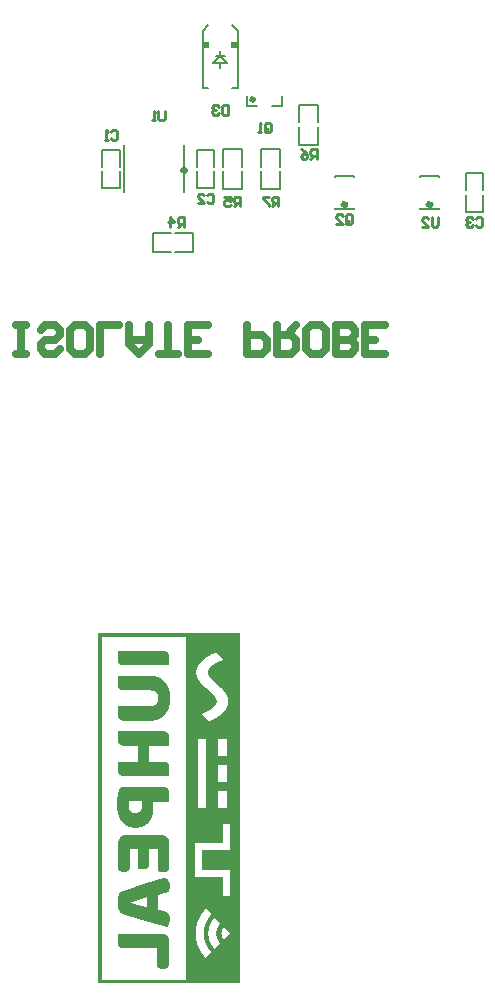
<source format=gbo>
G04*
G04 #@! TF.GenerationSoftware,Altium Limited,Altium Designer,21.3.2 (30)*
G04*
G04 Layer_Color=32896*
%FSTAX24Y24*%
%MOIN*%
G70*
G04*
G04 #@! TF.SameCoordinates,D50E3B47-D74C-4BCA-B3C4-33FD4FEC1BCA*
G04*
G04*
G04 #@! TF.FilePolarity,Positive*
G04*
G01*
G75*
%ADD11C,0.0100*%
%ADD12C,0.0079*%
%ADD17C,0.0197*%
%ADD68C,0.0150*%
%ADD69C,0.0059*%
%ADD70C,0.0050*%
%ADD71C,0.0060*%
%ADD72C,0.0276*%
%ADD73R,0.0236X0.0236*%
G36*
X021891Y029409D02*
X021892D01*
Y017756D01*
X021891D01*
Y017755D01*
X017159D01*
Y017756D01*
X017158D01*
Y020394D01*
Y020395D01*
Y029409D01*
X017159D01*
Y029411D01*
X021891D01*
Y029409D01*
D02*
G37*
%LPC*%
G36*
X02108Y028776D02*
X021075D01*
Y028775D01*
X021074D01*
Y028773D01*
X021067D01*
Y028772D01*
X021066D01*
Y028771D01*
X021065D01*
Y02877D01*
X021061D01*
Y028769D01*
X02106D01*
Y028768D01*
X021056D01*
Y028765D01*
X021048D01*
Y028763D01*
X021046D01*
Y028762D01*
X021042D01*
Y02876D01*
X021037D01*
Y028758D01*
X021036D01*
Y028757D01*
X021035D01*
Y028756D01*
X02103D01*
Y028754D01*
X021022D01*
Y028752D01*
X021018D01*
Y02875D01*
X021016D01*
Y028748D01*
X021012D01*
Y028747D01*
X021011D01*
Y028746D01*
X021006D01*
Y028743D01*
X021005D01*
Y028742D01*
X021D01*
Y028741D01*
X020999D01*
Y02874D01*
X020994D01*
Y028738D01*
X02099D01*
Y028737D01*
X020989D01*
Y028735D01*
X020988D01*
Y028734D01*
X020981D01*
Y028732D01*
X020976D01*
Y028731D01*
X020975D01*
Y02873D01*
X020974D01*
Y028728D01*
X02097D01*
Y028727D01*
X020969D01*
Y028726D01*
X020964D01*
Y028725D01*
X020963D01*
Y028724D01*
X02096D01*
Y028723D01*
X020959D01*
Y028722D01*
X020958D01*
Y02872D01*
X020953D01*
Y028718D01*
X020948D01*
Y028717D01*
X020947D01*
Y028716D01*
X020946D01*
Y028715D01*
X020943D01*
Y028713D01*
X020941D01*
Y028712D01*
X020937D01*
Y028711D01*
X020936D01*
Y02871D01*
X020932D01*
Y028709D01*
X020931D01*
Y028708D01*
X02093D01*
Y028707D01*
X020925D01*
Y028704D01*
X020921D01*
Y028703D01*
X020919D01*
Y028702D01*
X020918D01*
Y028701D01*
X020915D01*
Y0287D01*
X020914D01*
Y028698D01*
X020911D01*
Y028696D01*
X020907D01*
Y028695D01*
X020906D01*
Y028693D01*
X020901D01*
Y028692D01*
X0209D01*
Y02869D01*
X020895D01*
Y028688D01*
X020894D01*
Y028687D01*
X020892D01*
Y028688D01*
X020891D01*
Y028687D01*
X020889D01*
Y028686D01*
X020888D01*
Y028685D01*
X020884D01*
Y028682D01*
X020879D01*
Y028681D01*
X020878D01*
Y02868D01*
X020877D01*
Y028679D01*
X020876D01*
Y028678D01*
X020874D01*
Y028677D01*
X020871D01*
Y028675D01*
X02087D01*
Y028674D01*
X020869D01*
Y028673D01*
X020864D01*
Y028671D01*
X020859D01*
Y02867D01*
X020858D01*
Y028668D01*
X020857D01*
Y028667D01*
X020856D01*
Y028666D01*
X020855D01*
Y028665D01*
X02085D01*
Y028663D01*
X020846D01*
Y028662D01*
X020844D01*
Y02866D01*
X020843D01*
Y028659D01*
X020842D01*
Y02866D01*
X020841D01*
Y028659D01*
X02084D01*
Y028658D01*
X020839D01*
Y028657D01*
X020838D01*
Y028656D01*
X020836D01*
Y028655D01*
X020832D01*
Y028653D01*
X020831D01*
Y028651D01*
X020826D01*
Y02865D01*
X020825D01*
Y028649D01*
X020824D01*
Y028648D01*
X020822D01*
Y028647D01*
X020821D01*
Y028645D01*
X020818D01*
Y028644D01*
X020817D01*
Y028643D01*
X020812D01*
Y028642D01*
X020811D01*
Y028641D01*
X02081D01*
Y02864D01*
X020809D01*
Y028637D01*
X020804D01*
Y028636D01*
X020803D01*
Y028635D01*
X020802D01*
Y028634D01*
X020801D01*
Y028633D01*
X020799D01*
Y028631D01*
X020795D01*
Y028629D01*
X02079D01*
Y028628D01*
X020789D01*
Y028627D01*
X020788D01*
Y028626D01*
X020787D01*
Y028625D01*
X020786D01*
Y028623D01*
X020781D01*
Y028621D01*
X020779D01*
Y028619D01*
X020777D01*
Y028618D01*
X020775D01*
Y028619D01*
X020774D01*
Y028618D01*
X020773D01*
Y028616D01*
X020772D01*
Y028615D01*
X020771D01*
Y028614D01*
X020769D01*
Y028613D01*
X020766D01*
Y028612D01*
X020765D01*
Y028611D01*
X020764D01*
Y02861D01*
X020762D01*
Y028608D01*
X020761D01*
Y028607D01*
X020757D01*
Y028605D01*
X020754D01*
Y028604D01*
X020753D01*
Y028601D01*
X020749D01*
Y0286D01*
X020747D01*
Y028599D01*
X020746D01*
Y028598D01*
X020745D01*
Y028597D01*
X020744D01*
Y028596D01*
X020739D01*
Y028593D01*
X020738D01*
Y028592D01*
X020737D01*
Y028591D01*
X020736D01*
Y02859D01*
X020735D01*
Y028589D01*
X020734D01*
Y028588D01*
X020729D01*
Y028586D01*
X020728D01*
Y028585D01*
X020727D01*
Y028584D01*
X020726D01*
Y028582D01*
X020721D01*
Y028581D01*
X02072D01*
Y02858D01*
X020719D01*
Y028578D01*
X020717D01*
Y028577D01*
X020716D01*
Y028576D01*
X020715D01*
Y028575D01*
X020714D01*
Y028574D01*
X020709D01*
Y028571D01*
X020707D01*
Y02857D01*
X020706D01*
Y028568D01*
X020704D01*
Y028566D01*
X020699D01*
Y028565D01*
X020698D01*
Y028563D01*
X020697D01*
Y028562D01*
X020696D01*
Y028561D01*
X020694D01*
Y02856D01*
X020693D01*
Y028559D01*
X020692D01*
Y028558D01*
X020687D01*
Y028555D01*
X020686D01*
Y028554D01*
X020685D01*
Y028553D01*
X020684D01*
Y028552D01*
X020683D01*
Y028551D01*
X020682D01*
Y02855D01*
X020681D01*
Y028548D01*
X020679D01*
Y028547D01*
X020678D01*
Y028546D01*
X020674D01*
Y028545D01*
X020672D01*
Y028544D01*
X020671D01*
Y028543D01*
X02067D01*
Y028541D01*
X020669D01*
Y02854D01*
X020668D01*
Y028539D01*
X020667D01*
Y028538D01*
X020666D01*
Y028537D01*
X020664D01*
Y028536D01*
X020663D01*
Y028535D01*
X020662D01*
Y028532D01*
X020657D01*
Y028531D01*
X020656D01*
Y02853D01*
X020655D01*
Y028529D01*
X020654D01*
Y028528D01*
X020653D01*
Y028526D01*
X020652D01*
Y028525D01*
X020651D01*
Y028524D01*
X020649D01*
Y028523D01*
X020648D01*
Y028522D01*
X020647D01*
Y028521D01*
X020646D01*
Y02852D01*
X020645D01*
Y028518D01*
X020644D01*
Y028517D01*
X020642D01*
Y028516D01*
X020638D01*
Y028515D01*
X020637D01*
Y028513D01*
X020634D01*
Y02851D01*
X020632D01*
Y028509D01*
X020631D01*
Y028508D01*
X02063D01*
Y028507D01*
X020629D01*
Y028505D01*
X020626D01*
Y028502D01*
X020624D01*
Y028501D01*
X020623D01*
Y028499D01*
X020621D01*
Y028496D01*
X020618D01*
Y028495D01*
X020617D01*
Y028494D01*
X020616D01*
Y028493D01*
X020615D01*
Y028491D01*
X020612D01*
Y028488D01*
X02061D01*
Y028487D01*
X020609D01*
Y028485D01*
X020607D01*
Y028483D01*
X020602D01*
Y028481D01*
X020601D01*
Y02848D01*
X0206D01*
Y028479D01*
X020599D01*
Y028478D01*
X020597D01*
Y028477D01*
X020596D01*
Y028476D01*
X020595D01*
Y028475D01*
X020594D01*
Y028473D01*
X020593D01*
Y028472D01*
X020592D01*
Y028471D01*
X020591D01*
Y028466D01*
X020588D01*
Y028465D01*
X020587D01*
Y028463D01*
X020585D01*
Y028461D01*
X020582D01*
Y02846D01*
X020581D01*
Y028457D01*
X020579D01*
Y028455D01*
X020577D01*
Y028454D01*
X020575D01*
Y028453D01*
X020574D01*
Y028451D01*
X020573D01*
Y028449D01*
X020571D01*
Y028447D01*
X020569D01*
Y028446D01*
X020567D01*
Y028443D01*
X020565D01*
Y028441D01*
X020563D01*
Y02844D01*
X020562D01*
Y028439D01*
X020561D01*
Y028438D01*
X020559D01*
Y028435D01*
X020557D01*
Y028431D01*
X020556D01*
Y02843D01*
X020555D01*
Y028428D01*
X020554D01*
Y028427D01*
X020552D01*
Y028426D01*
X020551D01*
Y028425D01*
X02055D01*
Y028424D01*
X020549D01*
Y028423D01*
X020548D01*
Y028421D01*
X020547D01*
Y02842D01*
X020545D01*
Y028419D01*
X020544D01*
Y028418D01*
X020543D01*
Y028413D01*
X020541D01*
Y028412D01*
X02054D01*
Y028411D01*
X020539D01*
Y02841D01*
X020537D01*
Y028409D01*
X020536D01*
Y028408D01*
X020535D01*
Y028406D01*
X020534D01*
Y028405D01*
X020533D01*
Y028404D01*
X020532D01*
Y0284D01*
X020529D01*
Y028397D01*
X020528D01*
Y028396D01*
X020527D01*
Y028395D01*
X020526D01*
Y028394D01*
X020524D01*
Y028389D01*
X020522D01*
Y028388D01*
X020521D01*
Y028387D01*
X02052D01*
Y028386D01*
X020519D01*
Y028385D01*
X020518D01*
Y028383D01*
X020517D01*
Y028382D01*
X020515D01*
Y028378D01*
X020513D01*
Y028376D01*
X020512D01*
Y028374D01*
X02051D01*
Y02837D01*
X020509D01*
Y028368D01*
X020507D01*
Y028367D01*
X020506D01*
Y028366D01*
X020505D01*
Y028365D01*
X020504D01*
Y028361D01*
X020503D01*
Y02836D01*
X020502D01*
Y028359D01*
X0205D01*
Y028358D01*
X020499D01*
Y028357D01*
X020498D01*
Y028352D01*
X020496D01*
Y02835D01*
X020494D01*
Y028345D01*
X020492D01*
Y028344D01*
X020491D01*
Y028343D01*
X02049D01*
Y028338D01*
X020488D01*
Y028336D01*
X020485D01*
Y028335D01*
X020484D01*
Y02833D01*
X020483D01*
Y028329D01*
X020482D01*
Y028326D01*
X020481D01*
Y028324D01*
X02048D01*
Y028323D01*
X020479D01*
Y028322D01*
X020477D01*
Y028321D01*
X020476D01*
Y028316D01*
X020474D01*
Y028312D01*
X020473D01*
Y028311D01*
X020472D01*
Y028309D01*
X02047D01*
Y028305D01*
X020468D01*
Y0283D01*
X020467D01*
Y028299D01*
X020466D01*
Y028296D01*
X020465D01*
Y028294D01*
X020464D01*
Y028293D01*
X020462D01*
Y028289D01*
X02046D01*
Y028281D01*
X020458D01*
Y028279D01*
X020457D01*
Y028275D01*
X020455D01*
Y028274D01*
X020454D01*
Y028269D01*
X020452D01*
Y028267D01*
X020451D01*
Y028266D01*
X020452D01*
Y028262D01*
X020451D01*
Y028261D01*
X02045D01*
Y02826D01*
X020449D01*
Y028255D01*
X020446D01*
Y028247D01*
X020444D01*
Y028246D01*
X020443D01*
Y028243D01*
X020444D01*
Y02824D01*
X020443D01*
Y028239D01*
X020442D01*
Y028238D01*
X02044D01*
Y028231D01*
X020439D01*
Y02823D01*
X020438D01*
Y028229D01*
X020437D01*
Y028226D01*
X020438D01*
Y028223D01*
X020437D01*
Y028222D01*
X020435D01*
Y028211D01*
X020434D01*
Y02821D01*
X020432D01*
Y028201D01*
X020431D01*
Y0282D01*
X02043D01*
Y028199D01*
X020429D01*
Y028192D01*
X02043D01*
Y028191D01*
X020429D01*
Y028189D01*
X020428D01*
Y028188D01*
X020427D01*
Y028176D01*
X020425D01*
Y028174D01*
X020424D01*
Y028173D01*
X020423D01*
Y028172D01*
X020424D01*
Y028157D01*
X020423D01*
Y028156D01*
X020422D01*
Y028155D01*
X020421D01*
Y028128D01*
X02042D01*
Y028127D01*
X020419D01*
Y028075D01*
X020421D01*
Y028049D01*
X020422D01*
Y028047D01*
X020423D01*
Y028046D01*
X020424D01*
Y028034D01*
X020423D01*
Y028033D01*
X020424D01*
Y028031D01*
X020425D01*
Y02803D01*
X020427D01*
Y028017D01*
X020429D01*
Y028015D01*
X02043D01*
Y028014D01*
X020429D01*
Y028005D01*
X02043D01*
Y028004D01*
X020431D01*
Y028002D01*
X020432D01*
Y027996D01*
X020434D01*
Y027994D01*
X020435D01*
Y027985D01*
X020436D01*
Y027984D01*
X020437D01*
Y027983D01*
X020438D01*
Y027979D01*
X020437D01*
Y027977D01*
X020438D01*
Y027976D01*
X020439D01*
Y027975D01*
X02044D01*
Y027968D01*
X020442D01*
Y027967D01*
X020443D01*
Y027966D01*
X020444D01*
Y027963D01*
X020443D01*
Y02796D01*
X020444D01*
Y027959D01*
X020446D01*
Y027951D01*
X020449D01*
Y027946D01*
X02045D01*
Y027945D01*
X020451D01*
Y027944D01*
X020452D01*
Y02794D01*
X020451D01*
Y027939D01*
X020452D01*
Y027937D01*
X020454D01*
Y027932D01*
X020455D01*
Y027931D01*
X020457D01*
Y027926D01*
X020459D01*
Y027925D01*
X02046D01*
Y027921D01*
X020461D01*
Y027919D01*
X020462D01*
Y027916D01*
X020464D01*
Y027915D01*
X020465D01*
Y027914D01*
X020466D01*
Y027909D01*
X020468D01*
Y027904D01*
X020469D01*
Y027903D01*
X02047D01*
Y027899D01*
X020473D01*
Y027897D01*
X020474D01*
Y027893D01*
X020475D01*
Y027892D01*
X020476D01*
Y027888D01*
X020477D01*
Y027887D01*
X020479D01*
Y027886D01*
X02048D01*
Y027881D01*
X020482D01*
Y027877D01*
X020483D01*
Y027876D01*
X020484D01*
Y027874D01*
X020485D01*
Y027873D01*
X020487D01*
Y027872D01*
X020488D01*
Y027867D01*
X02049D01*
Y027863D01*
X020491D01*
Y027862D01*
X020492D01*
Y027861D01*
X020494D01*
Y027859D01*
X020495D01*
Y027858D01*
X020496D01*
Y027855D01*
X020497D01*
Y027854D01*
X020498D01*
Y027852D01*
X020499D01*
Y027851D01*
X0205D01*
Y02785D01*
X020502D01*
Y027846D01*
X020504D01*
Y027843D01*
X020505D01*
Y027842D01*
X020507D01*
Y027837D01*
X020509D01*
Y027836D01*
X02051D01*
Y027835D01*
X020511D01*
Y027834D01*
X020512D01*
Y027829D01*
X020514D01*
Y027828D01*
X020515D01*
Y027826D01*
X020518D01*
Y027821D01*
X020519D01*
Y02782D01*
X02052D01*
Y027819D01*
X020521D01*
Y027818D01*
X020522D01*
Y027817D01*
X020524D01*
Y027816D01*
X020525D01*
Y027814D01*
X020526D01*
Y027811D01*
X020527D01*
Y02781D01*
X020528D01*
Y027809D01*
X020529D01*
Y027807D01*
X02053D01*
Y027806D01*
X020532D01*
Y027805D01*
X020533D01*
Y027804D01*
X020534D01*
Y027803D01*
X020535D01*
Y027798D01*
X020537D01*
Y027796D01*
X02054D01*
Y027794D01*
X020541D01*
Y027792D01*
X020543D01*
Y027788D01*
X020544D01*
Y027787D01*
X020545D01*
Y027786D01*
X020547D01*
Y027784D01*
X020548D01*
Y027783D01*
X020549D01*
Y027782D01*
X02055D01*
Y027781D01*
X020551D01*
Y02778D01*
X020552D01*
Y027779D01*
X020554D01*
Y027774D01*
X020556D01*
Y027773D01*
X020557D01*
Y027771D01*
X020559D01*
Y027768D01*
X020562D01*
Y027767D01*
X020563D01*
Y027766D01*
X020564D01*
Y027765D01*
X020565D01*
Y027762D01*
X020567D01*
Y027758D01*
X020569D01*
Y027757D01*
X02057D01*
Y027755D01*
X020571D01*
Y027754D01*
X020572D01*
Y027753D01*
X020573D01*
Y027752D01*
X020574D01*
Y027751D01*
X020575D01*
Y02775D01*
X020577D01*
Y027749D01*
X020578D01*
Y027747D01*
X020579D01*
Y027746D01*
X02058D01*
Y027745D01*
X020581D01*
Y027744D01*
X020582D01*
Y027743D01*
X020584D01*
Y027742D01*
X020585D01*
Y02774D01*
X020586D01*
Y027739D01*
X020587D01*
Y027738D01*
X020588D01*
Y027737D01*
X020589D01*
Y027736D01*
X020591D01*
Y027735D01*
X020592D01*
Y027734D01*
X020593D01*
Y02773D01*
X020594D01*
Y027729D01*
X020595D01*
Y027728D01*
X020596D01*
Y027727D01*
X020597D01*
Y027725D01*
X020599D01*
Y027724D01*
X0206D01*
Y027723D01*
X020601D01*
Y027722D01*
X020602D01*
Y027721D01*
X020603D01*
Y02772D01*
X020604D01*
Y027719D01*
X020606D01*
Y027717D01*
X020607D01*
Y027716D01*
X020608D01*
Y027715D01*
X020609D01*
Y027714D01*
X02061D01*
Y027713D01*
X020611D01*
Y027712D01*
X020612D01*
Y02771D01*
X020614D01*
Y027709D01*
X020615D01*
Y027708D01*
X020616D01*
Y027707D01*
X020617D01*
Y027706D01*
X020618D01*
Y027705D01*
X020619D01*
Y027704D01*
X020621D01*
Y027702D01*
X020622D01*
Y027701D01*
X020623D01*
Y0277D01*
X020624D01*
Y027699D01*
X020625D01*
Y027698D01*
X020626D01*
Y027697D01*
X020627D01*
Y027695D01*
X020629D01*
Y027694D01*
X02063D01*
Y027693D01*
X020631D01*
Y027692D01*
X020632D01*
Y027691D01*
X020633D01*
Y02769D01*
X020634D01*
Y027689D01*
X020636D01*
Y027687D01*
X020637D01*
Y027686D01*
X020638D01*
Y027685D01*
X020639D01*
Y027684D01*
X02064D01*
Y027683D01*
X020641D01*
Y027682D01*
X020642D01*
Y02768D01*
X020644D01*
Y027679D01*
X020645D01*
Y027678D01*
X020646D01*
Y027677D01*
X020647D01*
Y027676D01*
X020648D01*
Y027675D01*
X020649D01*
Y027674D01*
X020651D01*
Y027672D01*
X020652D01*
Y027671D01*
X020653D01*
Y02767D01*
X020654D01*
Y027669D01*
X020655D01*
Y027668D01*
X020656D01*
Y027667D01*
X020657D01*
Y027665D01*
X020659D01*
Y027664D01*
X02066D01*
Y027663D01*
X020661D01*
Y027662D01*
X020662D01*
Y027661D01*
X020663D01*
Y02766D01*
X020664D01*
Y027659D01*
X020666D01*
Y027657D01*
X020667D01*
Y027656D01*
X020668D01*
Y027655D01*
X020669D01*
Y027654D01*
X02067D01*
Y027653D01*
X020671D01*
Y027652D01*
X020672D01*
Y02765D01*
X020674D01*
Y027649D01*
X020675D01*
Y027648D01*
X020676D01*
Y027647D01*
X020677D01*
Y027646D01*
X020678D01*
Y027645D01*
X020679D01*
Y027644D01*
X020681D01*
Y027642D01*
X020682D01*
Y027641D01*
X020683D01*
Y02764D01*
X020686D01*
Y027639D01*
X020687D01*
Y027638D01*
X020689D01*
Y027637D01*
X02069D01*
Y027635D01*
X020691D01*
Y027634D01*
X020692D01*
Y027633D01*
X020693D01*
Y027632D01*
X020694D01*
Y027631D01*
X020696D01*
Y02763D01*
X020697D01*
Y027629D01*
X020698D01*
Y027627D01*
X020699D01*
Y027626D01*
X0207D01*
Y027625D01*
X020701D01*
Y027624D01*
X020702D01*
Y027623D01*
X020704D01*
Y027622D01*
X020705D01*
Y02762D01*
X020706D01*
Y027619D01*
X020707D01*
Y027618D01*
X020708D01*
Y027617D01*
X020709D01*
Y027616D01*
X020711D01*
Y027615D01*
X020712D01*
Y027614D01*
X020713D01*
Y027612D01*
X020714D01*
Y027611D01*
X020715D01*
Y02761D01*
X02072D01*
Y027609D01*
X020721D01*
Y027608D01*
X020722D01*
Y027607D01*
X020723D01*
Y027604D01*
X020726D01*
Y027602D01*
X020728D01*
Y027601D01*
X020729D01*
Y0276D01*
X02073D01*
Y027599D01*
X020731D01*
Y027596D01*
X020734D01*
Y027595D01*
X020735D01*
Y027594D01*
X020736D01*
Y027593D01*
X020737D01*
Y02759D01*
X020739D01*
Y027588D01*
X020744D01*
Y027587D01*
X020745D01*
Y027586D01*
X020746D01*
Y027585D01*
X020747D01*
Y027584D01*
X020749D01*
Y027582D01*
X02075D01*
Y027581D01*
X020751D01*
Y02758D01*
X020752D01*
Y027579D01*
X020753D01*
Y027578D01*
X020754D01*
Y027577D01*
X020756D01*
Y027575D01*
X020757D01*
Y027574D01*
X020758D01*
Y027573D01*
X020759D01*
Y027572D01*
X02076D01*
Y027571D01*
X020761D01*
Y02757D01*
X020762D01*
Y027569D01*
X020764D01*
Y027567D01*
X020765D01*
Y027566D01*
X020766D01*
Y027565D01*
X020767D01*
Y027566D01*
X020768D01*
Y027565D01*
X020771D01*
Y027563D01*
X020773D01*
Y02756D01*
X020775D01*
Y027558D01*
X020776D01*
Y027557D01*
X020779D01*
Y027555D01*
X020781D01*
Y027552D01*
X020782D01*
Y027551D01*
X020783D01*
Y02755D01*
X020784D01*
Y027549D01*
X020787D01*
Y027547D01*
X020791D01*
Y027545D01*
X020792D01*
Y027544D01*
X020794D01*
Y027543D01*
X020795D01*
Y027542D01*
X020796D01*
Y027541D01*
X020797D01*
Y02754D01*
X020798D01*
Y027539D01*
X020799D01*
Y027537D01*
X020801D01*
Y027536D01*
X020802D01*
Y027535D01*
X020803D01*
Y027534D01*
X020804D01*
Y027533D01*
X020805D01*
Y027532D01*
X020806D01*
Y02753D01*
X020807D01*
Y027529D01*
X020809D01*
Y027528D01*
X02081D01*
Y027527D01*
X020814D01*
Y027525D01*
X020816D01*
Y027524D01*
X020817D01*
Y027522D01*
X020818D01*
Y027521D01*
X020819D01*
Y02752D01*
X02082D01*
Y027519D01*
X020821D01*
Y027518D01*
X020822D01*
Y027517D01*
X020824D01*
Y027515D01*
X020825D01*
Y027514D01*
X020826D01*
Y027513D01*
X020827D01*
Y027512D01*
X020828D01*
Y027511D01*
X020829D01*
Y02751D01*
X020831D01*
Y027509D01*
X020832D01*
Y027507D01*
X020836D01*
Y027505D01*
X020839D01*
Y027504D01*
X02084D01*
Y027503D01*
X020841D01*
Y027502D01*
X020842D01*
Y027499D01*
X020844D01*
Y027498D01*
X020846D01*
Y027497D01*
X020847D01*
Y027496D01*
X020848D01*
Y027494D01*
X02085D01*
Y027492D01*
X020851D01*
Y027491D01*
X020852D01*
Y02749D01*
X020854D01*
Y027488D01*
X020858D01*
Y027487D01*
X020859D01*
Y027485D01*
X020861D01*
Y027484D01*
X020862D01*
Y027483D01*
X020863D01*
Y027482D01*
X020864D01*
Y027481D01*
X020865D01*
Y02748D01*
X020866D01*
Y027478D01*
X020868D01*
Y027477D01*
X020869D01*
Y027476D01*
X02087D01*
Y027475D01*
X020871D01*
Y027474D01*
X020872D01*
Y027473D01*
X020873D01*
Y027472D01*
X020874D01*
Y02747D01*
X020876D01*
Y027469D01*
X020877D01*
Y027468D01*
X020878D01*
Y027467D01*
X020879D01*
Y027466D01*
X02088D01*
Y027465D01*
X020881D01*
Y027464D01*
X020886D01*
Y027461D01*
X020887D01*
Y02746D01*
X020889D01*
Y027458D01*
X020892D01*
Y027455D01*
X020893D01*
Y027454D01*
X020894D01*
Y027453D01*
X020895D01*
Y027452D01*
X020898D01*
Y02745D01*
X0209D01*
Y027447D01*
X020901D01*
Y027446D01*
X020903D01*
Y027444D01*
X020906D01*
Y027442D01*
X020907D01*
Y02744D01*
X020908D01*
Y027439D01*
X020909D01*
Y027438D01*
X020911D01*
Y027436D01*
X020914D01*
Y027433D01*
X020915D01*
Y027432D01*
X020917D01*
Y02743D01*
X020919D01*
Y027428D01*
X020921D01*
Y027427D01*
X020922D01*
Y027425D01*
X020923D01*
Y027424D01*
X020928D01*
Y027423D01*
X020929D01*
Y027422D01*
X02093D01*
Y027421D01*
X020931D01*
Y02742D01*
X020932D01*
Y027418D01*
X020933D01*
Y027417D01*
X020934D01*
Y027416D01*
X020936D01*
Y027415D01*
X020937D01*
Y027414D01*
X020938D01*
Y027413D01*
X020939D01*
Y027412D01*
X02094D01*
Y02741D01*
X020941D01*
Y027409D01*
X020943D01*
Y027408D01*
X020944D01*
Y027407D01*
X020945D01*
Y027406D01*
X020946D01*
Y027405D01*
X020947D01*
Y027403D01*
X020948D01*
Y027402D01*
X020949D01*
Y027401D01*
X020951D01*
Y0274D01*
X020952D01*
Y027399D01*
X020953D01*
Y027398D01*
X020954D01*
Y027397D01*
X020955D01*
Y027395D01*
X020956D01*
Y027394D01*
X020958D01*
Y027393D01*
X020959D01*
Y027392D01*
X02096D01*
Y027391D01*
X020961D01*
Y02739D01*
X020962D01*
Y027388D01*
X020963D01*
Y027387D01*
X020964D01*
Y027386D01*
X020966D01*
Y027385D01*
X020967D01*
Y027384D01*
X020968D01*
Y027383D01*
X020969D01*
Y027378D01*
X02097D01*
Y027377D01*
X020973D01*
Y027375D01*
X020975D01*
Y027372D01*
X020976D01*
Y027371D01*
X020977D01*
Y02737D01*
X020978D01*
Y027369D01*
X020981D01*
Y027367D01*
X020983D01*
Y027364D01*
X020984D01*
Y027363D01*
X020986D01*
Y027361D01*
X020989D01*
Y027358D01*
X02099D01*
Y027357D01*
X020991D01*
Y027356D01*
X020992D01*
Y027355D01*
X020994D01*
Y027353D01*
X020997D01*
Y027348D01*
X020998D01*
Y027347D01*
X020999D01*
Y027346D01*
X021D01*
Y027345D01*
X021001D01*
Y027343D01*
X021003D01*
Y027342D01*
X021004D01*
Y027341D01*
X021005D01*
Y02734D01*
X021006D01*
Y027339D01*
X021007D01*
Y027338D01*
X021008D01*
Y027337D01*
X021009D01*
Y027335D01*
X021011D01*
Y027331D01*
X021013D01*
Y02733D01*
X021014D01*
Y027327D01*
X021016D01*
Y027326D01*
X021018D01*
Y027325D01*
X021019D01*
Y027324D01*
X02102D01*
Y027323D01*
X021021D01*
Y027322D01*
X021022D01*
Y027317D01*
X021023D01*
Y027316D01*
X021024D01*
Y027315D01*
X021026D01*
Y027313D01*
X021027D01*
Y027312D01*
X021028D01*
Y027311D01*
X021029D01*
Y02731D01*
X02103D01*
Y027307D01*
X021031D01*
Y027305D01*
X021033D01*
Y027304D01*
X021034D01*
Y027303D01*
X021035D01*
Y027302D01*
X021036D01*
Y027297D01*
X021038D01*
Y027295D01*
X021039D01*
Y027294D01*
X021042D01*
Y027292D01*
X021044D01*
Y027287D01*
X021045D01*
Y027286D01*
X021046D01*
Y027285D01*
X021048D01*
Y027281D01*
X021049D01*
Y02728D01*
X02105D01*
Y027278D01*
X021052D01*
Y027273D01*
X021053D01*
Y027272D01*
X021054D01*
Y027271D01*
X021056D01*
Y02727D01*
X021057D01*
Y027268D01*
X021058D01*
Y027265D01*
X021059D01*
Y027264D01*
X02106D01*
Y027263D01*
X021061D01*
Y027258D01*
X021064D01*
Y027253D01*
X021065D01*
Y027252D01*
X021066D01*
Y027248D01*
X021068D01*
Y027247D01*
X021069D01*
Y027242D01*
X021071D01*
Y027241D01*
X021072D01*
Y027237D01*
X021073D01*
Y027236D01*
X021074D01*
Y027235D01*
X021075D01*
Y02723D01*
X021078D01*
Y027222D01*
X02108D01*
Y02722D01*
X021081D01*
Y027219D01*
X02108D01*
Y027215D01*
X021081D01*
Y027214D01*
X021082D01*
Y027213D01*
X021083D01*
Y027208D01*
X021086D01*
Y027198D01*
X021087D01*
Y027197D01*
X021088D01*
Y027196D01*
X021089D01*
Y027189D01*
X021088D01*
Y027188D01*
X021089D01*
Y027187D01*
X02109D01*
Y027185D01*
X021091D01*
Y027173D01*
X021094D01*
Y02717D01*
X021095D01*
Y027169D01*
X021094D01*
Y027148D01*
X021095D01*
Y027147D01*
X021097D01*
Y027129D01*
X021096D01*
Y027128D01*
X021095D01*
Y027126D01*
X021094D01*
Y027103D01*
X021095D01*
Y027102D01*
X021094D01*
Y0271D01*
X021091D01*
Y02709D01*
X021089D01*
Y027087D01*
X021088D01*
Y027086D01*
X021089D01*
Y027079D01*
X021088D01*
Y027078D01*
X021087D01*
Y027077D01*
X021086D01*
Y02707D01*
X021083D01*
Y027062D01*
X021081D01*
Y027061D01*
X02108D01*
Y027056D01*
X021078D01*
Y027051D01*
X021076D01*
Y02705D01*
X021075D01*
Y027048D01*
X021074D01*
Y027047D01*
X021075D01*
Y027043D01*
X021074D01*
Y027042D01*
X021073D01*
Y027041D01*
X021072D01*
Y02704D01*
X021071D01*
Y027039D01*
X021069D01*
Y027034D01*
X021067D01*
Y027033D01*
X021066D01*
Y027028D01*
X021064D01*
Y027024D01*
X021063D01*
Y027023D01*
X021061D01*
Y027021D01*
X02106D01*
Y02702D01*
X021059D01*
Y027019D01*
X021058D01*
Y027015D01*
X021056D01*
Y027012D01*
X021054D01*
Y027011D01*
X021052D01*
Y027006D01*
X021051D01*
Y027005D01*
X02105D01*
Y027004D01*
X021049D01*
Y027003D01*
X021048D01*
Y026998D01*
X021045D01*
Y026997D01*
X021044D01*
Y026996D01*
X021043D01*
Y026995D01*
X021042D01*
Y026994D01*
X021041D01*
Y026993D01*
X021039D01*
Y026991D01*
X021038D01*
Y02699D01*
X021037D01*
Y026989D01*
X021036D01*
Y026985D01*
X021035D01*
Y026983D01*
X021034D01*
Y026982D01*
X021033D01*
Y026981D01*
X021031D01*
Y02698D01*
X02103D01*
Y026979D01*
X021029D01*
Y026978D01*
X021028D01*
Y026976D01*
X021027D01*
Y026975D01*
X021026D01*
Y026974D01*
X021024D01*
Y026973D01*
X021023D01*
Y026972D01*
X021022D01*
Y026971D01*
X021021D01*
Y02697D01*
X02102D01*
Y026968D01*
X021019D01*
Y026967D01*
X021018D01*
Y026966D01*
X021016D01*
Y026965D01*
X021015D01*
Y026964D01*
X021014D01*
Y026963D01*
X021013D01*
Y026961D01*
X021012D01*
Y02696D01*
X021011D01*
Y026959D01*
X021009D01*
Y026958D01*
X021008D01*
Y026957D01*
X021007D01*
Y026956D01*
X021006D01*
Y026955D01*
X021005D01*
Y026953D01*
X021004D01*
Y026952D01*
X021003D01*
Y026951D01*
X021001D01*
Y02695D01*
X021D01*
Y026949D01*
X020999D01*
Y026948D01*
X020998D01*
Y026946D01*
X020997D01*
Y026945D01*
X020996D01*
Y026944D01*
X020994D01*
Y026943D01*
X020993D01*
Y026942D01*
X020992D01*
Y026941D01*
X020991D01*
Y02694D01*
X02099D01*
Y026938D01*
X020989D01*
Y026937D01*
X020988D01*
Y026936D01*
X020986D01*
Y026935D01*
X020985D01*
Y026934D01*
X020984D01*
Y026933D01*
X020983D01*
Y026931D01*
X020982D01*
Y02693D01*
X020981D01*
Y026929D01*
X020979D01*
Y026928D01*
X020978D01*
Y026929D01*
X020976D01*
Y026928D01*
X020975D01*
Y026926D01*
X020973D01*
Y026925D01*
X020971D01*
Y026923D01*
X02097D01*
Y026922D01*
X020969D01*
Y026921D01*
X020968D01*
Y02692D01*
X020967D01*
Y026918D01*
X020964D01*
Y026916D01*
X020963D01*
Y026915D01*
X02096D01*
Y026914D01*
X020959D01*
Y026913D01*
X020958D01*
Y026912D01*
X020956D01*
Y026911D01*
X020955D01*
Y026909D01*
X020954D01*
Y026908D01*
X020953D01*
Y026907D01*
X020952D01*
Y026906D01*
X020947D01*
Y026904D01*
X020945D01*
Y026901D01*
X020944D01*
Y0269D01*
X020941D01*
Y026898D01*
X020937D01*
Y026897D01*
X020936D01*
Y026896D01*
X020934D01*
Y026895D01*
X020933D01*
Y026893D01*
X020932D01*
Y026892D01*
X020931D01*
Y026891D01*
X02093D01*
Y02689D01*
X020925D01*
Y026888D01*
X020924D01*
Y026886D01*
X020923D01*
Y026885D01*
X020922D01*
Y026884D01*
X020917D01*
Y026882D01*
X020915D01*
Y026881D01*
X020914D01*
Y026878D01*
X020909D01*
Y026877D01*
X020908D01*
Y026876D01*
X020907D01*
Y026875D01*
X020906D01*
Y026874D01*
X020901D01*
Y026873D01*
X0209D01*
Y02687D01*
X020898D01*
Y026868D01*
X020893D01*
Y026867D01*
X020892D01*
Y026866D01*
X020891D01*
Y026864D01*
X020889D01*
Y026863D01*
X020888D01*
Y026862D01*
X020884D01*
Y02686D01*
X020879D01*
Y026859D01*
X020878D01*
Y026856D01*
X020876D01*
Y026854D01*
X020871D01*
Y026853D01*
X02087D01*
Y026852D01*
X020869D01*
Y026851D01*
X020864D01*
Y026848D01*
X020862D01*
Y026846D01*
X020857D01*
Y026845D01*
X020856D01*
Y026844D01*
X020855D01*
Y026843D01*
X020851D01*
Y026841D01*
X02085D01*
Y02684D01*
X020846D01*
Y026839D01*
X020844D01*
Y026838D01*
X020843D01*
Y026837D01*
X020842D01*
Y026834D01*
X020838D01*
Y026833D01*
X020836D01*
Y026832D01*
X020832D01*
Y026831D01*
X020831D01*
Y026829D01*
X020826D01*
Y026828D01*
X020825D01*
Y026826D01*
X02082D01*
Y026824D01*
X020819D01*
Y026823D01*
X020818D01*
Y026822D01*
X020817D01*
Y026821D01*
X020812D01*
Y026819D01*
X020811D01*
Y026818D01*
X020807D01*
Y026817D01*
X020806D01*
Y026816D01*
X020805D01*
Y026815D01*
X020801D01*
Y026813D01*
X020796D01*
Y026811D01*
X020795D01*
Y02681D01*
X020794D01*
Y026809D01*
X02079D01*
Y026808D01*
X020789D01*
Y026807D01*
X020784D01*
Y026806D01*
X020783D01*
Y026804D01*
X02078D01*
Y026803D01*
X020779D01*
Y026802D01*
X020777D01*
Y026801D01*
X020773D01*
Y026799D01*
X020768D01*
Y026798D01*
X020767D01*
Y026796D01*
X020766D01*
Y026795D01*
X020762D01*
Y026794D01*
X020761D01*
Y026793D01*
X020757D01*
Y026792D01*
X020756D01*
Y026791D01*
X020752D01*
Y026789D01*
X020751D01*
Y026788D01*
X02075D01*
Y026787D01*
X020745D01*
Y026785D01*
X020741D01*
Y026784D01*
X020739D01*
Y026783D01*
X020738D01*
Y026781D01*
X020735D01*
Y026783D01*
X020734D01*
Y026781D01*
X020731D01*
Y026779D01*
X020727D01*
Y026778D01*
X020726D01*
Y026777D01*
X020721D01*
Y026776D01*
X02072D01*
Y026773D01*
X020715D01*
Y026772D01*
X020714D01*
Y026771D01*
X020709D01*
Y026769D01*
X020708D01*
Y026768D01*
X020701D01*
Y026766D01*
X0207D01*
Y026765D01*
X020696D01*
Y026763D01*
X020691D01*
Y026762D01*
X02069D01*
Y026761D01*
X020689D01*
Y026759D01*
X020685D01*
Y026758D01*
X020684D01*
Y026757D01*
X020677D01*
Y026756D01*
X020676D01*
Y026755D01*
X020675D01*
Y026754D01*
X02067D01*
Y026751D01*
X020666D01*
Y02675D01*
X020664D01*
Y026749D01*
X020663D01*
Y026748D01*
X020661D01*
Y026749D01*
X020657D01*
Y026748D01*
X020656D01*
Y026746D01*
X020652D01*
Y026744D01*
X020651D01*
Y026743D01*
X020646D01*
Y026741D01*
X020645D01*
Y02674D01*
X02064D01*
Y026741D01*
X020639D01*
Y02674D01*
X020638D01*
Y026739D01*
X020637D01*
Y026738D01*
X020632D01*
Y026736D01*
X020631D01*
Y026735D01*
X02063D01*
Y026734D01*
X020627D01*
Y026735D01*
X020624D01*
Y026734D01*
X020623D01*
Y026732D01*
X020618D01*
Y026731D01*
X020617D01*
Y026729D01*
X02061D01*
Y026728D01*
X020609D01*
Y026726D01*
X020604D01*
Y026725D01*
X020603D01*
Y026724D01*
X020596D01*
Y026723D01*
X020595D01*
Y026719D01*
X020596D01*
Y026718D01*
X020597D01*
Y026717D01*
X020599D01*
Y026716D01*
X0206D01*
Y026714D01*
X020601D01*
Y026713D01*
X020602D01*
Y026712D01*
X020603D01*
Y026711D01*
X020604D01*
Y02671D01*
X020606D01*
Y026709D01*
X020607D01*
Y026708D01*
X020608D01*
Y026706D01*
X020609D01*
Y026705D01*
X02061D01*
Y026704D01*
X020611D01*
Y026703D01*
X020612D01*
Y026702D01*
X020614D01*
Y026701D01*
X020615D01*
Y026699D01*
X020616D01*
Y026698D01*
X020617D01*
Y026697D01*
X020618D01*
Y026696D01*
X020619D01*
Y026695D01*
X020621D01*
Y026694D01*
X020622D01*
Y026693D01*
X020623D01*
Y026691D01*
X020624D01*
Y02669D01*
X020625D01*
Y026689D01*
X020626D01*
Y026688D01*
X020627D01*
Y026687D01*
X020629D01*
Y026686D01*
X02063D01*
Y026684D01*
X020631D01*
Y026683D01*
X020632D01*
Y026682D01*
X020633D01*
Y026681D01*
X020634D01*
Y02668D01*
X020636D01*
Y026679D01*
X020637D01*
Y026678D01*
X020638D01*
Y026676D01*
X020639D01*
Y026675D01*
X02064D01*
Y026674D01*
X020641D01*
Y026673D01*
X020642D01*
Y026669D01*
X020644D01*
Y026668D01*
X020645D01*
Y026667D01*
X020646D01*
Y026666D01*
X020647D01*
Y026665D01*
X020648D01*
Y026664D01*
X020649D01*
Y026663D01*
X020651D01*
Y026661D01*
X020652D01*
Y02666D01*
X020653D01*
Y026659D01*
X020654D01*
Y026658D01*
X020655D01*
Y026657D01*
X020656D01*
Y026656D01*
X020657D01*
Y026654D01*
X020659D01*
Y026653D01*
X02066D01*
Y026652D01*
X020661D01*
Y026651D01*
X020662D01*
Y02665D01*
X020663D01*
Y026649D01*
X020664D01*
Y026648D01*
X020666D01*
Y026646D01*
X020667D01*
Y026645D01*
X020668D01*
Y026644D01*
X020669D01*
Y026643D01*
X02067D01*
Y026642D01*
X020671D01*
Y026641D01*
X020672D01*
Y026639D01*
X020674D01*
Y026638D01*
X020675D01*
Y026637D01*
X020676D01*
Y026636D01*
X020677D01*
Y026635D01*
X020678D01*
Y026634D01*
X020679D01*
Y026633D01*
X020681D01*
Y026631D01*
X020682D01*
Y02663D01*
X020683D01*
Y026629D01*
X020684D01*
Y026628D01*
X020685D01*
Y026627D01*
X020686D01*
Y026626D01*
X020687D01*
Y026624D01*
X020689D01*
Y026623D01*
X02069D01*
Y026622D01*
X020691D01*
Y026621D01*
X020692D01*
Y02662D01*
X020693D01*
Y026619D01*
X020694D01*
Y026618D01*
X020696D01*
Y026616D01*
X020697D01*
Y026615D01*
X020698D01*
Y026614D01*
X020699D01*
Y026613D01*
X0207D01*
Y026612D01*
X020701D01*
Y026611D01*
X020702D01*
Y026609D01*
X020704D01*
Y026608D01*
X020705D01*
Y026607D01*
X020706D01*
Y026606D01*
X020707D01*
Y026605D01*
X020708D01*
Y026604D01*
X020709D01*
Y026602D01*
X020711D01*
Y026601D01*
X020712D01*
Y0266D01*
X020713D01*
Y026599D01*
X020714D01*
Y026598D01*
X020715D01*
Y026597D01*
X020716D01*
Y026596D01*
X020717D01*
Y026594D01*
X020719D01*
Y026593D01*
X02072D01*
Y026592D01*
X020721D01*
Y026591D01*
X020722D01*
Y02659D01*
X020723D01*
Y026589D01*
X020724D01*
Y026588D01*
X020726D01*
Y026586D01*
X020727D01*
Y026585D01*
X020728D01*
Y026584D01*
X020729D01*
Y026583D01*
X02073D01*
Y026582D01*
X020731D01*
Y026581D01*
X020732D01*
Y026579D01*
X020734D01*
Y026578D01*
X020735D01*
Y026577D01*
X020736D01*
Y026576D01*
X020737D01*
Y026575D01*
X020738D01*
Y026574D01*
X020739D01*
Y026572D01*
X020741D01*
Y026571D01*
X020742D01*
Y02657D01*
X020743D01*
Y026569D01*
X020744D01*
Y026568D01*
X020745D01*
Y026567D01*
X020746D01*
Y026566D01*
X020747D01*
Y026564D01*
X020749D01*
Y026563D01*
X02075D01*
Y026562D01*
X020751D01*
Y026561D01*
X020752D01*
Y02656D01*
X020753D01*
Y026559D01*
X020754D01*
Y026557D01*
X020756D01*
Y026556D01*
X020757D01*
Y026555D01*
X020758D01*
Y026554D01*
X020759D01*
Y026553D01*
X02076D01*
Y026552D01*
X020761D01*
Y026551D01*
X020762D01*
Y026549D01*
X020764D01*
Y026548D01*
X020765D01*
Y026547D01*
X020766D01*
Y026546D01*
X020767D01*
Y026545D01*
X020768D01*
Y026544D01*
X020769D01*
Y026542D01*
X020771D01*
Y026541D01*
X020772D01*
Y02654D01*
X020773D01*
Y026539D01*
X020774D01*
Y026538D01*
X020775D01*
Y026537D01*
X020776D01*
Y026536D01*
X020777D01*
Y026534D01*
X020779D01*
Y026533D01*
X02078D01*
Y026532D01*
X020781D01*
Y026531D01*
X020782D01*
Y02653D01*
X020783D01*
Y026529D01*
X020784D01*
Y026527D01*
X020786D01*
Y026526D01*
X020787D01*
Y026525D01*
X020788D01*
Y026524D01*
X020789D01*
Y026523D01*
X02079D01*
Y026522D01*
X020791D01*
Y026521D01*
X020792D01*
Y026519D01*
X020794D01*
Y026518D01*
X020795D01*
Y026517D01*
X020796D01*
Y026516D01*
X020797D01*
Y026515D01*
X020798D01*
Y026514D01*
X020799D01*
Y026512D01*
X020801D01*
Y026511D01*
X020802D01*
Y02651D01*
X020803D01*
Y026509D01*
X020804D01*
Y026508D01*
X020805D01*
Y026507D01*
X020806D01*
Y026506D01*
X020807D01*
Y026504D01*
X020809D01*
Y026503D01*
X02081D01*
Y026502D01*
X020811D01*
Y026501D01*
X020812D01*
Y0265D01*
X020813D01*
Y026499D01*
X020814D01*
Y026497D01*
X020816D01*
Y026496D01*
X020817D01*
Y026495D01*
X020818D01*
Y026494D01*
X020819D01*
Y026493D01*
X02082D01*
Y026492D01*
X020821D01*
Y026491D01*
X020822D01*
Y026489D01*
X020824D01*
Y026488D01*
X020825D01*
Y026487D01*
X020826D01*
Y026486D01*
X020827D01*
Y026485D01*
X020828D01*
Y026484D01*
X020829D01*
Y026482D01*
X020831D01*
Y026478D01*
X020832D01*
Y026477D01*
X020834D01*
Y026474D01*
X020836D01*
Y026472D01*
X02084D01*
Y026474D01*
X020844D01*
Y026476D01*
X020846D01*
Y026477D01*
X020847D01*
Y026478D01*
X020848D01*
Y026477D01*
X020852D01*
Y026478D01*
X020854D01*
Y02648D01*
X020858D01*
Y026481D01*
X020859D01*
Y026482D01*
X020864D01*
Y026485D01*
X020865D01*
Y026486D01*
X02087D01*
Y026488D01*
X020878D01*
Y026491D01*
X020883D01*
Y026492D01*
X020884D01*
Y026493D01*
X020885D01*
Y026494D01*
X020889D01*
Y026496D01*
X020894D01*
Y026497D01*
X020895D01*
Y026499D01*
X020896D01*
Y0265D01*
X0209D01*
Y026501D01*
X020901D01*
Y026502D01*
X020906D01*
Y026504D01*
X02091D01*
Y026506D01*
X020911D01*
Y026507D01*
X020913D01*
Y026508D01*
X020919D01*
Y02651D01*
X020924D01*
Y026511D01*
X020925D01*
Y026512D01*
X020926D01*
Y026514D01*
X020931D01*
Y026516D01*
X020936D01*
Y026517D01*
X020937D01*
Y026518D01*
X020941D01*
Y026521D01*
X020943D01*
Y026522D01*
X020947D01*
Y026524D01*
X020952D01*
Y026525D01*
X020953D01*
Y026526D01*
X020954D01*
Y026527D01*
X020959D01*
Y02653D01*
X020963D01*
Y026531D01*
X020964D01*
Y026532D01*
X020969D01*
Y026534D01*
X02097D01*
Y026536D01*
X020975D01*
Y026538D01*
X020979D01*
Y026539D01*
X020981D01*
Y02654D01*
X020982D01*
Y026541D01*
X020983D01*
Y026542D01*
X020984D01*
Y026544D01*
X020989D01*
Y026546D01*
X020993D01*
Y026547D01*
X020994D01*
Y026548D01*
X020996D01*
Y026549D01*
X021D01*
Y026552D01*
X021005D01*
Y026553D01*
X021006D01*
Y026554D01*
X021007D01*
Y026555D01*
X021011D01*
Y026556D01*
X021012D01*
Y026557D01*
X021016D01*
Y02656D01*
X021019D01*
Y026561D01*
X02102D01*
Y026563D01*
X021024D01*
Y026564D01*
X021026D01*
Y026566D01*
X02103D01*
Y026568D01*
X021031D01*
Y026569D01*
X021036D01*
Y026571D01*
X021041D01*
Y026572D01*
X021042D01*
Y026574D01*
X021043D01*
Y026575D01*
X021044D01*
Y026576D01*
X021045D01*
Y026577D01*
X02105D01*
Y026579D01*
X021054D01*
Y026581D01*
X021056D01*
Y026582D01*
X021057D01*
Y026583D01*
X02106D01*
Y026584D01*
X021061D01*
Y026585D01*
X021064D01*
Y026588D01*
X021068D01*
Y026589D01*
X021069D01*
Y026591D01*
X021074D01*
Y026592D01*
X021075D01*
Y026593D01*
X021076D01*
Y026594D01*
X021078D01*
Y026596D01*
X021079D01*
Y026597D01*
X021083D01*
Y026599D01*
X021088D01*
Y0266D01*
X021089D01*
Y026601D01*
X02109D01*
Y026602D01*
X021091D01*
Y026604D01*
X021093D01*
Y026605D01*
X021097D01*
Y026607D01*
X021098D01*
Y026608D01*
X021099D01*
Y026609D01*
X021101D01*
Y026611D01*
X021105D01*
Y026613D01*
X02111D01*
Y026614D01*
X021111D01*
Y026615D01*
X021112D01*
Y026616D01*
X021113D01*
Y026618D01*
X021114D01*
Y026619D01*
X021119D01*
Y026621D01*
X021121D01*
Y026623D01*
X021123D01*
Y026624D01*
X021127D01*
Y026626D01*
X021128D01*
Y026627D01*
X02113D01*
Y026628D01*
X021131D01*
Y026629D01*
X021135D01*
Y026631D01*
X021136D01*
Y026633D01*
X021138D01*
Y026634D01*
X021139D01*
Y026635D01*
X021143D01*
Y026636D01*
X021144D01*
Y026637D01*
X021146D01*
Y026638D01*
X021147D01*
Y026641D01*
X021151D01*
Y026642D01*
X021153D01*
Y026643D01*
X021154D01*
Y026644D01*
X021155D01*
Y026645D01*
X021156D01*
Y026646D01*
X021161D01*
Y026649D01*
X021163D01*
Y026651D01*
X021165D01*
Y026652D01*
X021166D01*
Y026654D01*
X021171D01*
Y026656D01*
X021172D01*
Y026657D01*
X021173D01*
Y026658D01*
X021175D01*
Y026659D01*
X021176D01*
Y02666D01*
X02118D01*
Y026663D01*
X021181D01*
Y026664D01*
X021183D01*
Y026665D01*
X021184D01*
Y026666D01*
X021185D01*
Y026667D01*
X021186D01*
Y026668D01*
X021191D01*
Y026669D01*
X021192D01*
Y026671D01*
X021193D01*
Y026672D01*
X021194D01*
Y026673D01*
X021195D01*
Y026674D01*
X021196D01*
Y026675D01*
X021198D01*
Y026676D01*
X021201D01*
Y026678D01*
X021202D01*
Y026679D01*
X021203D01*
Y02668D01*
X021205D01*
Y026681D01*
X021206D01*
Y026682D01*
X021207D01*
Y026683D01*
X021208D01*
Y026684D01*
X021213D01*
Y026686D01*
X021214D01*
Y026688D01*
X021216D01*
Y02669D01*
X021218D01*
Y026693D01*
X021221D01*
Y026694D01*
X021222D01*
Y026696D01*
X021226D01*
Y026697D01*
X021228D01*
Y026698D01*
X021229D01*
Y026699D01*
X02123D01*
Y026701D01*
X021231D01*
Y026702D01*
X021232D01*
Y026703D01*
X021233D01*
Y026704D01*
X021235D01*
Y026705D01*
X021236D01*
Y026706D01*
X021237D01*
Y026708D01*
X02124D01*
Y026709D01*
X021241D01*
Y02671D01*
X021243D01*
Y026711D01*
X021244D01*
Y026712D01*
X021245D01*
Y026713D01*
X021246D01*
Y026714D01*
X021247D01*
Y026716D01*
X021248D01*
Y026717D01*
X02125D01*
Y026718D01*
X021251D01*
Y026719D01*
X021252D01*
Y02672D01*
X021253D01*
Y026721D01*
X021258D01*
Y026723D01*
X021259D01*
Y026724D01*
X02126D01*
Y026725D01*
X021261D01*
Y026726D01*
X021262D01*
Y026727D01*
X021263D01*
Y026728D01*
X021265D01*
Y026729D01*
X021266D01*
Y026731D01*
X021267D01*
Y026732D01*
X021268D01*
Y026733D01*
X021269D01*
Y026734D01*
X02127D01*
Y026735D01*
X021271D01*
Y026736D01*
X021273D01*
Y026738D01*
X021274D01*
Y026739D01*
X021275D01*
Y02674D01*
X021276D01*
Y026741D01*
X021277D01*
Y026743D01*
X021282D01*
Y026744D01*
X021283D01*
Y026746D01*
X021284D01*
Y026747D01*
X021285D01*
Y026748D01*
X021286D01*
Y026749D01*
X021288D01*
Y02675D01*
X021289D01*
Y026751D01*
X02129D01*
Y026753D01*
X021291D01*
Y026754D01*
X021292D01*
Y026755D01*
X021293D01*
Y026756D01*
X021295D01*
Y026757D01*
X021296D01*
Y026758D01*
X021297D01*
Y026759D01*
X021298D01*
Y026761D01*
X021299D01*
Y026762D01*
X0213D01*
Y026763D01*
X021301D01*
Y026764D01*
X021303D01*
Y026765D01*
X021304D01*
Y026766D01*
X021305D01*
Y026768D01*
X021306D01*
Y026769D01*
X021307D01*
Y02677D01*
X021308D01*
Y026771D01*
X02131D01*
Y026772D01*
X021311D01*
Y026773D01*
X021312D01*
Y026774D01*
X021313D01*
Y026776D01*
X021314D01*
Y026777D01*
X021315D01*
Y026778D01*
X021316D01*
Y026779D01*
X021318D01*
Y02678D01*
X021319D01*
Y026781D01*
X02132D01*
Y026783D01*
X021321D01*
Y026784D01*
X021322D01*
Y026785D01*
X021323D01*
Y026786D01*
X021325D01*
Y026787D01*
X021326D01*
Y026788D01*
X021327D01*
Y026789D01*
X021328D01*
Y026791D01*
X021329D01*
Y026792D01*
X02133D01*
Y026793D01*
X021331D01*
Y026794D01*
X021333D01*
Y026795D01*
X021334D01*
Y026796D01*
X021335D01*
Y026801D01*
X021337D01*
Y026802D01*
X021338D01*
Y026803D01*
X02134D01*
Y026804D01*
X021341D01*
Y026806D01*
X021342D01*
Y026807D01*
X021343D01*
Y026808D01*
X021344D01*
Y026809D01*
X021345D01*
Y02681D01*
X021346D01*
Y026811D01*
X021348D01*
Y026813D01*
X021349D01*
Y026814D01*
X02135D01*
Y026815D01*
X021351D01*
Y026816D01*
X021352D01*
Y026817D01*
X021353D01*
Y026818D01*
X021355D01*
Y026823D01*
X021356D01*
Y026824D01*
X021357D01*
Y026825D01*
X021358D01*
Y026826D01*
X021359D01*
Y026828D01*
X02136D01*
Y026829D01*
X021361D01*
Y02683D01*
X021363D01*
Y026831D01*
X021364D01*
Y026832D01*
X021365D01*
Y026833D01*
X021366D01*
Y026834D01*
X021368D01*
Y026839D01*
X02137D01*
Y02684D01*
X021371D01*
Y026841D01*
X021372D01*
Y026843D01*
X021373D01*
Y026844D01*
X021374D01*
Y026845D01*
X021375D01*
Y026846D01*
X021376D01*
Y026851D01*
X021379D01*
Y026852D01*
X02138D01*
Y026854D01*
X021382D01*
Y026856D01*
X021385D01*
Y026861D01*
X021386D01*
Y026862D01*
X021387D01*
Y026863D01*
X021388D01*
Y026864D01*
X021389D01*
Y026866D01*
X02139D01*
Y026867D01*
X021391D01*
Y026868D01*
X021393D01*
Y026869D01*
X021394D01*
Y026873D01*
X021395D01*
Y026874D01*
X021396D01*
Y026875D01*
X021397D01*
Y026876D01*
X021398D01*
Y026881D01*
X0214D01*
Y026882D01*
X021401D01*
Y026883D01*
X021402D01*
Y026884D01*
X021404D01*
Y026889D01*
X021405D01*
Y02689D01*
X021407D01*
Y026891D01*
X021408D01*
Y026892D01*
X021409D01*
Y026893D01*
X02141D01*
Y026898D01*
X021412D01*
Y026903D01*
X021413D01*
Y026904D01*
X021415D01*
Y026905D01*
X021416D01*
Y026906D01*
X021417D01*
Y026907D01*
X021418D01*
Y026912D01*
X02142D01*
Y026913D01*
X021421D01*
Y026918D01*
X021424D01*
Y02692D01*
X021425D01*
Y026921D01*
X021426D01*
Y026925D01*
X021427D01*
Y026926D01*
X021428D01*
Y026927D01*
X02143D01*
Y026931D01*
X021432D01*
Y026936D01*
X021433D01*
Y026937D01*
X021434D01*
Y026938D01*
X021435D01*
Y026942D01*
X021437D01*
Y026943D01*
X021438D01*
Y026948D01*
X02144D01*
Y026952D01*
X021441D01*
Y026953D01*
X021442D01*
Y026955D01*
X021443D01*
Y026959D01*
X021446D01*
Y026964D01*
X021447D01*
Y026965D01*
X021448D01*
Y026966D01*
X021449D01*
Y02697D01*
X021448D01*
Y026971D01*
X021449D01*
Y026973D01*
X021452D01*
Y026978D01*
X021453D01*
Y026979D01*
X021454D01*
Y026983D01*
X021455D01*
Y026985D01*
X021457D01*
Y026991D01*
X021458D01*
Y026993D01*
X02146D01*
Y027D01*
X021461D01*
Y027001D01*
X021462D01*
Y027002D01*
X021463D01*
Y027006D01*
X021465D01*
Y027017D01*
X021467D01*
Y027018D01*
X021468D01*
Y027019D01*
X021469D01*
Y02702D01*
X021468D01*
Y027025D01*
X02147D01*
Y027026D01*
X021471D01*
Y027033D01*
X021472D01*
Y027034D01*
X021473D01*
Y027045D01*
X021476D01*
Y027046D01*
X021477D01*
Y027053D01*
X021476D01*
Y027054D01*
X021477D01*
Y027056D01*
X021479D01*
Y02707D01*
X021482D01*
Y027072D01*
X021483D01*
Y027073D01*
X021482D01*
Y027085D01*
X021483D01*
Y027086D01*
X021484D01*
Y027087D01*
X021485D01*
Y027111D01*
X021487D01*
Y027183D01*
X021486D01*
Y027184D01*
X021485D01*
Y027205D01*
X021484D01*
Y027206D01*
X021482D01*
Y027219D01*
X021483D01*
Y02722D01*
X021482D01*
Y027222D01*
X021479D01*
Y027236D01*
X021477D01*
Y027238D01*
X021476D01*
Y02724D01*
X021477D01*
Y027247D01*
X021475D01*
Y027248D01*
X021473D01*
Y027258D01*
X021471D01*
Y027266D01*
X021469D01*
Y027267D01*
X021468D01*
Y027272D01*
X021469D01*
Y027273D01*
X021468D01*
Y027274D01*
X021467D01*
Y027275D01*
X021465D01*
Y027282D01*
X021464D01*
Y027283D01*
X021463D01*
Y027285D01*
X021462D01*
Y027287D01*
X021463D01*
Y02729D01*
X021462D01*
Y027292D01*
X021461D01*
Y027293D01*
X02146D01*
Y0273D01*
X021457D01*
Y027304D01*
X021456D01*
Y027305D01*
X021455D01*
Y027307D01*
X021454D01*
Y02731D01*
X021455D01*
Y027311D01*
X021454D01*
Y027313D01*
X021453D01*
Y027315D01*
X021452D01*
Y027319D01*
X021449D01*
Y027324D01*
X021448D01*
Y027325D01*
X021446D01*
Y02733D01*
X021445D01*
Y027331D01*
X021443D01*
Y027335D01*
X021441D01*
Y027337D01*
X02144D01*
Y027341D01*
X021439D01*
Y027342D01*
X021438D01*
Y027347D01*
X021435D01*
Y027352D01*
X021434D01*
Y027353D01*
X021432D01*
Y027357D01*
X021431D01*
Y027358D01*
X02143D01*
Y027363D01*
X021427D01*
Y027364D01*
X021426D01*
Y027369D01*
X021425D01*
Y02737D01*
X021424D01*
Y027371D01*
X021423D01*
Y027372D01*
X021421D01*
Y027376D01*
X02142D01*
Y027377D01*
X021419D01*
Y027378D01*
X021418D01*
Y027383D01*
X021416D01*
Y027387D01*
X021415D01*
Y027388D01*
X021413D01*
Y02739D01*
X021412D01*
Y027391D01*
X021411D01*
Y027392D01*
X02141D01*
Y027397D01*
X021408D01*
Y027398D01*
X021407D01*
Y027399D01*
X021405D01*
Y0274D01*
X021404D01*
Y027405D01*
X021403D01*
Y027406D01*
X021402D01*
Y027407D01*
X021401D01*
Y027408D01*
X0214D01*
Y027409D01*
X021398D01*
Y027413D01*
X021397D01*
Y027414D01*
X021396D01*
Y027415D01*
X021395D01*
Y027416D01*
X021394D01*
Y027421D01*
X021393D01*
Y027422D01*
X02139D01*
Y027424D01*
X021388D01*
Y027427D01*
X021387D01*
Y027428D01*
X021385D01*
Y027432D01*
X021383D01*
Y027433D01*
X021382D01*
Y027435D01*
X021381D01*
Y027436D01*
X02138D01*
Y02744D01*
X021378D01*
Y027442D01*
X021376D01*
Y027444D01*
X021374D01*
Y027446D01*
X021372D01*
Y027447D01*
X021371D01*
Y027452D01*
X02137D01*
Y027453D01*
X021368D01*
Y027454D01*
X021367D01*
Y027455D01*
X021366D01*
Y027457D01*
X021365D01*
Y027458D01*
X021364D01*
Y027459D01*
X021363D01*
Y02746D01*
X021361D01*
Y027461D01*
X02136D01*
Y027465D01*
X021359D01*
Y027466D01*
X021358D01*
Y027467D01*
X021357D01*
Y027468D01*
X021356D01*
Y027469D01*
X021355D01*
Y02747D01*
X021353D01*
Y027472D01*
X021352D01*
Y027473D01*
X021351D01*
Y027474D01*
X02135D01*
Y027475D01*
X021349D01*
Y02748D01*
X021346D01*
Y027482D01*
X021345D01*
Y027483D01*
X021344D01*
Y027484D01*
X021343D01*
Y027485D01*
X021341D01*
Y027488D01*
X02134D01*
Y027489D01*
X021338D01*
Y02749D01*
X021337D01*
Y027491D01*
X021336D01*
Y027492D01*
X021335D01*
Y027494D01*
X021333D01*
Y027496D01*
X021331D01*
Y027497D01*
X021329D01*
Y027502D01*
X021328D01*
Y027503D01*
X021327D01*
Y027504D01*
X021326D01*
Y027505D01*
X021325D01*
Y027506D01*
X021323D01*
Y027507D01*
X021322D01*
Y027509D01*
X021321D01*
Y02751D01*
X02132D01*
Y027511D01*
X021319D01*
Y027512D01*
X021318D01*
Y027513D01*
X021316D01*
Y027514D01*
X021315D01*
Y027515D01*
X021314D01*
Y027517D01*
X021313D01*
Y027518D01*
X021312D01*
Y027519D01*
X021311D01*
Y02752D01*
X02131D01*
Y027521D01*
X021308D01*
Y027522D01*
X021307D01*
Y027524D01*
X021306D01*
Y027525D01*
X021305D01*
Y027526D01*
X021304D01*
Y027527D01*
X021303D01*
Y027528D01*
X021301D01*
Y027533D01*
X021299D01*
Y027535D01*
X021297D01*
Y027536D01*
X021296D01*
Y027537D01*
X021295D01*
Y027539D01*
X021293D01*
Y027541D01*
X021291D01*
Y027543D01*
X021289D01*
Y027544D01*
X021288D01*
Y027547D01*
X021285D01*
Y027549D01*
X021283D01*
Y02755D01*
X021282D01*
Y027551D01*
X021281D01*
Y027552D01*
X02128D01*
Y027555D01*
X021277D01*
Y027557D01*
X021275D01*
Y027558D01*
X021274D01*
Y02756D01*
X021271D01*
Y027563D01*
X021269D01*
Y027564D01*
X021268D01*
Y027565D01*
X021267D01*
Y027566D01*
X021266D01*
Y027569D01*
X021263D01*
Y027571D01*
X021261D01*
Y027572D01*
X02126D01*
Y027574D01*
X021258D01*
Y027577D01*
X021255D01*
Y027578D01*
X021254D01*
Y027579D01*
X021253D01*
Y02758D01*
X021252D01*
Y027582D01*
X02125D01*
Y027585D01*
X021247D01*
Y027586D01*
X021246D01*
Y027588D01*
X021244D01*
Y02759D01*
X021241D01*
Y027592D01*
X02124D01*
Y027593D01*
X021239D01*
Y027594D01*
X021238D01*
Y027593D01*
X021237D01*
Y027594D01*
X021236D01*
Y027595D01*
X021235D01*
Y027596D01*
X021233D01*
Y027597D01*
X021232D01*
Y027599D01*
X021231D01*
Y0276D01*
X02123D01*
Y027601D01*
X021229D01*
Y027602D01*
X021228D01*
Y027603D01*
X021226D01*
Y027604D01*
X021225D01*
Y027605D01*
X021224D01*
Y027607D01*
X021223D01*
Y027608D01*
X021222D01*
Y027609D01*
X021221D01*
Y02761D01*
X02122D01*
Y027611D01*
X021218D01*
Y027612D01*
X021217D01*
Y027614D01*
X021216D01*
Y027615D01*
X021215D01*
Y027616D01*
X021214D01*
Y027617D01*
X021213D01*
Y027618D01*
X021211D01*
Y027619D01*
X02121D01*
Y02762D01*
X021209D01*
Y027622D01*
X021208D01*
Y027623D01*
X021207D01*
Y027624D01*
X021206D01*
Y027625D01*
X021205D01*
Y027626D01*
X021203D01*
Y027627D01*
X021202D01*
Y027629D01*
X021201D01*
Y02763D01*
X021196D01*
Y027632D01*
X021194D01*
Y027634D01*
X021193D01*
Y027635D01*
X021192D01*
Y027637D01*
X021191D01*
Y027638D01*
X021188D01*
Y02764D01*
X021187D01*
Y027641D01*
X021186D01*
Y027642D01*
X021185D01*
Y027644D01*
X021183D01*
Y027646D01*
X02118D01*
Y027648D01*
X021179D01*
Y027649D01*
X021178D01*
Y02765D01*
X021177D01*
Y027652D01*
X021175D01*
Y027654D01*
X02117D01*
Y027655D01*
X021169D01*
Y027656D01*
X021168D01*
Y027657D01*
X021166D01*
Y027659D01*
X021165D01*
Y02766D01*
X021164D01*
Y027661D01*
X021163D01*
Y027662D01*
X021162D01*
Y027663D01*
X021161D01*
Y027664D01*
X02116D01*
Y027665D01*
X021158D01*
Y027667D01*
X021157D01*
Y027668D01*
X021156D01*
Y027669D01*
X021155D01*
Y02767D01*
X021154D01*
Y027671D01*
X021153D01*
Y027672D01*
X021151D01*
Y027674D01*
X02115D01*
Y027675D01*
X021149D01*
Y027676D01*
X021148D01*
Y027677D01*
X021147D01*
Y027676D01*
X021146D01*
Y027677D01*
X021144D01*
Y027678D01*
X021143D01*
Y027679D01*
X021142D01*
Y02768D01*
X021141D01*
Y027682D01*
X02114D01*
Y027683D01*
X021139D01*
Y027684D01*
X021138D01*
Y027685D01*
X021136D01*
Y027686D01*
X021135D01*
Y027687D01*
X021134D01*
Y027689D01*
X021133D01*
Y02769D01*
X021132D01*
Y027691D01*
X021131D01*
Y027692D01*
X02113D01*
Y027693D01*
X021128D01*
Y027694D01*
X021127D01*
Y027695D01*
X021123D01*
Y027697D01*
X021121D01*
Y027699D01*
X021119D01*
Y027701D01*
X021117D01*
Y027702D01*
X021116D01*
Y027704D01*
X021114D01*
Y027705D01*
X021113D01*
Y027707D01*
X021111D01*
Y027709D01*
X021109D01*
Y02771D01*
X021108D01*
Y027713D01*
X021105D01*
Y027715D01*
X021101D01*
Y027716D01*
X021099D01*
Y027717D01*
X021098D01*
Y027719D01*
X021097D01*
Y02772D01*
X021096D01*
Y027721D01*
X021095D01*
Y027722D01*
X021094D01*
Y027723D01*
X021093D01*
Y027724D01*
X021091D01*
Y027725D01*
X02109D01*
Y027727D01*
X021089D01*
Y027728D01*
X021088D01*
Y027729D01*
X021087D01*
Y02773D01*
X021086D01*
Y027731D01*
X021084D01*
Y027732D01*
X021083D01*
Y027734D01*
X021082D01*
Y027735D01*
X021078D01*
Y027737D01*
X021076D01*
Y027738D01*
X021075D01*
Y027739D01*
X021074D01*
Y02774D01*
X021072D01*
Y027743D01*
X021069D01*
Y027745D01*
X021068D01*
Y027746D01*
X021067D01*
Y027747D01*
X021066D01*
Y027749D01*
X021064D01*
Y027751D01*
X021063D01*
Y027752D01*
X021061D01*
Y027753D01*
X02106D01*
Y027754D01*
X021056D01*
Y027755D01*
X021054D01*
Y027757D01*
X021053D01*
Y027758D01*
X021052D01*
Y027759D01*
X021051D01*
Y02776D01*
X02105D01*
Y027761D01*
X021049D01*
Y027762D01*
X021048D01*
Y027764D01*
X021046D01*
Y027765D01*
X021045D01*
Y027766D01*
X021044D01*
Y027767D01*
X021043D01*
Y027768D01*
X021042D01*
Y027769D01*
X021041D01*
Y027771D01*
X021039D01*
Y027772D01*
X021038D01*
Y027773D01*
X021037D01*
Y027774D01*
X021036D01*
Y027775D01*
X021035D01*
Y027776D01*
X021031D01*
Y027777D01*
X02103D01*
Y027779D01*
X021029D01*
Y02778D01*
X021028D01*
Y027781D01*
X021027D01*
Y027782D01*
X021026D01*
Y027783D01*
X021024D01*
Y027784D01*
X021023D01*
Y027786D01*
X021022D01*
Y027787D01*
X021021D01*
Y027788D01*
X02102D01*
Y027789D01*
X021019D01*
Y02779D01*
X021018D01*
Y027791D01*
X021016D01*
Y027792D01*
X021015D01*
Y027794D01*
X021014D01*
Y027795D01*
X021013D01*
Y027796D01*
X021012D01*
Y027797D01*
X021011D01*
Y027798D01*
X021009D01*
Y027799D01*
X021008D01*
Y027801D01*
X021007D01*
Y027802D01*
X021006D01*
Y027803D01*
X021005D01*
Y027804D01*
X021004D01*
Y027805D01*
X021003D01*
Y027806D01*
X020998D01*
Y027807D01*
X020997D01*
Y027809D01*
X020996D01*
Y02781D01*
X020994D01*
Y027812D01*
X020992D01*
Y027813D01*
X020991D01*
Y027814D01*
X02099D01*
Y027816D01*
X020989D01*
Y027818D01*
X020986D01*
Y02782D01*
X020984D01*
Y027821D01*
X020983D01*
Y027822D01*
X020982D01*
Y027824D01*
X020981D01*
Y027826D01*
X020978D01*
Y027827D01*
X020977D01*
Y027828D01*
X020976D01*
Y027829D01*
X020975D01*
Y027832D01*
X020973D01*
Y027834D01*
X02097D01*
Y027835D01*
X020969D01*
Y027836D01*
X020968D01*
Y027837D01*
X020967D01*
Y02784D01*
X020964D01*
Y027841D01*
X020963D01*
Y027842D01*
X020962D01*
Y027843D01*
X020961D01*
Y027846D01*
X020959D01*
Y027848D01*
X020956D01*
Y027849D01*
X020955D01*
Y02785D01*
X020954D01*
Y027851D01*
X020953D01*
Y027854D01*
X020951D01*
Y027855D01*
X020949D01*
Y027856D01*
X020948D01*
Y027857D01*
X020947D01*
Y027859D01*
X020945D01*
Y027862D01*
X020943D01*
Y027863D01*
X020941D01*
Y027864D01*
X02094D01*
Y027865D01*
X020939D01*
Y027867D01*
X020937D01*
Y027869D01*
X020936D01*
Y02787D01*
X020934D01*
Y027871D01*
X020933D01*
Y027873D01*
X020931D01*
Y027876D01*
X020929D01*
Y027877D01*
X020928D01*
Y027879D01*
X020925D01*
Y027884D01*
X020924D01*
Y027885D01*
X020923D01*
Y027886D01*
X020922D01*
Y027887D01*
X020921D01*
Y027888D01*
X020919D01*
Y027889D01*
X020918D01*
Y027891D01*
X020917D01*
Y027892D01*
X020916D01*
Y027893D01*
X020915D01*
Y027894D01*
X020914D01*
Y027895D01*
X020913D01*
Y027896D01*
X020911D01*
Y027897D01*
X02091D01*
Y027899D01*
X020909D01*
Y0279D01*
X020908D01*
Y027901D01*
X020907D01*
Y027902D01*
X020906D01*
Y027903D01*
X020904D01*
Y027904D01*
X020903D01*
Y027908D01*
X020902D01*
Y027909D01*
X020901D01*
Y02791D01*
X0209D01*
Y027911D01*
X020899D01*
Y027912D01*
X020898D01*
Y027914D01*
X020896D01*
Y027915D01*
X020895D01*
Y027916D01*
X020894D01*
Y027917D01*
X020893D01*
Y027918D01*
X020892D01*
Y027923D01*
X020889D01*
Y027925D01*
X020888D01*
Y027926D01*
X020887D01*
Y027927D01*
X020886D01*
Y027929D01*
X020884D01*
Y027931D01*
X020881D01*
Y027936D01*
X02088D01*
Y027937D01*
X020879D01*
Y027938D01*
X020878D01*
Y027939D01*
X020877D01*
Y02794D01*
X020876D01*
Y027941D01*
X020874D01*
Y027942D01*
X020873D01*
Y027944D01*
X020872D01*
Y027948D01*
X02087D01*
Y027951D01*
X020868D01*
Y027955D01*
X020866D01*
Y027956D01*
X020865D01*
Y027957D01*
X020864D01*
Y027959D01*
X020863D01*
Y02796D01*
X020862D01*
Y027963D01*
X020861D01*
Y027964D01*
X020859D01*
Y027966D01*
X020858D01*
Y027967D01*
X020857D01*
Y027968D01*
X020856D01*
Y027972D01*
X020854D01*
Y027977D01*
X020852D01*
Y027978D01*
X020851D01*
Y027979D01*
X02085D01*
Y027981D01*
X020849D01*
Y027982D01*
X020848D01*
Y027986D01*
X020846D01*
Y027987D01*
X020844D01*
Y027992D01*
X020843D01*
Y027993D01*
X020842D01*
Y027997D01*
X020841D01*
Y027998D01*
X02084D01*
Y028002D01*
X020839D01*
Y028004D01*
X020836D01*
Y028008D01*
X020835D01*
Y028009D01*
X020834D01*
Y028014D01*
X020832D01*
Y028015D01*
X020831D01*
Y02802D01*
X020829D01*
Y028021D01*
X020828D01*
Y028028D01*
X020826D01*
Y02803D01*
X020825D01*
Y028031D01*
X020826D01*
Y028036D01*
X020824D01*
Y028037D01*
X020822D01*
Y028044D01*
X020821D01*
Y028045D01*
X02082D01*
Y028052D01*
X020819D01*
Y028053D01*
X020818D01*
Y028054D01*
X020817D01*
Y028061D01*
X020818D01*
Y028063D01*
X020817D01*
Y028064D01*
X020816D01*
Y028065D01*
X020814D01*
Y02808D01*
X020813D01*
Y028081D01*
X020812D01*
Y028083D01*
X020811D01*
Y028084D01*
X020812D01*
Y028139D01*
X020811D01*
Y02814D01*
X020812D01*
Y028142D01*
X020814D01*
Y028155D01*
X020816D01*
Y028156D01*
X020817D01*
Y028157D01*
X020818D01*
Y028158D01*
X020817D01*
Y028165D01*
X020818D01*
Y028166D01*
X020819D01*
Y028168D01*
X02082D01*
Y028174D01*
X020821D01*
Y028176D01*
X020822D01*
Y028183D01*
X020824D01*
Y028184D01*
X020825D01*
Y028185D01*
X020826D01*
Y028188D01*
X020825D01*
Y028189D01*
X020826D01*
Y028192D01*
X020828D01*
Y028196D01*
X020829D01*
Y028198D01*
X020831D01*
Y028202D01*
X020833D01*
Y028203D01*
X020834D01*
Y028208D01*
X020835D01*
Y028209D01*
X020836D01*
Y028213D01*
X020838D01*
Y028214D01*
X020839D01*
Y028215D01*
X02084D01*
Y028219D01*
X020842D01*
Y028222D01*
X020844D01*
Y028226D01*
X020846D01*
Y028228D01*
X020847D01*
Y028229D01*
X020848D01*
Y028233D01*
X02085D01*
Y028236D01*
X020852D01*
Y028237D01*
X020854D01*
Y028241D01*
X020855D01*
Y028243D01*
X020856D01*
Y028244D01*
X020857D01*
Y028245D01*
X020858D01*
Y028246D01*
X020859D01*
Y028247D01*
X020862D01*
Y028252D01*
X020863D01*
Y028253D01*
X020864D01*
Y028254D01*
X020865D01*
Y028255D01*
X020866D01*
Y028256D01*
X020868D01*
Y028258D01*
X020869D01*
Y028259D01*
X02087D01*
Y02826D01*
X020871D01*
Y028261D01*
X020872D01*
Y028266D01*
X020873D01*
Y028267D01*
X020876D01*
Y028269D01*
X020878D01*
Y028271D01*
X020879D01*
Y028273D01*
X02088D01*
Y028274D01*
X020881D01*
Y028275D01*
X020884D01*
Y028277D01*
X020886D01*
Y028279D01*
X020887D01*
Y028281D01*
X020889D01*
Y028283D01*
X020892D01*
Y028285D01*
X020893D01*
Y028286D01*
X020894D01*
Y028288D01*
X020895D01*
Y028289D01*
X020898D01*
Y028291D01*
X0209D01*
Y028293D01*
X020901D01*
Y028294D01*
X020903D01*
Y028297D01*
X020906D01*
Y028299D01*
X020907D01*
Y0283D01*
X020908D01*
Y028301D01*
X020909D01*
Y028303D01*
X020911D01*
Y028305D01*
X020914D01*
Y028307D01*
X020915D01*
Y028308D01*
X020917D01*
Y028311D01*
X020919D01*
Y028313D01*
X020921D01*
Y028314D01*
X020922D01*
Y028315D01*
X020923D01*
Y028316D01*
X020925D01*
Y028319D01*
X02093D01*
Y02832D01*
X020931D01*
Y028321D01*
X020932D01*
Y028322D01*
X020933D01*
Y028323D01*
X020934D01*
Y028324D01*
X020936D01*
Y028326D01*
X020937D01*
Y028327D01*
X020938D01*
Y028328D01*
X020939D01*
Y028329D01*
X02094D01*
Y02833D01*
X020944D01*
Y028331D01*
X020945D01*
Y028333D01*
X020946D01*
Y028334D01*
X020947D01*
Y028335D01*
X020948D01*
Y028336D01*
X020949D01*
Y028337D01*
X020951D01*
Y028338D01*
X020952D01*
Y02834D01*
X020953D01*
Y028341D01*
X020954D01*
Y028342D01*
X020955D01*
Y028341D01*
X020958D01*
Y028342D01*
X020959D01*
Y028344D01*
X020961D01*
Y028346D01*
X020963D01*
Y028348D01*
X020964D01*
Y02835D01*
X020969D01*
Y028351D01*
X02097D01*
Y028352D01*
X020971D01*
Y028353D01*
X020973D01*
Y028355D01*
X020974D01*
Y028356D01*
X020975D01*
Y028357D01*
X020976D01*
Y028358D01*
X020981D01*
Y02836D01*
X020983D01*
Y028363D01*
X020984D01*
Y028364D01*
X020989D01*
Y028365D01*
X02099D01*
Y028366D01*
X020991D01*
Y028367D01*
X020992D01*
Y028368D01*
X020993D01*
Y02837D01*
X020994D01*
Y028368D01*
X020996D01*
Y02837D01*
X020997D01*
Y028371D01*
X020998D01*
Y028372D01*
X020999D01*
Y028373D01*
X021D01*
Y028374D01*
X021005D01*
Y028375D01*
X021006D01*
Y028376D01*
X021007D01*
Y028378D01*
X021008D01*
Y02838D01*
X021013D01*
Y028381D01*
X021014D01*
Y028382D01*
X021015D01*
Y028383D01*
X021016D01*
Y028385D01*
X021018D01*
Y028386D01*
X021022D01*
Y028388D01*
X021027D01*
Y028389D01*
X021028D01*
Y02839D01*
X021029D01*
Y028391D01*
X02103D01*
Y028393D01*
X021031D01*
Y028394D01*
X021036D01*
Y028396D01*
X021037D01*
Y028397D01*
X021038D01*
Y028396D01*
X021041D01*
Y028397D01*
X021042D01*
Y0284D01*
X021044D01*
Y028402D01*
X021049D01*
Y028403D01*
X02105D01*
Y028404D01*
X021051D01*
Y028405D01*
X021056D01*
Y028408D01*
X021058D01*
Y02841D01*
X021059D01*
Y028411D01*
X02106D01*
Y02841D01*
X021063D01*
Y028411D01*
X021064D01*
Y028412D01*
X021065D01*
Y028413D01*
X021068D01*
Y028415D01*
X021069D01*
Y028416D01*
X021074D01*
Y028417D01*
X021075D01*
Y028419D01*
X02108D01*
Y02842D01*
X021081D01*
Y028421D01*
X021082D01*
Y028423D01*
X021083D01*
Y028424D01*
X021084D01*
Y028425D01*
X021086D01*
Y028424D01*
X021087D01*
Y028425D01*
X021089D01*
Y028427D01*
X021094D01*
Y028428D01*
X021095D01*
Y02843D01*
X021099D01*
Y028432D01*
X021101D01*
Y028433D01*
X021105D01*
Y028435D01*
X02111D01*
Y028436D01*
X021111D01*
Y028438D01*
X021112D01*
Y028439D01*
X021113D01*
Y028438D01*
X021114D01*
Y028439D01*
X021117D01*
Y028441D01*
X021121D01*
Y028442D01*
X021123D01*
Y028443D01*
X021127D01*
Y028446D01*
X021128D01*
Y028447D01*
X021133D01*
Y028449D01*
X021138D01*
Y02845D01*
X021139D01*
Y028451D01*
X02114D01*
Y028453D01*
X021141D01*
Y028451D01*
X021142D01*
Y028453D01*
X021144D01*
Y028455D01*
X021149D01*
Y028456D01*
X02115D01*
Y028457D01*
X021155D01*
Y02846D01*
X021156D01*
Y028461D01*
X021161D01*
Y028463D01*
X021165D01*
Y028464D01*
X021166D01*
Y028465D01*
X021168D01*
Y028466D01*
X021169D01*
Y028465D01*
X02117D01*
Y028466D01*
X021172D01*
Y028469D01*
X021177D01*
Y02847D01*
X021178D01*
Y028471D01*
X021183D01*
Y028473D01*
X021184D01*
Y028475D01*
X021191D01*
Y028476D01*
X021192D01*
Y028477D01*
X021196D01*
Y028479D01*
X021201D01*
Y02848D01*
X021202D01*
Y028481D01*
X021203D01*
Y028483D01*
X021207D01*
Y028484D01*
X021208D01*
Y028485D01*
X021213D01*
Y028486D01*
X021214D01*
Y028488D01*
X021222D01*
Y028491D01*
X021226D01*
Y028492D01*
X021228D01*
Y028493D01*
X021229D01*
Y028494D01*
X02123D01*
Y028493D01*
X021231D01*
Y028494D01*
X021232D01*
Y028495D01*
X021233D01*
Y028496D01*
X02124D01*
Y028498D01*
X021241D01*
Y028499D01*
X021246D01*
Y028501D01*
X021247D01*
Y028502D01*
X021252D01*
Y028503D01*
X021253D01*
Y028505D01*
X02126D01*
Y028506D01*
X021261D01*
Y028507D01*
X021262D01*
Y028508D01*
X021263D01*
Y028507D01*
X021265D01*
Y028508D01*
X021266D01*
Y028509D01*
X021267D01*
Y02851D01*
X021274D01*
Y028511D01*
X021275D01*
Y028513D01*
X02128D01*
Y028515D01*
X021281D01*
Y028516D01*
X021288D01*
Y028517D01*
X021289D01*
Y028518D01*
X021293D01*
Y028521D01*
X021295D01*
Y028522D01*
X021298D01*
Y028521D01*
X0213D01*
Y028522D01*
X021301D01*
Y028523D01*
X021303D01*
Y028524D01*
X021307D01*
Y028526D01*
X021313D01*
Y028529D01*
X021312D01*
Y02853D01*
X021311D01*
Y028531D01*
X02131D01*
Y028532D01*
X021308D01*
Y028533D01*
X021307D01*
Y028535D01*
X021306D01*
Y028536D01*
X021305D01*
Y028537D01*
X021304D01*
Y028538D01*
X021303D01*
Y028539D01*
X021301D01*
Y02854D01*
X0213D01*
Y028541D01*
X021299D01*
Y028543D01*
X021298D01*
Y028544D01*
X021297D01*
Y028545D01*
X021296D01*
Y028546D01*
X021295D01*
Y028547D01*
X021293D01*
Y028548D01*
X021292D01*
Y02855D01*
X021291D01*
Y028551D01*
X02129D01*
Y028552D01*
X021289D01*
Y028553D01*
X021288D01*
Y028554D01*
X021286D01*
Y028555D01*
X021285D01*
Y02856D01*
X021283D01*
Y028561D01*
X021282D01*
Y028562D01*
X021281D01*
Y028563D01*
X02128D01*
Y028565D01*
X021278D01*
Y028566D01*
X021277D01*
Y028567D01*
X021276D01*
Y028568D01*
X021275D01*
Y028569D01*
X021274D01*
Y02857D01*
X021273D01*
Y028571D01*
X021271D01*
Y028574D01*
X021269D01*
Y028575D01*
X021268D01*
Y028576D01*
X021267D01*
Y028577D01*
X021266D01*
Y028578D01*
X021265D01*
Y02858D01*
X021263D01*
Y028581D01*
X021262D01*
Y028582D01*
X021261D01*
Y028583D01*
X02126D01*
Y028584D01*
X021259D01*
Y028585D01*
X021258D01*
Y028588D01*
X021255D01*
Y028589D01*
X021254D01*
Y02859D01*
X021253D01*
Y028591D01*
X021252D01*
Y028592D01*
X021251D01*
Y028593D01*
X02125D01*
Y028595D01*
X021248D01*
Y028596D01*
X021247D01*
Y028597D01*
X021246D01*
Y028598D01*
X021245D01*
Y028599D01*
X021244D01*
Y028601D01*
X021241D01*
Y028603D01*
X02124D01*
Y028604D01*
X021239D01*
Y028605D01*
X021238D01*
Y028606D01*
X021237D01*
Y028607D01*
X021236D01*
Y02861D01*
X021233D01*
Y028611D01*
X021232D01*
Y028615D01*
X021231D01*
Y028616D01*
X02123D01*
Y028618D01*
X021229D01*
Y028619D01*
X021228D01*
Y02862D01*
X021226D01*
Y028621D01*
X021225D01*
Y028622D01*
X021224D01*
Y028623D01*
X021223D01*
Y028625D01*
X021222D01*
Y028626D01*
X021221D01*
Y028627D01*
X02122D01*
Y028628D01*
X021218D01*
Y028629D01*
X021217D01*
Y02863D01*
X021216D01*
Y028631D01*
X021215D01*
Y028633D01*
X021214D01*
Y028634D01*
X021213D01*
Y028635D01*
X021211D01*
Y028636D01*
X02121D01*
Y028637D01*
X021209D01*
Y028638D01*
X021208D01*
Y02864D01*
X021207D01*
Y028641D01*
X021206D01*
Y028642D01*
X021205D01*
Y028643D01*
X021203D01*
Y028644D01*
X021202D01*
Y028645D01*
X021201D01*
Y028647D01*
X0212D01*
Y028648D01*
X021199D01*
Y028649D01*
X021198D01*
Y02865D01*
X021196D01*
Y028651D01*
X021195D01*
Y028652D01*
X021194D01*
Y028653D01*
X021193D01*
Y028655D01*
X021192D01*
Y028656D01*
X021191D01*
Y028657D01*
X02119D01*
Y028658D01*
X021188D01*
Y028659D01*
X021187D01*
Y02866D01*
X021186D01*
Y028662D01*
X021185D01*
Y028663D01*
X021183D01*
Y028667D01*
X021181D01*
Y028668D01*
X02118D01*
Y02867D01*
X021179D01*
Y028671D01*
X021178D01*
Y028672D01*
X021177D01*
Y028673D01*
X021176D01*
Y028674D01*
X021175D01*
Y028675D01*
X021173D01*
Y028677D01*
X021172D01*
Y028678D01*
X021171D01*
Y028679D01*
X02117D01*
Y02868D01*
X021169D01*
Y028681D01*
X021168D01*
Y028682D01*
X021166D01*
Y028683D01*
X021165D01*
Y028685D01*
X021164D01*
Y028686D01*
X021163D01*
Y028687D01*
X021162D01*
Y028688D01*
X021161D01*
Y028689D01*
X02116D01*
Y02869D01*
X021158D01*
Y028692D01*
X021157D01*
Y028693D01*
X021156D01*
Y028694D01*
X021155D01*
Y028695D01*
X021154D01*
Y028696D01*
X021153D01*
Y028697D01*
X021151D01*
Y028698D01*
X02115D01*
Y0287D01*
X021149D01*
Y028701D01*
X021148D01*
Y028702D01*
X021147D01*
Y028703D01*
X021146D01*
Y028704D01*
X021144D01*
Y028705D01*
X021143D01*
Y028707D01*
X021142D01*
Y028708D01*
X021141D01*
Y028709D01*
X02114D01*
Y02871D01*
X021139D01*
Y028711D01*
X021138D01*
Y028712D01*
X021136D01*
Y028713D01*
X021135D01*
Y028715D01*
X021134D01*
Y028716D01*
X021133D01*
Y028717D01*
X021132D01*
Y028718D01*
X021131D01*
Y028723D01*
X02113D01*
Y028724D01*
X021127D01*
Y028726D01*
X021125D01*
Y028728D01*
X021124D01*
Y02873D01*
X021123D01*
Y028731D01*
X021121D01*
Y028732D01*
X021119D01*
Y028734D01*
X021117D01*
Y028737D01*
X021116D01*
Y028738D01*
X021113D01*
Y02874D01*
X021111D01*
Y028742D01*
X02111D01*
Y028743D01*
X021109D01*
Y028745D01*
X021108D01*
Y028746D01*
X021105D01*
Y028748D01*
X021103D01*
Y02875D01*
X021102D01*
Y028752D01*
X021099D01*
Y028754D01*
X021097D01*
Y028756D01*
X021096D01*
Y028757D01*
X021094D01*
Y02876D01*
X021091D01*
Y028762D01*
X021089D01*
Y028764D01*
X021088D01*
Y028765D01*
X021086D01*
Y028768D01*
X021083D01*
Y02877D01*
X021082D01*
Y028771D01*
X02108D01*
Y028776D01*
D02*
G37*
G36*
X021442Y02589D02*
X02116D01*
Y025889D01*
X021158D01*
Y025317D01*
X021443D01*
Y025669D01*
Y02567D01*
Y025889D01*
X021442D01*
Y02589D01*
D02*
G37*
G36*
X021441Y025024D02*
X02144D01*
Y025022D01*
X021161D01*
Y025024D01*
X02116D01*
Y025022D01*
X021158D01*
Y02445D01*
X021443D01*
Y025022D01*
X021441D01*
Y025024D01*
D02*
G37*
G36*
X021442Y024159D02*
X021158D01*
Y023586D01*
X021443D01*
Y024158D01*
X021442D01*
Y024159D01*
D02*
G37*
G36*
X02075Y02589D02*
X020467D01*
Y025889D01*
X020466D01*
Y023586D01*
X020751D01*
Y024031D01*
Y024032D01*
Y025889D01*
X02075D01*
Y02589D01*
D02*
G37*
G36*
X021529Y023062D02*
X021303D01*
Y02306D01*
X021301D01*
Y022428D01*
X020377D01*
Y021276D01*
X020378D01*
Y021275D01*
X021299D01*
Y021276D01*
X0213D01*
Y021275D01*
X021301D01*
Y021274D01*
X021303D01*
Y021273D01*
X021301D01*
Y020642D01*
X021303D01*
Y020641D01*
X021529D01*
Y021505D01*
X021528D01*
Y021506D01*
X020607D01*
Y021505D01*
X020606D01*
Y021506D01*
X020604D01*
Y021507D01*
X020603D01*
Y021508D01*
X020604D01*
Y022201D01*
X021529D01*
Y023062D01*
D02*
G37*
G36*
X021345Y019616D02*
X021344D01*
Y019615D01*
X021343D01*
Y019614D01*
X021342D01*
Y019613D01*
X021341D01*
Y019612D01*
X02134D01*
Y019611D01*
X021338D01*
Y019609D01*
X021337D01*
Y019608D01*
X021336D01*
Y019607D01*
X021335D01*
Y019606D01*
X021334D01*
Y019605D01*
X021333D01*
Y019604D01*
X021331D01*
Y019603D01*
X02133D01*
Y019601D01*
X021329D01*
Y0196D01*
X021328D01*
Y019599D01*
X021327D01*
Y019598D01*
X021326D01*
Y019597D01*
X021325D01*
Y019592D01*
X021323D01*
Y019591D01*
X021321D01*
Y019589D01*
X021319D01*
Y019586D01*
X021318D01*
Y019585D01*
X021316D01*
Y019584D01*
X021315D01*
Y019583D01*
X021313D01*
Y019578D01*
X021312D01*
Y019577D01*
X021311D01*
Y019576D01*
X02131D01*
Y019575D01*
X021308D01*
Y019574D01*
X021307D01*
Y019569D01*
X021305D01*
Y019567D01*
X021303D01*
Y019566D01*
X021301D01*
Y019561D01*
X0213D01*
Y01956D01*
X021299D01*
Y019556D01*
X021298D01*
Y019555D01*
X021297D01*
Y019554D01*
X021296D01*
Y019553D01*
X021295D01*
Y019552D01*
X021293D01*
Y019547D01*
X021291D01*
Y019543D01*
X02129D01*
Y019541D01*
X021289D01*
Y01954D01*
X021288D01*
Y019536D01*
X021285D01*
Y019529D01*
X021284D01*
Y019528D01*
X021283D01*
Y019523D01*
X021282D01*
Y019522D01*
X02128D01*
Y019517D01*
X021278D01*
Y019516D01*
X021277D01*
Y019509D01*
X021276D01*
Y019508D01*
X021275D01*
Y019507D01*
X021274D01*
Y019503D01*
X021275D01*
Y019502D01*
X021274D01*
Y0195D01*
X021271D01*
Y019489D01*
X02127D01*
Y019488D01*
X021269D01*
Y019487D01*
X021268D01*
Y019485D01*
X021269D01*
Y019481D01*
X021268D01*
Y01948D01*
X021266D01*
Y019468D01*
X021265D01*
Y019466D01*
X021263D01*
Y019451D01*
X021262D01*
Y01945D01*
X021261D01*
Y019449D01*
X02126D01*
Y019426D01*
X021261D01*
Y019425D01*
X02126D01*
Y019423D01*
X021259D01*
Y019421D01*
X021258D01*
Y019395D01*
X02126D01*
Y019392D01*
X021261D01*
Y019391D01*
X02126D01*
Y019365D01*
X021262D01*
Y019364D01*
X021263D01*
Y019347D01*
X021266D01*
Y019337D01*
X021267D01*
Y019336D01*
X021269D01*
Y019329D01*
X021268D01*
Y019328D01*
X021269D01*
Y019326D01*
X02127D01*
Y019324D01*
X021271D01*
Y019317D01*
X021274D01*
Y019315D01*
X021275D01*
Y019314D01*
X021274D01*
Y019309D01*
X021276D01*
Y019308D01*
X021277D01*
Y019301D01*
X021278D01*
Y0193D01*
X02128D01*
Y019293D01*
X021281D01*
Y019292D01*
X021282D01*
Y019291D01*
X021283D01*
Y019286D01*
X021285D01*
Y019282D01*
X021286D01*
Y019281D01*
X021288D01*
Y019277D01*
X021289D01*
Y019276D01*
X02129D01*
Y019275D01*
X021291D01*
Y01927D01*
X021293D01*
Y019266D01*
X021295D01*
Y019264D01*
X021296D01*
Y019263D01*
X021297D01*
Y019259D01*
X021299D01*
Y019254D01*
X0213D01*
Y019253D01*
X021301D01*
Y019252D01*
X021303D01*
Y019251D01*
X021304D01*
Y019249D01*
X021305D01*
Y019246D01*
X021306D01*
Y019245D01*
X021307D01*
Y01924D01*
X021308D01*
Y019239D01*
X02131D01*
Y019238D01*
X021311D01*
Y019237D01*
X021313D01*
Y019234D01*
X021315D01*
Y01923D01*
X021316D01*
Y019229D01*
X021318D01*
Y019227D01*
X021319D01*
Y019226D01*
X02132D01*
Y019225D01*
X021321D01*
Y019224D01*
X021322D01*
Y019223D01*
X021323D01*
Y019222D01*
X021325D01*
Y019221D01*
X021326D01*
Y019219D01*
X021327D01*
Y019215D01*
X021329D01*
Y019214D01*
X02133D01*
Y019212D01*
X021331D01*
Y019211D01*
X021333D01*
Y019209D01*
X021335D01*
Y019207D01*
X021337D01*
Y019206D01*
X021338D01*
Y019204D01*
X02134D01*
Y019203D01*
X021341D01*
Y019201D01*
X021343D01*
Y0192D01*
X021344D01*
Y019199D01*
X021345D01*
Y019197D01*
X021348D01*
Y019199D01*
X021349D01*
Y0192D01*
X02135D01*
Y019201D01*
X021351D01*
Y019202D01*
X021352D01*
Y019203D01*
X021353D01*
Y019204D01*
X021355D01*
Y019206D01*
X021356D01*
Y019207D01*
X021357D01*
Y019208D01*
X021358D01*
Y019209D01*
X021359D01*
Y01921D01*
X02136D01*
Y019211D01*
X021361D01*
Y019212D01*
X021363D01*
Y019214D01*
X021364D01*
Y019215D01*
X021365D01*
Y019216D01*
X021366D01*
Y019217D01*
X021367D01*
Y019218D01*
X021368D01*
Y019219D01*
X02137D01*
Y019221D01*
X021371D01*
Y019222D01*
X021372D01*
Y019223D01*
X021373D01*
Y019224D01*
X021374D01*
Y019225D01*
X021375D01*
Y019226D01*
X021376D01*
Y019227D01*
X021378D01*
Y019229D01*
X021379D01*
Y01923D01*
X02138D01*
Y019231D01*
X021381D01*
Y019232D01*
X021382D01*
Y019233D01*
X021383D01*
Y019234D01*
X021385D01*
Y019236D01*
X021386D01*
Y019237D01*
X021387D01*
Y019238D01*
X021388D01*
Y019239D01*
X021389D01*
Y01924D01*
X02139D01*
Y019241D01*
X021391D01*
Y019242D01*
X021393D01*
Y019244D01*
X021394D01*
Y019245D01*
X021395D01*
Y019246D01*
X021396D01*
Y019247D01*
X021397D01*
Y019248D01*
X021398D01*
Y019249D01*
X0214D01*
Y019251D01*
X021401D01*
Y019252D01*
X021402D01*
Y019253D01*
X021403D01*
Y019254D01*
X021404D01*
Y019255D01*
X021405D01*
Y019256D01*
X021407D01*
Y019257D01*
X021408D01*
Y019259D01*
X021409D01*
Y01926D01*
X02141D01*
Y019261D01*
X021411D01*
Y019262D01*
X021412D01*
Y019263D01*
X021413D01*
Y019264D01*
X021415D01*
Y019266D01*
X021416D01*
Y019267D01*
X021417D01*
Y019268D01*
X021418D01*
Y019269D01*
X021419D01*
Y01927D01*
X02142D01*
Y019271D01*
X021421D01*
Y019272D01*
X021423D01*
Y019274D01*
X021424D01*
Y019275D01*
X021425D01*
Y019276D01*
X021426D01*
Y019277D01*
X021427D01*
Y019278D01*
X021428D01*
Y019279D01*
X02143D01*
Y019281D01*
X021431D01*
Y019282D01*
X021432D01*
Y019283D01*
X021433D01*
Y019284D01*
X021434D01*
Y019285D01*
X021435D01*
Y019286D01*
X021437D01*
Y019287D01*
X021438D01*
Y019289D01*
X021439D01*
Y01929D01*
X02144D01*
Y019291D01*
X021441D01*
Y019292D01*
X021442D01*
Y019293D01*
X021443D01*
Y019294D01*
X021445D01*
Y019296D01*
X021446D01*
Y019297D01*
X021447D01*
Y019298D01*
X021448D01*
Y019299D01*
X021449D01*
Y0193D01*
X02145D01*
Y019301D01*
X021452D01*
Y019302D01*
X021453D01*
Y019304D01*
X021454D01*
Y019305D01*
X021455D01*
Y019306D01*
X021456D01*
Y019307D01*
X021457D01*
Y019308D01*
X021458D01*
Y019309D01*
X02146D01*
Y019311D01*
X021461D01*
Y019312D01*
X021462D01*
Y019313D01*
X021463D01*
Y019314D01*
X021464D01*
Y019315D01*
X021465D01*
Y019316D01*
X021467D01*
Y019317D01*
X021468D01*
Y019319D01*
X021469D01*
Y01932D01*
X02147D01*
Y019321D01*
X021471D01*
Y019322D01*
X021472D01*
Y019323D01*
X021473D01*
Y019324D01*
X021475D01*
Y019326D01*
X021476D01*
Y019327D01*
X021477D01*
Y019328D01*
X021478D01*
Y019329D01*
X021479D01*
Y01933D01*
X02148D01*
Y019331D01*
X021482D01*
Y019332D01*
X021483D01*
Y019334D01*
X021484D01*
Y019335D01*
X021485D01*
Y019336D01*
X021486D01*
Y019337D01*
X021487D01*
Y019338D01*
X021488D01*
Y019339D01*
X02149D01*
Y019341D01*
X021491D01*
Y019342D01*
X021492D01*
Y019343D01*
X021493D01*
Y019344D01*
X021494D01*
Y019345D01*
X021495D01*
Y019346D01*
X021497D01*
Y019347D01*
X021498D01*
Y019349D01*
X021499D01*
Y01935D01*
X0215D01*
Y019351D01*
X021501D01*
Y019352D01*
X021502D01*
Y019353D01*
X021503D01*
Y019354D01*
X021505D01*
Y019356D01*
X021506D01*
Y019357D01*
X021507D01*
Y019358D01*
X021508D01*
Y019359D01*
X021509D01*
Y01936D01*
X02151D01*
Y019361D01*
X021512D01*
Y019362D01*
X021513D01*
Y019364D01*
X021514D01*
Y019365D01*
X021515D01*
Y019366D01*
X021516D01*
Y019367D01*
X021517D01*
Y019368D01*
X021518D01*
Y019369D01*
X02152D01*
Y019371D01*
X021521D01*
Y019372D01*
X021522D01*
Y019373D01*
X021523D01*
Y019374D01*
X021524D01*
Y019375D01*
X021525D01*
Y019376D01*
X021527D01*
Y019377D01*
X021528D01*
Y019379D01*
X021529D01*
Y01938D01*
X02153D01*
Y019381D01*
X021531D01*
Y019382D01*
X021532D01*
Y019383D01*
X021533D01*
Y019384D01*
X021535D01*
Y019386D01*
X021536D01*
Y019387D01*
X021537D01*
Y019388D01*
X021538D01*
Y019389D01*
X021539D01*
Y01939D01*
X02154D01*
Y019391D01*
X021542D01*
Y019392D01*
X021543D01*
Y019394D01*
X021544D01*
Y019395D01*
X021545D01*
Y019396D01*
X021546D01*
Y019397D01*
X021547D01*
Y019398D01*
X021548D01*
Y019399D01*
X02155D01*
Y019401D01*
X021551D01*
Y019402D01*
X021552D01*
Y019403D01*
X021553D01*
Y019404D01*
X021554D01*
Y019408D01*
X021553D01*
Y019409D01*
X021552D01*
Y01941D01*
X021551D01*
Y019411D01*
X02155D01*
Y019412D01*
X021548D01*
Y019413D01*
X021547D01*
Y019414D01*
X021546D01*
Y019416D01*
X021545D01*
Y019417D01*
X021544D01*
Y019418D01*
X021543D01*
Y019419D01*
X021542D01*
Y01942D01*
X02154D01*
Y019421D01*
X021539D01*
Y019423D01*
X021538D01*
Y019424D01*
X021537D01*
Y019425D01*
X021536D01*
Y019426D01*
X021535D01*
Y019427D01*
X021533D01*
Y019428D01*
X021532D01*
Y019429D01*
X021531D01*
Y019431D01*
X02153D01*
Y019432D01*
X021529D01*
Y019433D01*
X021528D01*
Y019434D01*
X021527D01*
Y019435D01*
X021525D01*
Y019436D01*
X021524D01*
Y019438D01*
X021523D01*
Y019439D01*
X021522D01*
Y01944D01*
X021521D01*
Y019441D01*
X02152D01*
Y019442D01*
X021518D01*
Y019443D01*
X021517D01*
Y019444D01*
X021516D01*
Y019446D01*
X021515D01*
Y019447D01*
X021514D01*
Y019448D01*
X021513D01*
Y019449D01*
X021512D01*
Y01945D01*
X02151D01*
Y019451D01*
X021509D01*
Y019453D01*
X021508D01*
Y019454D01*
X021507D01*
Y019455D01*
X021506D01*
Y019456D01*
X021505D01*
Y019457D01*
X021503D01*
Y019458D01*
X021502D01*
Y019459D01*
X021501D01*
Y019461D01*
X0215D01*
Y019462D01*
X021499D01*
Y019463D01*
X021498D01*
Y019464D01*
X021497D01*
Y019465D01*
X021495D01*
Y019466D01*
X021494D01*
Y019468D01*
X021493D01*
Y019469D01*
X021492D01*
Y01947D01*
X021491D01*
Y019471D01*
X02149D01*
Y019472D01*
X021488D01*
Y019473D01*
X021487D01*
Y019474D01*
X021486D01*
Y019476D01*
X021485D01*
Y019477D01*
X021484D01*
Y019478D01*
X021483D01*
Y019479D01*
X021482D01*
Y01948D01*
X02148D01*
Y019481D01*
X021479D01*
Y019483D01*
X021478D01*
Y019484D01*
X021477D01*
Y019485D01*
X021476D01*
Y019486D01*
X021475D01*
Y019487D01*
X021473D01*
Y019488D01*
X021472D01*
Y019489D01*
X021471D01*
Y019491D01*
X02147D01*
Y019492D01*
X021469D01*
Y019493D01*
X021468D01*
Y019494D01*
X021467D01*
Y019495D01*
X021465D01*
Y019496D01*
X021464D01*
Y019498D01*
X021463D01*
Y019499D01*
X021462D01*
Y0195D01*
X021461D01*
Y019501D01*
X02146D01*
Y019502D01*
X021458D01*
Y019503D01*
X021457D01*
Y019504D01*
X021456D01*
Y019506D01*
X021455D01*
Y019507D01*
X021454D01*
Y019508D01*
X021453D01*
Y019509D01*
X021452D01*
Y01951D01*
X02145D01*
Y019511D01*
X021449D01*
Y019513D01*
X021448D01*
Y019514D01*
X021447D01*
Y019515D01*
X021446D01*
Y019516D01*
X021445D01*
Y019517D01*
X021443D01*
Y019518D01*
X021442D01*
Y019519D01*
X021441D01*
Y019521D01*
X02144D01*
Y019522D01*
X021439D01*
Y019523D01*
X021438D01*
Y019524D01*
X021437D01*
Y019525D01*
X021435D01*
Y019526D01*
X021434D01*
Y019528D01*
X021433D01*
Y019529D01*
X021432D01*
Y01953D01*
X021431D01*
Y019531D01*
X02143D01*
Y019532D01*
X021428D01*
Y019533D01*
X021427D01*
Y019534D01*
X021426D01*
Y019536D01*
X021425D01*
Y019537D01*
X021424D01*
Y019538D01*
X021423D01*
Y019539D01*
X021421D01*
Y01954D01*
X02142D01*
Y019541D01*
X021419D01*
Y019543D01*
X021418D01*
Y019544D01*
X021417D01*
Y019545D01*
X021416D01*
Y019546D01*
X021415D01*
Y019547D01*
X021413D01*
Y019548D01*
X021412D01*
Y019549D01*
X021411D01*
Y019551D01*
X02141D01*
Y019552D01*
X021409D01*
Y019553D01*
X021408D01*
Y019554D01*
X021407D01*
Y019555D01*
X021405D01*
Y019556D01*
X021404D01*
Y019558D01*
X021403D01*
Y019559D01*
X021402D01*
Y01956D01*
X021401D01*
Y019561D01*
X0214D01*
Y019562D01*
X021398D01*
Y019563D01*
X021397D01*
Y019564D01*
X021396D01*
Y019566D01*
X021395D01*
Y019567D01*
X021394D01*
Y019568D01*
X021393D01*
Y019569D01*
X021391D01*
Y01957D01*
X02139D01*
Y019571D01*
X021389D01*
Y019573D01*
X021388D01*
Y019574D01*
X021387D01*
Y019575D01*
X021386D01*
Y019576D01*
X021385D01*
Y019577D01*
X021383D01*
Y019578D01*
X021382D01*
Y019579D01*
X021381D01*
Y019581D01*
X02138D01*
Y019582D01*
X021379D01*
Y019583D01*
X021378D01*
Y019584D01*
X021376D01*
Y019585D01*
X021375D01*
Y019586D01*
X021374D01*
Y019588D01*
X021373D01*
Y019589D01*
X021372D01*
Y01959D01*
X021371D01*
Y019591D01*
X02137D01*
Y019592D01*
X021368D01*
Y019593D01*
X021367D01*
Y019594D01*
X021366D01*
Y019596D01*
X021365D01*
Y019597D01*
X021364D01*
Y019598D01*
X021363D01*
Y019599D01*
X021361D01*
Y0196D01*
X02136D01*
Y019601D01*
X021359D01*
Y019603D01*
X021358D01*
Y019604D01*
X021357D01*
Y019605D01*
X021356D01*
Y019606D01*
X021355D01*
Y019607D01*
X021353D01*
Y019608D01*
X021352D01*
Y019609D01*
X021351D01*
Y019611D01*
X02135D01*
Y019612D01*
X021349D01*
Y019613D01*
X021348D01*
Y019614D01*
X021346D01*
Y019615D01*
X021345D01*
Y019616D01*
D02*
G37*
G36*
X021036Y019929D02*
X021034D01*
Y019928D01*
X021033D01*
Y019927D01*
X021031D01*
Y019926D01*
X02103D01*
Y019925D01*
X021029D01*
Y019923D01*
X021028D01*
Y019922D01*
X021027D01*
Y019921D01*
X021026D01*
Y01992D01*
X021024D01*
Y019919D01*
X021023D01*
Y019918D01*
X021022D01*
Y019916D01*
X021021D01*
Y019915D01*
X02102D01*
Y019914D01*
X021019D01*
Y019913D01*
X021018D01*
Y019912D01*
X021016D01*
Y019911D01*
X021015D01*
Y01991D01*
X021014D01*
Y019908D01*
X021013D01*
Y019907D01*
X021012D01*
Y019906D01*
X021011D01*
Y019905D01*
X021009D01*
Y019904D01*
X021008D01*
Y019899D01*
X021007D01*
Y019898D01*
X021006D01*
Y019897D01*
X021005D01*
Y019896D01*
X021004D01*
Y019895D01*
X021003D01*
Y019893D01*
X021D01*
Y019891D01*
X020999D01*
Y01989D01*
X020998D01*
Y019889D01*
X020997D01*
Y019888D01*
X020994D01*
Y019885D01*
X020993D01*
Y019884D01*
X020992D01*
Y019883D01*
X020991D01*
Y019882D01*
X02099D01*
Y019881D01*
X020989D01*
Y01988D01*
X020986D01*
Y019875D01*
X020985D01*
Y019874D01*
X020984D01*
Y019873D01*
X020983D01*
Y019871D01*
X020982D01*
Y01987D01*
X020981D01*
Y019869D01*
X020979D01*
Y019868D01*
X020978D01*
Y019867D01*
X020977D01*
Y019866D01*
X020976D01*
Y019865D01*
X020975D01*
Y01986D01*
X020973D01*
Y019858D01*
X02097D01*
Y019856D01*
X020969D01*
Y019854D01*
X020967D01*
Y019852D01*
X020964D01*
Y019847D01*
X020963D01*
Y019846D01*
X020962D01*
Y019845D01*
X020961D01*
Y019844D01*
X02096D01*
Y019843D01*
X020959D01*
Y019841D01*
X020958D01*
Y01984D01*
X020956D01*
Y019839D01*
X020955D01*
Y019836D01*
X020954D01*
Y019835D01*
X020953D01*
Y019833D01*
X020952D01*
Y019832D01*
X020951D01*
Y019828D01*
X020949D01*
Y019826D01*
X020947D01*
Y019824D01*
X020945D01*
Y019822D01*
X020944D01*
Y019821D01*
X020941D01*
Y019816D01*
X02094D01*
Y019815D01*
X020939D01*
Y019814D01*
X020938D01*
Y019813D01*
X020937D01*
Y019808D01*
X020934D01*
Y019807D01*
X020933D01*
Y019802D01*
X020932D01*
Y019801D01*
X020931D01*
Y0198D01*
X02093D01*
Y019799D01*
X020929D01*
Y019798D01*
X020928D01*
Y019794D01*
X020926D01*
Y019793D01*
X020925D01*
Y019792D01*
X020924D01*
Y019791D01*
X020923D01*
Y019786D01*
X020922D01*
Y019785D01*
X020919D01*
Y01978D01*
X020918D01*
Y019779D01*
X020917D01*
Y019778D01*
X020916D01*
Y019777D01*
X020915D01*
Y019776D01*
X020914D01*
Y019771D01*
X020911D01*
Y019766D01*
X02091D01*
Y019765D01*
X020909D01*
Y019762D01*
X020908D01*
Y019761D01*
X020907D01*
Y01976D01*
X020906D01*
Y019755D01*
X020903D01*
Y01975D01*
X020902D01*
Y019749D01*
X020901D01*
Y019748D01*
X0209D01*
Y019747D01*
X020899D01*
Y019746D01*
X020898D01*
Y019741D01*
X020895D01*
Y019736D01*
X020894D01*
Y019735D01*
X020893D01*
Y019734D01*
X020892D01*
Y019727D01*
X020889D01*
Y019723D01*
X020888D01*
Y019721D01*
X020887D01*
Y01972D01*
X020886D01*
Y019716D01*
X020884D01*
Y019711D01*
X020883D01*
Y01971D01*
X020881D01*
Y019706D01*
X02088D01*
Y019705D01*
X020879D01*
Y019704D01*
X020878D01*
Y019697D01*
X020877D01*
Y019696D01*
X020876D01*
Y019691D01*
X020873D01*
Y01969D01*
X020872D01*
Y019686D01*
X020871D01*
Y019684D01*
X02087D01*
Y019678D01*
X020868D01*
Y019675D01*
X020866D01*
Y019674D01*
X020868D01*
Y019669D01*
X020865D01*
Y019668D01*
X020864D01*
Y019664D01*
X020863D01*
Y019663D01*
X020862D01*
Y019656D01*
X020861D01*
Y019654D01*
X020858D01*
Y01965D01*
X020859D01*
Y019649D01*
X020858D01*
Y019646D01*
X020856D01*
Y019639D01*
X020855D01*
Y019638D01*
X020854D01*
Y019636D01*
X020852D01*
Y019635D01*
X020854D01*
Y019631D01*
X020852D01*
Y01963D01*
X020851D01*
Y019629D01*
X02085D01*
Y01962D01*
X020849D01*
Y019619D01*
X020848D01*
Y019612D01*
X020847D01*
Y019611D01*
X020846D01*
Y019609D01*
X020844D01*
Y019603D01*
X020846D01*
Y019601D01*
X020844D01*
Y0196D01*
X020843D01*
Y019599D01*
X020842D01*
Y019589D01*
X02084D01*
Y019586D01*
X020839D01*
Y019585D01*
X02084D01*
Y019578D01*
X020839D01*
Y019577D01*
X020836D01*
Y019567D01*
X020835D01*
Y019566D01*
X020834D01*
Y019553D01*
X020832D01*
Y019552D01*
X020831D01*
Y019541D01*
X020832D01*
Y01954D01*
X020831D01*
Y019539D01*
X020829D01*
Y019538D01*
X020828D01*
Y019523D01*
X020827D01*
Y019522D01*
X020826D01*
Y019521D01*
X020825D01*
Y019519D01*
X020826D01*
Y019503D01*
X020824D01*
Y019502D01*
X020822D01*
Y019478D01*
X02082D01*
Y019434D01*
X020819D01*
Y019433D01*
X020817D01*
Y019382D01*
X020818D01*
Y019381D01*
X020819D01*
Y01938D01*
X02082D01*
Y019337D01*
X020821D01*
Y019336D01*
X020822D01*
Y019313D01*
X020824D01*
Y019312D01*
X020825D01*
Y019311D01*
X020826D01*
Y019296D01*
X020825D01*
Y019294D01*
X020826D01*
Y019292D01*
X020828D01*
Y019276D01*
X020831D01*
Y019274D01*
X020832D01*
Y019272D01*
X020831D01*
Y019263D01*
X020832D01*
Y019262D01*
X020833D01*
Y019261D01*
X020834D01*
Y019248D01*
X020835D01*
Y019247D01*
X020836D01*
Y019238D01*
X020838D01*
Y019237D01*
X020839D01*
Y019236D01*
X02084D01*
Y019229D01*
X020839D01*
Y019227D01*
X02084D01*
Y019226D01*
X020841D01*
Y019225D01*
X020842D01*
Y019215D01*
X020844D01*
Y019212D01*
X020846D01*
Y019211D01*
X020844D01*
Y019204D01*
X020846D01*
Y019203D01*
X020848D01*
Y019195D01*
X02085D01*
Y019185D01*
X020851D01*
Y019184D01*
X020854D01*
Y019179D01*
X020852D01*
Y019178D01*
X020854D01*
Y019176D01*
X020856D01*
Y019169D01*
X020857D01*
Y019167D01*
X020858D01*
Y019165D01*
X020859D01*
Y019164D01*
X020858D01*
Y019161D01*
X020859D01*
Y019159D01*
X020861D01*
Y019158D01*
X020862D01*
Y019154D01*
X020864D01*
Y019147D01*
X020865D01*
Y019146D01*
X020866D01*
Y019144D01*
X020868D01*
Y019141D01*
X020866D01*
Y019139D01*
X020868D01*
Y019137D01*
X020869D01*
Y019136D01*
X02087D01*
Y019132D01*
X020872D01*
Y019129D01*
X020873D01*
Y019128D01*
X020872D01*
Y019125D01*
X020873D01*
Y019124D01*
X020874D01*
Y019122D01*
X020876D01*
Y019118D01*
X020878D01*
Y019113D01*
X020879D01*
Y019112D01*
X02088D01*
Y019111D01*
X020881D01*
Y019107D01*
X02088D01*
Y019106D01*
X020881D01*
Y019104D01*
X020884D01*
Y019099D01*
X020885D01*
Y019098D01*
X020886D01*
Y019094D01*
X020887D01*
Y019092D01*
X020889D01*
Y019088D01*
X020891D01*
Y019087D01*
X020892D01*
Y019082D01*
X020894D01*
Y019081D01*
X020895D01*
Y019076D01*
X020898D01*
Y019072D01*
X020899D01*
Y01907D01*
X0209D01*
Y019066D01*
X020901D01*
Y019065D01*
X020903D01*
Y01906D01*
X020904D01*
Y019059D01*
X020906D01*
Y019054D01*
X020908D01*
Y019053D01*
X020909D01*
Y019049D01*
X020911D01*
Y019044D01*
X020913D01*
Y019043D01*
X020914D01*
Y019042D01*
X020915D01*
Y01904D01*
X020916D01*
Y019039D01*
X020917D01*
Y019035D01*
X020919D01*
Y01903D01*
X020921D01*
Y019029D01*
X020922D01*
Y019028D01*
X020923D01*
Y019027D01*
X020924D01*
Y019025D01*
X020925D01*
Y019021D01*
X020928D01*
Y019016D01*
X020929D01*
Y019015D01*
X02093D01*
Y019014D01*
X020931D01*
Y019013D01*
X020932D01*
Y019012D01*
X020933D01*
Y019008D01*
X020934D01*
Y019007D01*
X020936D01*
Y019006D01*
X020937D01*
Y019005D01*
X020938D01*
Y019004D01*
X020939D01*
Y018999D01*
X020941D01*
Y018997D01*
X020943D01*
Y018995D01*
X020945D01*
Y018991D01*
X020946D01*
Y01899D01*
X020947D01*
Y018989D01*
X020948D01*
Y018987D01*
X020949D01*
Y018986D01*
X020951D01*
Y018982D01*
X020953D01*
Y018979D01*
X020955D01*
Y018978D01*
X020956D01*
Y018977D01*
X020958D01*
Y018976D01*
X020959D01*
Y018971D01*
X02096D01*
Y01897D01*
X020961D01*
Y018969D01*
X020962D01*
Y018968D01*
X020963D01*
Y018967D01*
X020964D01*
Y018965D01*
X020966D01*
Y018964D01*
X020967D01*
Y018961D01*
X020968D01*
Y01896D01*
X020969D01*
Y018959D01*
X02097D01*
Y018957D01*
X020971D01*
Y018956D01*
X020973D01*
Y018955D01*
X020974D01*
Y018954D01*
X020975D01*
Y018949D01*
X020976D01*
Y018948D01*
X020977D01*
Y018947D01*
X020978D01*
Y018946D01*
X020981D01*
Y018944D01*
X020983D01*
Y018941D01*
X020984D01*
Y01894D01*
X020986D01*
Y018935D01*
X020988D01*
Y018934D01*
X020989D01*
Y018933D01*
X02099D01*
Y018932D01*
X020991D01*
Y018931D01*
X020992D01*
Y01893D01*
X020993D01*
Y018929D01*
X020994D01*
Y018927D01*
X020996D01*
Y018926D01*
X020997D01*
Y018925D01*
X020998D01*
Y018924D01*
X020999D01*
Y018923D01*
X021D01*
Y018922D01*
X021001D01*
Y01892D01*
X021003D01*
Y018919D01*
X021004D01*
Y018918D01*
X021005D01*
Y018917D01*
X021006D01*
Y018914D01*
X021007D01*
Y018912D01*
X021008D01*
Y01891D01*
X021011D01*
Y018909D01*
X021012D01*
Y018908D01*
X021013D01*
Y018907D01*
X021014D01*
Y018904D01*
X021016D01*
Y018903D01*
X021018D01*
Y018902D01*
X021019D01*
Y018901D01*
X02102D01*
Y0189D01*
X021021D01*
Y018899D01*
X021022D01*
Y018896D01*
X021024D01*
Y018895D01*
X021026D01*
Y018894D01*
X021027D01*
Y018893D01*
X021028D01*
Y01889D01*
X02103D01*
Y018889D01*
X021031D01*
Y018888D01*
X021033D01*
Y018886D01*
X021034D01*
Y018885D01*
X021035D01*
Y018886D01*
X021036D01*
Y018887D01*
X021037D01*
Y018888D01*
X021038D01*
Y018889D01*
X021039D01*
Y01889D01*
X021041D01*
Y018892D01*
X021042D01*
Y018893D01*
X021043D01*
Y018894D01*
X021044D01*
Y018895D01*
X021045D01*
Y018896D01*
X021046D01*
Y018897D01*
X021048D01*
Y018899D01*
X021049D01*
Y0189D01*
X02105D01*
Y018901D01*
X021051D01*
Y018902D01*
X021052D01*
Y018903D01*
X021053D01*
Y018904D01*
X021054D01*
Y018905D01*
X021056D01*
Y018907D01*
X021057D01*
Y018908D01*
X021058D01*
Y018909D01*
X021059D01*
Y01891D01*
X02106D01*
Y018911D01*
X021061D01*
Y018912D01*
X021063D01*
Y018914D01*
X021064D01*
Y018915D01*
X021065D01*
Y018916D01*
X021066D01*
Y018917D01*
X021067D01*
Y018918D01*
X021068D01*
Y018919D01*
X021069D01*
Y01892D01*
X021071D01*
Y018922D01*
X021072D01*
Y018923D01*
X021073D01*
Y018924D01*
X021074D01*
Y018925D01*
X021075D01*
Y018926D01*
X021076D01*
Y018927D01*
X021078D01*
Y018929D01*
X021079D01*
Y01893D01*
X02108D01*
Y018931D01*
X021081D01*
Y018932D01*
X021082D01*
Y018933D01*
X021083D01*
Y018934D01*
X021084D01*
Y018935D01*
X021086D01*
Y018937D01*
X021087D01*
Y018938D01*
X021088D01*
Y018939D01*
X021089D01*
Y01894D01*
X02109D01*
Y018941D01*
X021091D01*
Y018942D01*
X021093D01*
Y018944D01*
X021094D01*
Y018945D01*
X021095D01*
Y018946D01*
X021096D01*
Y018947D01*
X021097D01*
Y018948D01*
X021098D01*
Y018949D01*
X021099D01*
Y01895D01*
X021101D01*
Y018952D01*
X021102D01*
Y018953D01*
X021103D01*
Y018954D01*
X021104D01*
Y018955D01*
X021105D01*
Y018956D01*
X021106D01*
Y018957D01*
X021108D01*
Y018959D01*
X021109D01*
Y01896D01*
X02111D01*
Y018961D01*
X021111D01*
Y018962D01*
X021112D01*
Y018963D01*
X021113D01*
Y018964D01*
X021114D01*
Y018965D01*
X021116D01*
Y018967D01*
X021117D01*
Y018968D01*
X021118D01*
Y018969D01*
X021119D01*
Y01897D01*
X02112D01*
Y018971D01*
X021121D01*
Y018972D01*
X021123D01*
Y018974D01*
X021124D01*
Y018975D01*
X021125D01*
Y018976D01*
X021126D01*
Y018977D01*
X021127D01*
Y018978D01*
X021128D01*
Y018979D01*
X02113D01*
Y01898D01*
X021131D01*
Y018982D01*
X021132D01*
Y018983D01*
X021133D01*
Y018984D01*
X021134D01*
Y018985D01*
X021135D01*
Y018986D01*
X021136D01*
Y018987D01*
X021138D01*
Y018989D01*
X021139D01*
Y01899D01*
X02114D01*
Y018991D01*
X021141D01*
Y018992D01*
X021142D01*
Y018993D01*
X021143D01*
Y018994D01*
X021144D01*
Y018995D01*
X021146D01*
Y018997D01*
X021147D01*
Y018998D01*
X021148D01*
Y018999D01*
X021149D01*
Y019D01*
X02115D01*
Y019001D01*
X021151D01*
Y019002D01*
X021153D01*
Y019004D01*
X021154D01*
Y019005D01*
X021155D01*
Y019006D01*
X021156D01*
Y019007D01*
X021157D01*
Y019008D01*
X021158D01*
Y019009D01*
X02116D01*
Y01901D01*
X021161D01*
Y019012D01*
X021162D01*
Y019013D01*
X021163D01*
Y019014D01*
X021164D01*
Y019015D01*
X021165D01*
Y019016D01*
X021166D01*
Y019017D01*
X021168D01*
Y019019D01*
X021169D01*
Y01902D01*
X02117D01*
Y019021D01*
X021171D01*
Y019022D01*
X021172D01*
Y019023D01*
X021173D01*
Y019024D01*
X021175D01*
Y019025D01*
X021176D01*
Y019027D01*
X021177D01*
Y019028D01*
X021178D01*
Y019029D01*
X021179D01*
Y01903D01*
X02118D01*
Y019031D01*
X021181D01*
Y019032D01*
X021183D01*
Y019034D01*
X021184D01*
Y019035D01*
X021185D01*
Y019036D01*
X021186D01*
Y019037D01*
X021187D01*
Y019038D01*
X021188D01*
Y019039D01*
X02119D01*
Y01904D01*
X021191D01*
Y019042D01*
X021192D01*
Y019043D01*
X021193D01*
Y019044D01*
X021194D01*
Y019045D01*
X021195D01*
Y019046D01*
X021196D01*
Y019047D01*
X021198D01*
Y019049D01*
X021199D01*
Y01905D01*
X0212D01*
Y019051D01*
X021201D01*
Y019052D01*
X021202D01*
Y019053D01*
X021203D01*
Y019054D01*
X021205D01*
Y019055D01*
X021206D01*
Y019057D01*
X021207D01*
Y019058D01*
X021208D01*
Y019059D01*
X021209D01*
Y01906D01*
X02121D01*
Y019061D01*
X021211D01*
Y019062D01*
X021213D01*
Y019064D01*
X021214D01*
Y019065D01*
X021215D01*
Y019066D01*
X021216D01*
Y019067D01*
X021217D01*
Y019068D01*
X021218D01*
Y019069D01*
X02122D01*
Y01907D01*
X021221D01*
Y019072D01*
X021222D01*
Y019073D01*
X021221D01*
Y019074D01*
X02122D01*
Y019075D01*
X021218D01*
Y019076D01*
X021216D01*
Y019079D01*
X021215D01*
Y01908D01*
X021214D01*
Y019081D01*
X021213D01*
Y019082D01*
X02121D01*
Y019084D01*
X021208D01*
Y019087D01*
X021207D01*
Y019088D01*
X021205D01*
Y019092D01*
X021203D01*
Y019094D01*
X021202D01*
Y019095D01*
X021201D01*
Y019096D01*
X0212D01*
Y019097D01*
X021199D01*
Y019098D01*
X021198D01*
Y019099D01*
X021196D01*
Y019101D01*
X021195D01*
Y019102D01*
X021194D01*
Y019103D01*
X021193D01*
Y019104D01*
X021192D01*
Y019105D01*
X021191D01*
Y01911D01*
X021188D01*
Y019112D01*
X021186D01*
Y019113D01*
X021185D01*
Y019114D01*
X021184D01*
Y019116D01*
X021183D01*
Y019118D01*
X02118D01*
Y019122D01*
X021179D01*
Y019124D01*
X021178D01*
Y019125D01*
X021177D01*
Y019126D01*
X021176D01*
Y019127D01*
X021175D01*
Y019128D01*
X021173D01*
Y019129D01*
X021172D01*
Y019133D01*
X021171D01*
Y019134D01*
X02117D01*
Y019135D01*
X021169D01*
Y019136D01*
X021168D01*
Y019137D01*
X021166D01*
Y019142D01*
X021165D01*
Y019143D01*
X021164D01*
Y019144D01*
X021163D01*
Y019146D01*
X021161D01*
Y01915D01*
X02116D01*
Y019151D01*
X021158D01*
Y019152D01*
X021157D01*
Y019154D01*
X021156D01*
Y019155D01*
X021155D01*
Y019159D01*
X021153D01*
Y019164D01*
X021151D01*
Y019165D01*
X02115D01*
Y019166D01*
X021149D01*
Y019167D01*
X021148D01*
Y019169D01*
X021147D01*
Y019173D01*
X021144D01*
Y019178D01*
X021143D01*
Y019179D01*
X021141D01*
Y019184D01*
X02114D01*
Y019185D01*
X021139D01*
Y019186D01*
X021138D01*
Y019187D01*
X021136D01*
Y019188D01*
X021135D01*
Y019193D01*
X021133D01*
Y019197D01*
X021132D01*
Y019199D01*
X021131D01*
Y0192D01*
X02113D01*
Y019202D01*
X021131D01*
Y019206D01*
X02113D01*
Y019207D01*
X021127D01*
Y019211D01*
X021126D01*
Y019212D01*
X021125D01*
Y019217D01*
X021123D01*
Y019218D01*
X021121D01*
Y019223D01*
X02112D01*
Y019224D01*
X021119D01*
Y019231D01*
X021117D01*
Y019236D01*
X021116D01*
Y019237D01*
X021114D01*
Y019238D01*
X021113D01*
Y019245D01*
X021112D01*
Y019246D01*
X021111D01*
Y019253D01*
X02111D01*
Y019254D01*
X021108D01*
Y019259D01*
X021109D01*
Y01926D01*
X021108D01*
Y019262D01*
X021105D01*
Y019269D01*
X021104D01*
Y01927D01*
X021103D01*
Y019272D01*
X021102D01*
Y019274D01*
X021103D01*
Y019281D01*
X021101D01*
Y019282D01*
X021099D01*
Y019292D01*
X021097D01*
Y019302D01*
X021096D01*
Y019304D01*
X021095D01*
Y019305D01*
X021094D01*
Y019314D01*
X021095D01*
Y019315D01*
X021094D01*
Y019317D01*
X021091D01*
Y019336D01*
X02109D01*
Y019337D01*
X021089D01*
Y019338D01*
X021088D01*
Y019339D01*
X021089D01*
Y019358D01*
X021088D01*
Y019359D01*
X021086D01*
Y019455D01*
X021087D01*
Y019456D01*
X021088D01*
Y019457D01*
X021089D01*
Y019474D01*
X021088D01*
Y019476D01*
X021089D01*
Y019478D01*
X021091D01*
Y019496D01*
X021093D01*
Y019498D01*
X021094D01*
Y019499D01*
X021095D01*
Y0195D01*
X021094D01*
Y01951D01*
X021095D01*
Y019511D01*
X021097D01*
Y019522D01*
X021098D01*
Y019523D01*
X021099D01*
Y019525D01*
Y019526D01*
Y019532D01*
X021101D01*
Y019533D01*
X021102D01*
Y019534D01*
X021103D01*
Y019541D01*
X021102D01*
Y019543D01*
X021103D01*
Y019544D01*
X021104D01*
Y019545D01*
X021105D01*
Y019552D01*
X021106D01*
Y019553D01*
X021108D01*
Y019554D01*
X021109D01*
Y019556D01*
X021108D01*
Y01956D01*
X021109D01*
Y019561D01*
X02111D01*
Y019562D01*
X021111D01*
Y019569D01*
X021113D01*
Y019577D01*
X021116D01*
Y019578D01*
X021117D01*
Y019583D01*
X021118D01*
Y019584D01*
X021119D01*
Y019591D01*
X021121D01*
Y019596D01*
X021123D01*
Y019597D01*
X021124D01*
Y019598D01*
X021125D01*
Y019603D01*
X021127D01*
Y019607D01*
X021128D01*
Y019608D01*
X02113D01*
Y019609D01*
X021131D01*
Y019613D01*
X02113D01*
Y019614D01*
X021131D01*
Y019616D01*
X021133D01*
Y019621D01*
X021134D01*
Y019622D01*
X021135D01*
Y019627D01*
X021138D01*
Y019628D01*
X021139D01*
Y01963D01*
X021141D01*
Y019635D01*
X021142D01*
Y019636D01*
X021143D01*
Y019637D01*
X021144D01*
Y019641D01*
X021146D01*
Y019642D01*
X021147D01*
Y019646D01*
X021149D01*
Y019649D01*
X02115D01*
Y01965D01*
X021153D01*
Y019654D01*
X021154D01*
Y019656D01*
X021155D01*
Y01966D01*
X021157D01*
Y019661D01*
X021158D01*
Y019664D01*
X021161D01*
Y019668D01*
X021162D01*
Y019669D01*
X021163D01*
Y019671D01*
X021164D01*
Y019672D01*
X021165D01*
Y019673D01*
X021166D01*
Y019676D01*
X021168D01*
Y019678D01*
X021169D01*
Y019679D01*
X02117D01*
Y01968D01*
X021171D01*
Y019681D01*
X021172D01*
Y019686D01*
X021175D01*
Y019688D01*
X021177D01*
Y01969D01*
X021178D01*
Y019691D01*
X02118D01*
Y019696D01*
X021181D01*
Y019697D01*
X021183D01*
Y019698D01*
X021184D01*
Y019699D01*
X021185D01*
Y019701D01*
X021186D01*
Y019702D01*
X021187D01*
Y019703D01*
X021188D01*
Y019704D01*
X02119D01*
Y019705D01*
X021191D01*
Y01971D01*
X021193D01*
Y019711D01*
X021194D01*
Y019713D01*
X021196D01*
Y019716D01*
X021199D01*
Y019717D01*
X0212D01*
Y019718D01*
X021201D01*
Y019719D01*
X021202D01*
Y019721D01*
X021205D01*
Y019723D01*
X021206D01*
Y019724D01*
X021207D01*
Y019725D01*
X021208D01*
Y01973D01*
X021209D01*
Y019731D01*
X02121D01*
Y019732D01*
X021211D01*
Y019733D01*
X021213D01*
Y019734D01*
X021214D01*
Y019735D01*
X021215D01*
Y019736D01*
X021216D01*
Y019738D01*
X021217D01*
Y019739D01*
X021218D01*
Y01974D01*
X02122D01*
Y019741D01*
X021222D01*
Y019743D01*
X021221D01*
Y019745D01*
X021218D01*
Y019746D01*
X021217D01*
Y019747D01*
X021216D01*
Y019749D01*
X021214D01*
Y01975D01*
X021213D01*
Y019751D01*
X021211D01*
Y019753D01*
X02121D01*
Y019755D01*
X021208D01*
Y019757D01*
X021206D01*
Y019758D01*
X021205D01*
Y01976D01*
X021203D01*
Y019761D01*
X021202D01*
Y019763D01*
X0212D01*
Y019764D01*
X021199D01*
Y019765D01*
X021198D01*
Y019766D01*
X021196D01*
Y019769D01*
X021194D01*
Y019771D01*
X021192D01*
Y019772D01*
X021191D01*
Y019773D01*
X02119D01*
Y019775D01*
X021188D01*
Y019777D01*
X021186D01*
Y019778D01*
X021185D01*
Y019779D01*
X021184D01*
Y01978D01*
X021183D01*
Y019783D01*
X02118D01*
Y019785D01*
X021178D01*
Y019786D01*
X021177D01*
Y019787D01*
X021176D01*
Y019788D01*
X021175D01*
Y019791D01*
X021172D01*
Y019792D01*
X021171D01*
Y019793D01*
X02117D01*
Y019794D01*
X021169D01*
Y019796D01*
X021166D01*
Y019798D01*
X021165D01*
Y019799D01*
X021164D01*
Y0198D01*
X021163D01*
Y019801D01*
X021162D01*
Y019802D01*
X021161D01*
Y019805D01*
X021158D01*
Y019806D01*
X021157D01*
Y019807D01*
X021156D01*
Y019808D01*
X021155D01*
Y01981D01*
X021153D01*
Y019811D01*
X021151D01*
Y019813D01*
X02115D01*
Y019814D01*
X021149D01*
Y019815D01*
X021148D01*
Y019816D01*
X021147D01*
Y019818D01*
X021144D01*
Y01982D01*
X021143D01*
Y019821D01*
X021142D01*
Y019822D01*
X021141D01*
Y019824D01*
X021139D01*
Y019825D01*
X021138D01*
Y019826D01*
X021136D01*
Y019828D01*
X021135D01*
Y019829D01*
X021134D01*
Y01983D01*
X021133D01*
Y019832D01*
X021131D01*
Y019833D01*
X02113D01*
Y019835D01*
X021128D01*
Y019836D01*
X021127D01*
Y019838D01*
X021125D01*
Y019839D01*
X021124D01*
Y01984D01*
X021123D01*
Y019841D01*
X021121D01*
Y019843D01*
X02112D01*
Y019844D01*
X021119D01*
Y019846D01*
X021117D01*
Y019847D01*
X021116D01*
Y019848D01*
X021114D01*
Y01985D01*
X021113D01*
Y019852D01*
X021111D01*
Y019853D01*
X02111D01*
Y019854D01*
X021109D01*
Y019855D01*
X021108D01*
Y019856D01*
X021106D01*
Y019858D01*
X021105D01*
Y01986D01*
X021103D01*
Y019861D01*
X021102D01*
Y019862D01*
X021101D01*
Y019863D01*
X021099D01*
Y019866D01*
X021097D01*
Y019867D01*
X021096D01*
Y019868D01*
X021095D01*
Y019869D01*
X021094D01*
Y01987D01*
X021093D01*
Y019871D01*
X021091D01*
Y019874D01*
X021089D01*
Y019875D01*
X021088D01*
Y019876D01*
X021087D01*
Y019877D01*
X021086D01*
Y01988D01*
X021083D01*
Y019881D01*
X021082D01*
Y019882D01*
X021081D01*
Y019883D01*
X02108D01*
Y019884D01*
X021079D01*
Y019885D01*
X021078D01*
Y019888D01*
X021075D01*
Y019889D01*
X021074D01*
Y01989D01*
X021073D01*
Y019891D01*
X021072D01*
Y019893D01*
X021069D01*
Y019895D01*
X021068D01*
Y019896D01*
X021067D01*
Y019897D01*
X021066D01*
Y019898D01*
X021065D01*
Y019899D01*
X021064D01*
Y019901D01*
X021061D01*
Y019903D01*
X02106D01*
Y019904D01*
X021059D01*
Y019905D01*
X021058D01*
Y019907D01*
X021056D01*
Y019908D01*
X021054D01*
Y01991D01*
X021053D01*
Y019911D01*
X021052D01*
Y019912D01*
X021051D01*
Y019913D01*
X02105D01*
Y019915D01*
X021048D01*
Y019916D01*
X021046D01*
Y019918D01*
X021045D01*
Y019919D01*
X021044D01*
Y019921D01*
X021042D01*
Y019922D01*
X021041D01*
Y019923D01*
X021039D01*
Y019925D01*
X021038D01*
Y019926D01*
X021037D01*
Y019927D01*
X021036D01*
Y019929D01*
D02*
G37*
G36*
X020742Y020228D02*
X020735D01*
Y020227D01*
X020734D01*
Y020226D01*
X020732D01*
Y020225D01*
X020731D01*
Y020223D01*
X02073D01*
Y020222D01*
X020729D01*
Y020219D01*
X020728D01*
Y020218D01*
X020727D01*
Y020217D01*
X020726D01*
Y020215D01*
X020724D01*
Y020214D01*
X020723D01*
Y020213D01*
X020722D01*
Y020212D01*
X020721D01*
Y020211D01*
X02072D01*
Y02021D01*
X020719D01*
Y020208D01*
X020717D01*
Y020207D01*
X020716D01*
Y020206D01*
X020715D01*
Y020205D01*
X020714D01*
Y020204D01*
X020713D01*
Y020203D01*
X020712D01*
Y020202D01*
X020711D01*
Y0202D01*
X020709D01*
Y020196D01*
X020708D01*
Y020195D01*
X020707D01*
Y020193D01*
X020706D01*
Y020192D01*
X020704D01*
Y02019D01*
X020702D01*
Y020189D01*
X020701D01*
Y020188D01*
X0207D01*
Y020187D01*
X020699D01*
Y020185D01*
X020698D01*
Y020184D01*
X020697D01*
Y020183D01*
X020696D01*
Y020182D01*
X020694D01*
Y020181D01*
X020692D01*
Y020176D01*
X020691D01*
Y020175D01*
X02069D01*
Y020174D01*
X020689D01*
Y020173D01*
X020687D01*
Y020172D01*
X020686D01*
Y02017D01*
X020685D01*
Y020169D01*
X020684D01*
Y020168D01*
X020683D01*
Y020167D01*
X020682D01*
Y020166D01*
X020681D01*
Y020165D01*
X020679D01*
Y020163D01*
X020678D01*
Y020162D01*
X020677D01*
Y020161D01*
X020676D01*
Y020157D01*
X020674D01*
Y020155D01*
X020672D01*
Y020154D01*
X020671D01*
Y020153D01*
X02067D01*
Y020151D01*
X020668D01*
Y020148D01*
X020666D01*
Y020147D01*
X020664D01*
Y020145D01*
X020662D01*
Y02014D01*
X020661D01*
Y020139D01*
X02066D01*
Y020138D01*
X020659D01*
Y020137D01*
X020657D01*
Y020136D01*
X020656D01*
Y020135D01*
X020655D01*
Y020133D01*
X020654D01*
Y020132D01*
X020653D01*
Y020131D01*
X020652D01*
Y02013D01*
X020651D01*
Y020129D01*
X020649D01*
Y020128D01*
X020648D01*
Y020123D01*
X020646D01*
Y020122D01*
X020645D01*
Y020121D01*
X020644D01*
Y02012D01*
X020642D01*
Y020118D01*
X020641D01*
Y020117D01*
X02064D01*
Y020113D01*
X020639D01*
Y020112D01*
X020638D01*
Y02011D01*
X020637D01*
Y020109D01*
X020634D01*
Y020107D01*
X020633D01*
Y020106D01*
X020632D01*
Y020102D01*
X020631D01*
Y020101D01*
X02063D01*
Y0201D01*
X020629D01*
Y020099D01*
X020627D01*
Y020098D01*
X020626D01*
Y020097D01*
X020625D01*
Y020095D01*
X020624D01*
Y020094D01*
X020623D01*
Y02009D01*
X020621D01*
Y020087D01*
X020618D01*
Y020086D01*
X020617D01*
Y020085D01*
X020616D01*
Y020084D01*
X020615D01*
Y020079D01*
X020614D01*
Y020078D01*
X020612D01*
Y020077D01*
X020611D01*
Y020076D01*
X02061D01*
Y020075D01*
X020609D01*
Y020071D01*
X020608D01*
Y02007D01*
X020607D01*
Y020069D01*
X020606D01*
Y020068D01*
X020604D01*
Y020067D01*
X020603D01*
Y020065D01*
X020602D01*
Y020064D01*
X020601D01*
Y02006D01*
X020599D01*
Y020057D01*
X020597D01*
Y020056D01*
X020595D01*
Y020052D01*
X020594D01*
Y02005D01*
X020593D01*
Y020049D01*
X020592D01*
Y020048D01*
X020591D01*
Y020043D01*
X020588D01*
Y020042D01*
X020587D01*
Y02004D01*
X020585D01*
Y020035D01*
X020584D01*
Y020034D01*
X020582D01*
Y020033D01*
X020581D01*
Y020032D01*
X02058D01*
Y020031D01*
X020579D01*
Y020027D01*
X020578D01*
Y020026D01*
X020577D01*
Y020025D01*
X020575D01*
Y020024D01*
X020574D01*
Y020023D01*
X020573D01*
Y020018D01*
X020571D01*
Y020013D01*
X02057D01*
Y020012D01*
X020569D01*
Y020011D01*
X020567D01*
Y02001D01*
X020566D01*
Y020009D01*
X020565D01*
Y020004D01*
X020563D01*
Y02D01*
X020562D01*
Y019998D01*
X020561D01*
Y019997D01*
X020559D01*
Y019996D01*
X020558D01*
Y019995D01*
X020557D01*
Y01999D01*
X020555D01*
Y019989D01*
X020554D01*
Y019985D01*
X020551D01*
Y019982D01*
X020549D01*
Y019978D01*
X020548D01*
Y019977D01*
X020547D01*
Y019975D01*
X020545D01*
Y019971D01*
X020543D01*
Y019966D01*
X020542D01*
Y019965D01*
X020541D01*
Y019964D01*
X02054D01*
Y019963D01*
X020539D01*
Y019962D01*
X020537D01*
Y019957D01*
X020535D01*
Y019952D01*
X020534D01*
Y019951D01*
X020532D01*
Y019946D01*
X02053D01*
Y019945D01*
X020529D01*
Y019941D01*
X020527D01*
Y01994D01*
X020526D01*
Y019935D01*
X020525D01*
Y019934D01*
X020524D01*
Y019929D01*
X020521D01*
Y019925D01*
X02052D01*
Y019923D01*
X020518D01*
Y019919D01*
X020517D01*
Y019918D01*
X020515D01*
Y019913D01*
X020513D01*
Y019912D01*
X020512D01*
Y019907D01*
X020511D01*
Y019906D01*
X02051D01*
Y019901D01*
X020507D01*
Y019897D01*
X020506D01*
Y019896D01*
X020504D01*
Y019891D01*
X020503D01*
Y01989D01*
X020502D01*
Y019885D01*
X020499D01*
Y019884D01*
X020498D01*
Y019881D01*
X020499D01*
Y019878D01*
X020498D01*
Y019877D01*
X020497D01*
Y019876D01*
X020496D01*
Y019871D01*
X020494D01*
Y019867D01*
X020492D01*
Y019866D01*
X020491D01*
Y019865D01*
X02049D01*
Y019858D01*
X020489D01*
Y019856D01*
X020488D01*
Y019852D01*
X020485D01*
Y019851D01*
X020484D01*
Y019846D01*
X020482D01*
Y019838D01*
X02048D01*
Y019833D01*
X020479D01*
Y019832D01*
X020477D01*
Y019831D01*
X020476D01*
Y019824D01*
X020474D01*
Y019816D01*
X020472D01*
Y019815D01*
X02047D01*
Y01981D01*
X020469D01*
Y019809D01*
X020468D01*
Y019802D01*
X020466D01*
Y0198D01*
X020465D01*
Y019799D01*
X020466D01*
Y019794D01*
X020464D01*
Y019793D01*
X020462D01*
Y019786D01*
X020461D01*
Y019785D01*
X02046D01*
Y019778D01*
X020459D01*
Y019777D01*
X020458D01*
Y019776D01*
X020457D01*
Y019772D01*
X020458D01*
Y019771D01*
X020457D01*
Y019769D01*
X020455D01*
Y019768D01*
X020454D01*
Y019761D01*
X020452D01*
Y019758D01*
X020451D01*
Y019757D01*
X020452D01*
Y019753D01*
X02045D01*
Y019751D01*
X020449D01*
Y019741D01*
X020446D01*
Y019733D01*
X020444D01*
Y019732D01*
X020443D01*
Y019725D01*
X020444D01*
Y019724D01*
X020443D01*
Y019721D01*
X02044D01*
Y019713D01*
X020438D01*
Y019711D01*
X020437D01*
Y01971D01*
X020438D01*
Y019703D01*
X020437D01*
Y019702D01*
X020435D01*
Y019691D01*
X020434D01*
Y01969D01*
X020432D01*
Y019681D01*
X020431D01*
Y01968D01*
X02043D01*
Y019679D01*
X020429D01*
Y019669D01*
X02043D01*
Y019668D01*
X020429D01*
Y019666D01*
X020427D01*
Y019656D01*
X020425D01*
Y019654D01*
X020424D01*
Y019653D01*
X020423D01*
Y019652D01*
X020424D01*
Y019642D01*
X020422D01*
Y019641D01*
X020421D01*
Y019624D01*
X020419D01*
Y019612D01*
X020417D01*
Y019611D01*
X020416D01*
Y019609D01*
X020415D01*
Y019597D01*
X020416D01*
Y019596D01*
X020415D01*
Y019594D01*
X020414D01*
Y019593D01*
X020413D01*
Y019591D01*
Y01959D01*
Y019575D01*
X02041D01*
Y019573D01*
X020409D01*
Y019571D01*
X02041D01*
Y019554D01*
X020409D01*
Y019553D01*
X020408D01*
Y019552D01*
X020407D01*
Y019531D01*
X020406D01*
Y01953D01*
X020405D01*
Y019501D01*
X020404D01*
Y0195D01*
X020402D01*
Y019499D01*
X020401D01*
Y019462D01*
X020402D01*
Y019461D01*
X020401D01*
Y019458D01*
X020399D01*
Y019339D01*
X020401D01*
Y019337D01*
X020402D01*
Y019336D01*
X020401D01*
Y019299D01*
X020402D01*
Y019298D01*
X020404D01*
Y019297D01*
X020405D01*
Y01927D01*
X020407D01*
Y019248D01*
X020409D01*
Y019247D01*
X02041D01*
Y019232D01*
X020409D01*
Y019231D01*
X02041D01*
Y019229D01*
X020412D01*
Y019227D01*
X020413D01*
Y019212D01*
X020414D01*
Y019211D01*
X020415D01*
Y01921D01*
X020416D01*
Y019209D01*
X020415D01*
Y019196D01*
X020416D01*
Y019195D01*
X020417D01*
Y019194D01*
X020419D01*
Y019181D01*
X020421D01*
Y019169D01*
X020422D01*
Y019167D01*
X020423D01*
Y019166D01*
X020424D01*
Y019157D01*
X020423D01*
Y019156D01*
X020424D01*
Y019154D01*
X020427D01*
Y019143D01*
X020428D01*
Y019142D01*
X020429D01*
Y019141D01*
X02043D01*
Y01914D01*
X020429D01*
Y019133D01*
X02043D01*
Y019132D01*
X020431D01*
Y019131D01*
X020432D01*
Y019121D01*
X020434D01*
Y01912D01*
X020435D01*
Y01911D01*
X020437D01*
Y019109D01*
X020438D01*
Y019102D01*
X020437D01*
Y019101D01*
X020438D01*
Y019098D01*
X02044D01*
Y01909D01*
X020443D01*
Y019088D01*
X020444D01*
Y019087D01*
X020443D01*
Y01908D01*
X020444D01*
Y019079D01*
X020446D01*
Y01907D01*
X020449D01*
Y019064D01*
X02045D01*
Y019062D01*
X020451D01*
Y019061D01*
X020452D01*
Y019058D01*
X020451D01*
Y019055D01*
X020452D01*
Y019054D01*
X020453D01*
Y019053D01*
X020454D01*
Y019046D01*
X020455D01*
Y019045D01*
X020457D01*
Y019044D01*
X020458D01*
Y019042D01*
X020457D01*
Y019038D01*
X020458D01*
Y019037D01*
X02046D01*
Y019029D01*
X020462D01*
Y019022D01*
X020464D01*
Y019021D01*
X020465D01*
Y01902D01*
X020466D01*
Y019016D01*
X020465D01*
Y019014D01*
X020466D01*
Y019013D01*
X020467D01*
Y019012D01*
X020468D01*
Y019007D01*
X02047D01*
Y019005D01*
X020472D01*
Y019004D01*
X02047D01*
Y019D01*
X020472D01*
Y018999D01*
X020473D01*
Y018998D01*
X020474D01*
Y018991D01*
X020475D01*
Y01899D01*
X020476D01*
Y018985D01*
X020479D01*
Y018984D01*
X02048D01*
Y01898D01*
X020479D01*
Y018978D01*
X02048D01*
Y018977D01*
X020481D01*
Y018976D01*
X020482D01*
Y018971D01*
X020484D01*
Y018969D01*
X020485D01*
Y018968D01*
X020484D01*
Y018963D01*
X020487D01*
Y018962D01*
X020488D01*
Y018957D01*
X020489D01*
Y018956D01*
X02049D01*
Y018953D01*
X020491D01*
Y018952D01*
X020492D01*
Y01895D01*
X020494D01*
Y018946D01*
X020496D01*
Y018938D01*
X020498D01*
Y018933D01*
X020499D01*
Y018932D01*
X020502D01*
Y018927D01*
X020503D01*
Y018926D01*
X020504D01*
Y018922D01*
X020505D01*
Y01892D01*
X020507D01*
Y018916D01*
X020509D01*
Y018915D01*
X02051D01*
Y01891D01*
X020512D01*
Y018905D01*
X020513D01*
Y018904D01*
X020515D01*
Y0189D01*
X020517D01*
Y018899D01*
X020518D01*
Y018894D01*
X020519D01*
Y018893D01*
X020521D01*
Y018888D01*
X020522D01*
Y018887D01*
X020524D01*
Y018882D01*
X020526D01*
Y018878D01*
X020527D01*
Y018877D01*
X020529D01*
Y018872D01*
X02053D01*
Y018871D01*
X020532D01*
Y018866D01*
X020533D01*
Y018865D01*
X020535D01*
Y01886D01*
X020536D01*
Y018859D01*
X020537D01*
Y018855D01*
X02054D01*
Y018854D01*
X020541D01*
Y018852D01*
X020542D01*
Y018851D01*
X020543D01*
Y018847D01*
X020544D01*
Y018845D01*
X020545D01*
Y018842D01*
X020547D01*
Y018841D01*
X020548D01*
Y01884D01*
X020549D01*
Y018835D01*
X020551D01*
Y01883D01*
X020552D01*
Y018829D01*
X020554D01*
Y018828D01*
X020555D01*
Y018827D01*
X020556D01*
Y018826D01*
X020557D01*
Y018821D01*
X020559D01*
Y018817D01*
X020561D01*
Y018815D01*
X020562D01*
Y018814D01*
X020563D01*
Y018813D01*
X020564D01*
Y018812D01*
X020565D01*
Y018808D01*
X020566D01*
Y018807D01*
X020567D01*
Y018803D01*
X020569D01*
Y018802D01*
X020571D01*
Y018799D01*
X020573D01*
Y018795D01*
X020574D01*
Y018793D01*
X020575D01*
Y018792D01*
X020577D01*
Y018791D01*
X020578D01*
Y01879D01*
X020579D01*
Y018785D01*
X020581D01*
Y018784D01*
X020582D01*
Y018783D01*
X020584D01*
Y018782D01*
X020585D01*
Y018777D01*
X020586D01*
Y018776D01*
X020587D01*
Y018773D01*
X020588D01*
Y018772D01*
X020589D01*
Y01877D01*
X020591D01*
Y018769D01*
X020592D01*
Y018768D01*
X020593D01*
Y018763D01*
X020595D01*
Y018761D01*
X020596D01*
Y01876D01*
X020599D01*
Y018755D01*
X0206D01*
Y018754D01*
X020601D01*
Y018753D01*
X020602D01*
Y018752D01*
X020603D01*
Y018751D01*
X020604D01*
Y01875D01*
X020606D01*
Y018748D01*
X020607D01*
Y018744D01*
X020609D01*
Y018743D01*
X02061D01*
Y018742D01*
X020611D01*
Y01874D01*
X020612D01*
Y018736D01*
X020614D01*
Y018735D01*
X020615D01*
Y018733D01*
X020616D01*
Y018732D01*
X020617D01*
Y018731D01*
X020618D01*
Y018728D01*
X020619D01*
Y018727D01*
X020621D01*
Y018725D01*
X020622D01*
Y018724D01*
X020623D01*
Y018723D01*
X020624D01*
Y018722D01*
X020625D01*
Y018721D01*
X020626D01*
Y018716D01*
X020629D01*
Y018714D01*
X02063D01*
Y018713D01*
X020631D01*
Y018712D01*
X020632D01*
Y01871D01*
X020634D01*
Y018706D01*
X020636D01*
Y018705D01*
X020637D01*
Y018703D01*
X020638D01*
Y018702D01*
X020639D01*
Y018701D01*
X02064D01*
Y0187D01*
X020641D01*
Y018699D01*
X020642D01*
Y018694D01*
X020645D01*
Y018693D01*
X020646D01*
Y018692D01*
X020647D01*
Y018691D01*
X020648D01*
Y018688D01*
X020651D01*
Y018684D01*
X020652D01*
Y018683D01*
X020653D01*
Y018682D01*
X020654D01*
Y01868D01*
X020655D01*
Y018679D01*
X020656D01*
Y018678D01*
X020657D01*
Y018677D01*
X020659D01*
Y018676D01*
X02066D01*
Y018675D01*
X020662D01*
Y01867D01*
X020663D01*
Y018669D01*
X020664D01*
Y018668D01*
X020666D01*
Y018667D01*
X020667D01*
Y018665D01*
X020668D01*
Y018664D01*
X020669D01*
Y018663D01*
X02067D01*
Y018662D01*
X020671D01*
Y018661D01*
X020672D01*
Y01866D01*
X020674D01*
Y018658D01*
X020675D01*
Y018657D01*
X020676D01*
Y018653D01*
X020678D01*
Y01865D01*
X020679D01*
Y018649D01*
X020682D01*
Y018647D01*
X020684D01*
Y018645D01*
X020685D01*
Y018643D01*
X020686D01*
Y018642D01*
X020687D01*
Y018641D01*
X02069D01*
Y018639D01*
X020692D01*
Y018634D01*
X020693D01*
Y018633D01*
X020694D01*
Y018632D01*
X020696D01*
Y018631D01*
X020697D01*
Y01863D01*
X020698D01*
Y018628D01*
X020699D01*
Y018627D01*
X0207D01*
Y018626D01*
X020701D01*
Y018625D01*
X020702D01*
Y018624D01*
X020704D01*
Y018623D01*
X020705D01*
Y018622D01*
X020706D01*
Y01862D01*
X020707D01*
Y018619D01*
X020708D01*
Y018618D01*
X020709D01*
Y018617D01*
X020711D01*
Y018616D01*
X020712D01*
Y018615D01*
X020713D01*
Y018613D01*
X020714D01*
Y018612D01*
X020715D01*
Y018609D01*
X020716D01*
Y018608D01*
X020717D01*
Y018605D01*
X02072D01*
Y018604D01*
X020721D01*
Y018603D01*
X020722D01*
Y018602D01*
X020723D01*
Y018601D01*
X020724D01*
Y0186D01*
X020726D01*
Y018598D01*
X020727D01*
Y018597D01*
X020728D01*
Y018596D01*
X020729D01*
Y018595D01*
X02073D01*
Y018594D01*
X020731D01*
Y018593D01*
X020732D01*
Y018592D01*
X020734D01*
Y018589D01*
X020737D01*
Y018592D01*
X020739D01*
Y018594D01*
X020742D01*
Y018595D01*
X020743D01*
Y018597D01*
X020745D01*
Y0186D01*
X020747D01*
Y018601D01*
X020749D01*
Y018602D01*
X02075D01*
Y018603D01*
X020751D01*
Y018605D01*
X020753D01*
Y018608D01*
X020756D01*
Y018609D01*
X020757D01*
Y018611D01*
X020759D01*
Y018613D01*
X020761D01*
Y018615D01*
X020762D01*
Y018616D01*
X020764D01*
Y018617D01*
X020765D01*
Y018619D01*
X020767D01*
Y018622D01*
X020769D01*
Y018623D01*
X020771D01*
Y018625D01*
X020773D01*
Y018627D01*
X020775D01*
Y018628D01*
X020776D01*
Y01863D01*
X020777D01*
Y018631D01*
X020779D01*
Y018633D01*
X020781D01*
Y018635D01*
X020783D01*
Y018637D01*
X020784D01*
Y018639D01*
X020787D01*
Y018641D01*
X020789D01*
Y018642D01*
X02079D01*
Y018643D01*
X020791D01*
Y018645D01*
X020792D01*
Y018647D01*
X020795D01*
Y018649D01*
X020797D01*
Y01865D01*
X020798D01*
Y018653D01*
X020801D01*
Y018655D01*
X020803D01*
Y018656D01*
X020804D01*
Y018657D01*
X020805D01*
Y018658D01*
X020806D01*
Y018661D01*
X020809D01*
Y018663D01*
X020811D01*
Y018664D01*
X020812D01*
Y018667D01*
X020814D01*
Y018669D01*
X020817D01*
Y01867D01*
X020818D01*
Y018671D01*
X020819D01*
Y018672D01*
X02082D01*
Y018675D01*
X020822D01*
Y018677D01*
X020825D01*
Y018678D01*
X020826D01*
Y01868D01*
X020828D01*
Y018683D01*
X020831D01*
Y018684D01*
X020832D01*
Y018685D01*
X020833D01*
Y018686D01*
X020834D01*
Y018688D01*
X020836D01*
Y018691D01*
X020839D01*
Y018692D01*
X02084D01*
Y018694D01*
X020842D01*
Y018697D01*
X020844D01*
Y018698D01*
X020846D01*
Y018699D01*
X020847D01*
Y0187D01*
X020848D01*
Y018702D01*
X02085D01*
Y018705D01*
X020852D01*
Y018706D01*
X020854D01*
Y018708D01*
X020856D01*
Y01871D01*
X020858D01*
Y018712D01*
X020859D01*
Y018713D01*
X020861D01*
Y018714D01*
X020862D01*
Y018716D01*
X020864D01*
Y018718D01*
X020866D01*
Y01872D01*
X020868D01*
Y018722D01*
X02087D01*
Y018724D01*
X020872D01*
Y018725D01*
X020873D01*
Y018727D01*
X020874D01*
Y018728D01*
X020876D01*
Y01873D01*
X020878D01*
Y018732D01*
X02088D01*
Y018733D01*
X020881D01*
Y018736D01*
X020884D01*
Y018738D01*
X020886D01*
Y018739D01*
X020887D01*
Y01874D01*
X020888D01*
Y018742D01*
X020889D01*
Y018744D01*
X020892D01*
Y018746D01*
X020894D01*
Y018747D01*
X020895D01*
Y01875D01*
X020898D01*
Y018752D01*
X0209D01*
Y018753D01*
X020901D01*
Y018754D01*
X020902D01*
Y018755D01*
X020903D01*
Y018758D01*
X020906D01*
Y01876D01*
X020908D01*
Y018761D01*
X020909D01*
Y018763D01*
X020911D01*
Y018766D01*
X020914D01*
Y018767D01*
X020915D01*
Y018768D01*
X020916D01*
Y018769D01*
X020917D01*
Y018772D01*
X020919D01*
Y018773D01*
X020921D01*
Y018774D01*
X020922D01*
Y018775D01*
X020923D01*
Y018776D01*
X020922D01*
Y018777D01*
X020919D01*
Y018782D01*
X020918D01*
Y018783D01*
X020917D01*
Y018784D01*
X020916D01*
Y018785D01*
X020915D01*
Y018787D01*
X020914D01*
Y018788D01*
X020913D01*
Y018789D01*
X020911D01*
Y01879D01*
X02091D01*
Y018791D01*
X020909D01*
Y018792D01*
X020908D01*
Y018793D01*
X020907D01*
Y018795D01*
X020906D01*
Y018796D01*
X020904D01*
Y018797D01*
X020903D01*
Y018798D01*
X020902D01*
Y018799D01*
X020901D01*
Y0188D01*
X0209D01*
Y018802D01*
X020899D01*
Y018803D01*
X020898D01*
Y018804D01*
X020896D01*
Y018805D01*
X020895D01*
Y018806D01*
X020894D01*
Y018807D01*
X020893D01*
Y018808D01*
X020892D01*
Y018813D01*
X020889D01*
Y018815D01*
X020887D01*
Y018817D01*
X020886D01*
Y018819D01*
X020884D01*
Y018821D01*
X020881D01*
Y018822D01*
X02088D01*
Y018823D01*
X020879D01*
Y018825D01*
X020878D01*
Y018827D01*
X020876D01*
Y018832D01*
X020874D01*
Y018833D01*
X020873D01*
Y018834D01*
X020872D01*
Y018835D01*
X020871D01*
Y018836D01*
X02087D01*
Y018837D01*
X020869D01*
Y018838D01*
X020868D01*
Y01884D01*
X020866D01*
Y018841D01*
X020865D01*
Y018842D01*
X020864D01*
Y018843D01*
X020863D01*
Y018844D01*
X020862D01*
Y018849D01*
X020859D01*
Y01885D01*
X020858D01*
Y018851D01*
X020857D01*
Y018852D01*
X020856D01*
Y018854D01*
X020855D01*
Y018855D01*
X020854D01*
Y018859D01*
X020852D01*
Y01886D01*
X02085D01*
Y018863D01*
X020848D01*
Y018865D01*
X020847D01*
Y018866D01*
X020846D01*
Y018867D01*
X020844D01*
Y018869D01*
X020842D01*
Y018873D01*
X020841D01*
Y018874D01*
X02084D01*
Y018875D01*
X020839D01*
Y018877D01*
X020838D01*
Y018878D01*
X020836D01*
Y018882D01*
X020834D01*
Y018885D01*
X020832D01*
Y018886D01*
X020831D01*
Y018888D01*
X020828D01*
Y018893D01*
X020827D01*
Y018894D01*
X020826D01*
Y018895D01*
X020825D01*
Y018896D01*
X020824D01*
Y018897D01*
X020822D01*
Y018901D01*
X020821D01*
Y018902D01*
X02082D01*
Y018903D01*
X020819D01*
Y018904D01*
X020818D01*
Y018905D01*
X020817D01*
Y018907D01*
X020816D01*
Y018908D01*
X020814D01*
Y018912D01*
X020813D01*
Y018914D01*
X020812D01*
Y018915D01*
X020811D01*
Y018916D01*
X020809D01*
Y01892D01*
X020807D01*
Y018922D01*
X020806D01*
Y018926D01*
X020804D01*
Y018927D01*
X020803D01*
Y01893D01*
X020801D01*
Y018934D01*
X020799D01*
Y018935D01*
X020798D01*
Y018937D01*
X020797D01*
Y018938D01*
X020796D01*
Y018939D01*
X020795D01*
Y018942D01*
X020794D01*
Y018944D01*
X020792D01*
Y018948D01*
X020791D01*
Y018949D01*
X02079D01*
Y01895D01*
X020789D01*
Y018952D01*
X020787D01*
Y018956D01*
X020786D01*
Y018957D01*
X020784D01*
Y018962D01*
X020782D01*
Y018963D01*
X020781D01*
Y018965D01*
X020779D01*
Y01897D01*
X020777D01*
Y018971D01*
X020776D01*
Y018972D01*
X020775D01*
Y018976D01*
X020774D01*
Y018977D01*
X020773D01*
Y018982D01*
X020771D01*
Y018986D01*
X020769D01*
Y018987D01*
X020768D01*
Y018989D01*
X020767D01*
Y01899D01*
X020766D01*
Y018991D01*
X020765D01*
Y018995D01*
X020762D01*
Y018997D01*
X020761D01*
Y019001D01*
X02076D01*
Y019002D01*
X020759D01*
Y019007D01*
X020757D01*
Y019012D01*
X020756D01*
Y019013D01*
X020753D01*
Y019017D01*
X020752D01*
Y019019D01*
X020751D01*
Y019023D01*
X020749D01*
Y019024D01*
X020747D01*
Y019028D01*
X020749D01*
Y01903D01*
X020747D01*
Y019031D01*
X020746D01*
Y019032D01*
X020745D01*
Y019037D01*
X020743D01*
Y019042D01*
X020742D01*
Y019043D01*
X020741D01*
Y019044D01*
X020739D01*
Y019049D01*
X020737D01*
Y019055D01*
X020736D01*
Y019057D01*
X020735D01*
Y019058D01*
X020734D01*
Y019062D01*
X020731D01*
Y019067D01*
X02073D01*
Y019068D01*
X020729D01*
Y019069D01*
X020728D01*
Y019072D01*
X020729D01*
Y019075D01*
X020728D01*
Y019076D01*
X020727D01*
Y019077D01*
X020726D01*
Y019081D01*
X020724D01*
Y019082D01*
X020723D01*
Y019089D01*
X020722D01*
Y01909D01*
X020721D01*
Y019091D01*
X02072D01*
Y019095D01*
X020721D01*
Y019096D01*
X02072D01*
Y019098D01*
X020719D01*
Y019099D01*
X020717D01*
Y019104D01*
X020715D01*
Y019106D01*
X020714D01*
Y019107D01*
X020715D01*
Y019111D01*
X020714D01*
Y019112D01*
X020713D01*
Y019113D01*
X020712D01*
Y01912D01*
X020711D01*
Y019121D01*
X020709D01*
Y019128D01*
X020708D01*
Y019129D01*
X020706D01*
Y019134D01*
X020707D01*
Y019135D01*
X020706D01*
Y019137D01*
X020704D01*
Y019148D01*
X020701D01*
Y01915D01*
X0207D01*
Y019151D01*
X020701D01*
Y019156D01*
X020699D01*
Y019157D01*
X020698D01*
Y019167D01*
X020696D01*
Y019178D01*
X020694D01*
Y019179D01*
X020693D01*
Y01918D01*
X020692D01*
Y019187D01*
X020693D01*
Y019188D01*
X020692D01*
Y019189D01*
X020691D01*
Y019191D01*
X02069D01*
Y0192D01*
X020689D01*
Y019201D01*
X020687D01*
Y019203D01*
X020686D01*
Y019204D01*
X020687D01*
Y019211D01*
X020685D01*
Y019212D01*
X020684D01*
Y019225D01*
X020683D01*
Y019226D01*
X020682D01*
Y019239D01*
X020681D01*
Y01924D01*
X020678D01*
Y019253D01*
X020679D01*
Y019254D01*
X020678D01*
Y019256D01*
X020676D01*
Y019275D01*
X020675D01*
Y019276D01*
X020674D01*
Y019277D01*
X020672D01*
Y019278D01*
X020674D01*
Y019297D01*
X020672D01*
Y019298D01*
X020671D01*
Y019299D01*
X02067D01*
Y019326D01*
X020668D01*
Y019372D01*
X020667D01*
Y019373D01*
X020666D01*
Y019374D01*
X020664D01*
Y019441D01*
X020666D01*
Y019442D01*
X020668D01*
Y019488D01*
X020669D01*
Y019489D01*
X02067D01*
Y019516D01*
X020671D01*
Y019517D01*
X020674D01*
Y019536D01*
X020672D01*
Y019537D01*
X020674D01*
Y019539D01*
X020676D01*
Y019558D01*
X020677D01*
Y019559D01*
X020678D01*
Y01956D01*
X020679D01*
Y019561D01*
X020678D01*
Y019574D01*
X020679D01*
Y019575D01*
X020681D01*
Y019576D01*
X020682D01*
Y019589D01*
X020684D01*
Y019601D01*
X020685D01*
Y019603D01*
X020686D01*
Y019604D01*
X020687D01*
Y019611D01*
X020686D01*
Y019612D01*
X020687D01*
Y019613D01*
X020689D01*
Y019614D01*
X02069D01*
Y019624D01*
X020692D01*
Y019627D01*
X020693D01*
Y019628D01*
X020692D01*
Y019635D01*
X020693D01*
Y019636D01*
X020696D01*
Y019646D01*
X020697D01*
Y019648D01*
X020698D01*
Y019657D01*
X020699D01*
Y019658D01*
X0207D01*
Y019659D01*
X020701D01*
Y019663D01*
X0207D01*
Y019664D01*
X020701D01*
Y019666D01*
X020702D01*
Y019667D01*
X020704D01*
Y019674D01*
X020706D01*
Y019676D01*
X020707D01*
Y019678D01*
X020706D01*
Y019684D01*
X020707D01*
Y019686D01*
X020708D01*
Y019687D01*
X020709D01*
Y019694D01*
X020712D01*
Y019702D01*
X020714D01*
Y019703D01*
X020715D01*
Y019708D01*
X020716D01*
Y019709D01*
X020717D01*
Y019716D01*
X02072D01*
Y019718D01*
X020721D01*
Y019719D01*
X02072D01*
Y019724D01*
X020722D01*
Y019725D01*
X020723D01*
Y01973D01*
X020724D01*
Y019731D01*
X020726D01*
Y019738D01*
X020727D01*
Y019739D01*
X020729D01*
Y019743D01*
X02073D01*
Y019745D01*
X020731D01*
Y019751D01*
X020732D01*
Y019753D01*
X020734D01*
Y019756D01*
X020735D01*
Y019757D01*
X020736D01*
Y019758D01*
X020737D01*
Y019765D01*
X020738D01*
Y019766D01*
X020739D01*
Y019771D01*
X020742D01*
Y019772D01*
X020743D01*
Y019777D01*
X020745D01*
Y019781D01*
X020746D01*
Y019783D01*
X020747D01*
Y019787D01*
X020749D01*
Y019788D01*
X020751D01*
Y019793D01*
X020752D01*
Y019794D01*
X020753D01*
Y019799D01*
X020756D01*
Y0198D01*
X020757D01*
Y019805D01*
X020759D01*
Y019809D01*
X02076D01*
Y01981D01*
X020761D01*
Y019815D01*
X020762D01*
Y019816D01*
X020765D01*
Y019821D01*
X020766D01*
Y019822D01*
X020767D01*
Y019826D01*
X020769D01*
Y019828D01*
X020771D01*
Y019832D01*
X020773D01*
Y019837D01*
X020774D01*
Y019838D01*
X020775D01*
Y019843D01*
X020776D01*
Y019844D01*
X020779D01*
Y019846D01*
X020781D01*
Y019851D01*
X020782D01*
Y019852D01*
X020783D01*
Y019853D01*
X020784D01*
Y019858D01*
X020787D01*
Y019862D01*
X020788D01*
Y019863D01*
X020789D01*
Y019865D01*
X02079D01*
Y019866D01*
X020792D01*
Y01987D01*
X020794D01*
Y019871D01*
X020795D01*
Y019873D01*
X020796D01*
Y019874D01*
X020797D01*
Y019875D01*
X020798D01*
Y01988D01*
X020801D01*
Y019884D01*
X020802D01*
Y019885D01*
X020803D01*
Y019886D01*
X020804D01*
Y019888D01*
X020805D01*
Y019889D01*
X020806D01*
Y019893D01*
X020809D01*
Y019896D01*
X020811D01*
Y019897D01*
X020812D01*
Y019901D01*
X020813D01*
Y019903D01*
X020814D01*
Y019904D01*
X020816D01*
Y019905D01*
X020817D01*
Y019908D01*
X020818D01*
Y01991D01*
X020819D01*
Y019911D01*
X02082D01*
Y019912D01*
X020821D01*
Y019913D01*
X020822D01*
Y019918D01*
X020824D01*
Y019919D01*
X020825D01*
Y01992D01*
X020826D01*
Y019921D01*
X020828D01*
Y019923D01*
X020831D01*
Y019928D01*
X020832D01*
Y019929D01*
X020833D01*
Y01993D01*
X020834D01*
Y019931D01*
X020835D01*
Y019933D01*
X020836D01*
Y019937D01*
X020839D01*
Y019938D01*
X02084D01*
Y01994D01*
X020841D01*
Y019941D01*
X020842D01*
Y019943D01*
X020844D01*
Y019948D01*
X020846D01*
Y019949D01*
X020847D01*
Y01995D01*
X020848D01*
Y019951D01*
X020849D01*
Y019952D01*
X02085D01*
Y019953D01*
X020851D01*
Y019955D01*
X020852D01*
Y019956D01*
X020854D01*
Y019959D01*
X020855D01*
Y01996D01*
X020856D01*
Y019962D01*
X020857D01*
Y019963D01*
X020858D01*
Y019964D01*
X020859D01*
Y019965D01*
X020861D01*
Y019966D01*
X020862D01*
Y019967D01*
X020863D01*
Y019968D01*
X020864D01*
Y019973D01*
X020865D01*
Y019974D01*
X020866D01*
Y019975D01*
X020868D01*
Y019977D01*
X02087D01*
Y019979D01*
X020872D01*
Y019981D01*
X020873D01*
Y019982D01*
X020876D01*
Y019987D01*
X020877D01*
Y019988D01*
X020878D01*
Y019989D01*
X020879D01*
Y01999D01*
X02088D01*
Y019992D01*
X020881D01*
Y019993D01*
X020883D01*
Y019994D01*
X020884D01*
Y019995D01*
X020885D01*
Y019996D01*
X020886D01*
Y019997D01*
X020887D01*
Y019998D01*
X020888D01*
Y02D01*
X020889D01*
Y020001D01*
X020891D01*
Y020002D01*
X020892D01*
Y020007D01*
X020894D01*
Y020008D01*
X020895D01*
Y020009D01*
X020896D01*
Y02001D01*
X020898D01*
Y020012D01*
X0209D01*
Y020013D01*
X020901D01*
Y020015D01*
X020902D01*
Y020016D01*
X020903D01*
Y020018D01*
X020906D01*
Y020019D01*
X020907D01*
Y02002D01*
X020908D01*
Y020022D01*
X020909D01*
Y020023D01*
X02091D01*
Y020024D01*
X020911D01*
Y020026D01*
X020914D01*
Y020027D01*
X020915D01*
Y020028D01*
X020916D01*
Y02003D01*
X020917D01*
Y020032D01*
X020919D01*
Y020037D01*
X020921D01*
Y020038D01*
X020922D01*
Y020039D01*
X020923D01*
Y02004D01*
X020925D01*
Y020042D01*
X020924D01*
Y020043D01*
X020923D01*
Y020045D01*
X020922D01*
Y020046D01*
X020921D01*
Y020047D01*
X020919D01*
Y020048D01*
X020918D01*
Y020049D01*
X020917D01*
Y02005D01*
X020916D01*
Y020052D01*
X020915D01*
Y020053D01*
X020914D01*
Y020054D01*
X020913D01*
Y020055D01*
X020911D01*
Y020056D01*
X02091D01*
Y020057D01*
X020909D01*
Y020058D01*
X020908D01*
Y02006D01*
X020907D01*
Y020061D01*
X020906D01*
Y020062D01*
X020904D01*
Y020063D01*
X020903D01*
Y020064D01*
X020902D01*
Y020065D01*
X020901D01*
Y020067D01*
X0209D01*
Y020068D01*
X020899D01*
Y020069D01*
X020898D01*
Y02007D01*
X020896D01*
Y020071D01*
X020895D01*
Y020072D01*
X020894D01*
Y020073D01*
X020893D01*
Y020075D01*
X020892D01*
Y020076D01*
X020891D01*
Y020077D01*
X020889D01*
Y020078D01*
X020888D01*
Y020079D01*
X020887D01*
Y02008D01*
X020886D01*
Y020082D01*
X020885D01*
Y020083D01*
X020884D01*
Y020084D01*
X020883D01*
Y020085D01*
X020881D01*
Y020086D01*
X02088D01*
Y020087D01*
X020879D01*
Y020088D01*
X020878D01*
Y02009D01*
X020877D01*
Y020091D01*
X020876D01*
Y020092D01*
X020874D01*
Y020093D01*
X020873D01*
Y020094D01*
X020872D01*
Y020095D01*
X020871D01*
Y020097D01*
X02087D01*
Y020098D01*
X020869D01*
Y020099D01*
X020868D01*
Y0201D01*
X020866D01*
Y020101D01*
X020865D01*
Y020102D01*
X020864D01*
Y020103D01*
X020863D01*
Y020105D01*
X020862D01*
Y020106D01*
X020861D01*
Y020107D01*
X020859D01*
Y020108D01*
X020858D01*
Y020109D01*
X020857D01*
Y02011D01*
X020856D01*
Y020112D01*
X020855D01*
Y020113D01*
X020854D01*
Y020114D01*
X020852D01*
Y020115D01*
X020851D01*
Y020116D01*
X02085D01*
Y020117D01*
X020849D01*
Y020118D01*
X020848D01*
Y02012D01*
X020847D01*
Y020121D01*
X020846D01*
Y020122D01*
X020844D01*
Y020123D01*
X020843D01*
Y020124D01*
X020842D01*
Y020125D01*
X020841D01*
Y020127D01*
X02084D01*
Y020128D01*
X020839D01*
Y020129D01*
X020838D01*
Y02013D01*
X020836D01*
Y020131D01*
X020835D01*
Y020132D01*
X020834D01*
Y020133D01*
X020833D01*
Y020135D01*
X020832D01*
Y020136D01*
X020831D01*
Y020137D01*
X020829D01*
Y020138D01*
X020828D01*
Y020139D01*
X020827D01*
Y02014D01*
X020826D01*
Y020142D01*
X020825D01*
Y020143D01*
X020824D01*
Y020144D01*
X020822D01*
Y020145D01*
X020821D01*
Y020146D01*
X02082D01*
Y020147D01*
X020819D01*
Y020148D01*
X020818D01*
Y02015D01*
X020817D01*
Y020151D01*
X020816D01*
Y020152D01*
X020814D01*
Y020153D01*
X020813D01*
Y020154D01*
X020812D01*
Y020155D01*
X020811D01*
Y020157D01*
X02081D01*
Y020158D01*
X020809D01*
Y020159D01*
X020807D01*
Y02016D01*
X020806D01*
Y020161D01*
X020805D01*
Y020162D01*
X020804D01*
Y020163D01*
X020803D01*
Y020165D01*
X020802D01*
Y020166D01*
X020801D01*
Y020167D01*
X020799D01*
Y020168D01*
X020798D01*
Y020169D01*
X020797D01*
Y02017D01*
X020796D01*
Y020172D01*
X020795D01*
Y020173D01*
X020794D01*
Y020174D01*
X020792D01*
Y020175D01*
X020791D01*
Y020176D01*
X02079D01*
Y020177D01*
X020789D01*
Y020178D01*
X020788D01*
Y02018D01*
X020787D01*
Y020181D01*
X020786D01*
Y020182D01*
X020784D01*
Y020183D01*
X020783D01*
Y020184D01*
X020782D01*
Y020185D01*
X020781D01*
Y020187D01*
X02078D01*
Y020188D01*
X020779D01*
Y020189D01*
X020777D01*
Y02019D01*
X020776D01*
Y020191D01*
X020775D01*
Y020192D01*
X020774D01*
Y020193D01*
X020773D01*
Y020195D01*
X020772D01*
Y020196D01*
X020771D01*
Y020197D01*
X020769D01*
Y020198D01*
X020768D01*
Y020199D01*
X020767D01*
Y0202D01*
X020766D01*
Y020202D01*
X020765D01*
Y020203D01*
X020764D01*
Y020204D01*
X020762D01*
Y020205D01*
X020761D01*
Y020206D01*
X02076D01*
Y020207D01*
X020759D01*
Y020208D01*
X020758D01*
Y02021D01*
X020757D01*
Y020211D01*
X020756D01*
Y020212D01*
X020754D01*
Y020213D01*
X020753D01*
Y020214D01*
X020752D01*
Y020215D01*
X020751D01*
Y020217D01*
X02075D01*
Y020218D01*
X020749D01*
Y020219D01*
X020747D01*
Y02022D01*
X020745D01*
Y020225D01*
X020744D01*
Y020226D01*
X020743D01*
Y020227D01*
X020742D01*
Y020228D01*
D02*
G37*
G36*
X020061Y029294D02*
X017275D01*
Y017871D01*
X020061D01*
Y029059D01*
Y02906D01*
Y029294D01*
D02*
G37*
%LPD*%
G36*
X019329Y028828D02*
X01933D01*
Y028827D01*
X019331D01*
Y028825D01*
X019351D01*
Y028827D01*
X019353D01*
Y028825D01*
X019354D01*
Y028824D01*
X019356D01*
Y028823D01*
X019371D01*
Y028822D01*
X019372D01*
Y028821D01*
X019381D01*
Y02882D01*
X019382D01*
Y028818D01*
X019383D01*
Y028817D01*
X019394D01*
Y028815D01*
X019401D01*
Y028814D01*
X019402D01*
Y028813D01*
X019403D01*
Y028812D01*
X019406D01*
Y028813D01*
X019409D01*
Y028812D01*
X01941D01*
Y02881D01*
X019411D01*
Y028809D01*
X019416D01*
Y028807D01*
X01942D01*
Y028806D01*
X019421D01*
Y028803D01*
X019426D01*
Y028802D01*
X019427D01*
Y028801D01*
X019432D01*
Y028799D01*
X019433D01*
Y028798D01*
X019435D01*
Y028799D01*
X019436D01*
Y028798D01*
X019438D01*
Y028797D01*
X019439D01*
Y028795D01*
X01944D01*
Y028794D01*
X019441D01*
Y028793D01*
X019446D01*
Y028791D01*
X019447D01*
Y02879D01*
X019448D01*
Y028788D01*
X019449D01*
Y028787D01*
X01945D01*
Y028786D01*
X019451D01*
Y028785D01*
X019453D01*
Y028784D01*
X019454D01*
Y028783D01*
X019455D01*
Y028782D01*
X019459D01*
Y02878D01*
X019461D01*
Y028779D01*
X019462D01*
Y028778D01*
X019463D01*
Y028777D01*
X019464D01*
Y028776D01*
X019465D01*
Y028771D01*
X019466D01*
Y02877D01*
X019468D01*
Y028769D01*
X019469D01*
Y028768D01*
X019471D01*
Y028765D01*
X019472D01*
Y028764D01*
X019473D01*
Y028763D01*
X019474D01*
Y028762D01*
X019477D01*
Y028757D01*
X019478D01*
Y028756D01*
X019479D01*
Y028755D01*
X01948D01*
Y028754D01*
X019481D01*
Y028753D01*
X019483D01*
Y028748D01*
X019485D01*
Y028746D01*
X019487D01*
Y028741D01*
X019488D01*
Y02874D01*
X019489D01*
Y028739D01*
X019491D01*
Y028735D01*
X019492D01*
Y028734D01*
X019493D01*
Y02873D01*
X019494D01*
Y028728D01*
X019496D01*
Y028724D01*
X019495D01*
Y028723D01*
X019496D01*
Y02872D01*
X019499D01*
Y028716D01*
X0195D01*
Y028715D01*
X019501D01*
Y028713D01*
X019502D01*
Y028711D01*
X019501D01*
Y028708D01*
X019502D01*
Y028707D01*
X019504D01*
Y028696D01*
X019506D01*
Y028695D01*
X019507D01*
Y028686D01*
X019508D01*
Y028685D01*
X019509D01*
Y028683D01*
X01951D01*
Y028674D01*
X019509D01*
Y028673D01*
X01951D01*
Y028671D01*
X019513D01*
Y028652D01*
X019514D01*
Y028651D01*
X019515D01*
Y02865D01*
X019516D01*
Y028649D01*
X019515D01*
Y028625D01*
X019516D01*
Y028623D01*
X019518D01*
Y028502D01*
X019516D01*
Y028501D01*
X019515D01*
Y028472D01*
X019516D01*
Y028471D01*
X019515D01*
Y028469D01*
X019514D01*
Y028468D01*
X019513D01*
Y028445D01*
X019511D01*
Y028443D01*
X01951D01*
Y028442D01*
X019509D01*
Y028441D01*
X01951D01*
Y028423D01*
X019509D01*
Y028421D01*
X019508D01*
Y02842D01*
X019507D01*
Y028403D01*
X019506D01*
Y028402D01*
X019504D01*
Y028386D01*
X019502D01*
Y028385D01*
X019501D01*
Y028372D01*
X019502D01*
Y028371D01*
X019501D01*
Y02837D01*
X0195D01*
Y028368D01*
X019499D01*
Y028358D01*
X019496D01*
Y028356D01*
X019495D01*
Y028355D01*
X019496D01*
Y028345D01*
X019495D01*
Y028344D01*
X019494D01*
Y028343D01*
X019493D01*
Y028342D01*
X019492D01*
Y028341D01*
X019488D01*
Y028342D01*
X019487D01*
Y028341D01*
X01802D01*
Y028342D01*
X018018D01*
Y028341D01*
X018016D01*
Y028342D01*
X018014D01*
Y028343D01*
X018013D01*
Y028344D01*
X017973D01*
Y028345D01*
X017972D01*
Y028346D01*
X017954D01*
Y028348D01*
X017953D01*
Y028349D01*
X017952D01*
Y02835D01*
X017939D01*
Y028351D01*
X017938D01*
Y028352D01*
X017929D01*
Y028353D01*
X017928D01*
Y028355D01*
X017927D01*
Y028356D01*
X017924D01*
Y028355D01*
X017921D01*
Y028356D01*
X01792D01*
Y028357D01*
X017919D01*
Y028358D01*
X017912D01*
Y02836D01*
X017907D01*
Y028361D01*
X017906D01*
Y028363D01*
X017905D01*
Y028364D01*
X017898D01*
Y028365D01*
X017897D01*
Y028366D01*
X017892D01*
Y028368D01*
X017891D01*
Y02837D01*
X01789D01*
Y028368D01*
X017887D01*
Y02837D01*
X017886D01*
Y028372D01*
X017884D01*
Y028374D01*
X017879D01*
Y028375D01*
X017878D01*
Y028376D01*
X017877D01*
Y028378D01*
X017876D01*
Y028379D01*
X017875D01*
Y02838D01*
X01787D01*
Y028382D01*
X017869D01*
Y028383D01*
X017868D01*
Y028385D01*
X017867D01*
Y028386D01*
X017864D01*
Y028388D01*
X017862D01*
Y02839D01*
X017861D01*
Y028391D01*
X017856D01*
Y028393D01*
X017855D01*
Y028394D01*
X017854D01*
Y028395D01*
X017853D01*
Y028396D01*
X017852D01*
Y028397D01*
X017851D01*
Y028402D01*
X017848D01*
Y028404D01*
X017847D01*
Y028405D01*
X017845D01*
Y028408D01*
X017842D01*
Y02841D01*
X017841D01*
Y028411D01*
X017839D01*
Y028416D01*
X017838D01*
Y028417D01*
X017837D01*
Y028418D01*
X017836D01*
Y028419D01*
X017834D01*
Y028424D01*
X017832D01*
Y028425D01*
X017831D01*
Y02843D01*
X01783D01*
Y028431D01*
X017829D01*
Y028434D01*
X017827D01*
Y028435D01*
X017826D01*
Y028436D01*
X017825D01*
Y028441D01*
X017823D01*
Y028446D01*
X017822D01*
Y028447D01*
X017821D01*
Y028448D01*
X017819D01*
Y02845D01*
X017821D01*
Y028454D01*
X017819D01*
Y028455D01*
X017817D01*
Y02846D01*
X017816D01*
Y028461D01*
X017815D01*
Y028471D01*
X017812D01*
Y028472D01*
X017811D01*
Y028476D01*
X017812D01*
Y028478D01*
X017811D01*
Y028479D01*
X01781D01*
Y02848D01*
X017809D01*
Y028493D01*
X017808D01*
Y028494D01*
X017807D01*
Y028495D01*
X017806D01*
Y028496D01*
X017807D01*
Y028509D01*
X017806D01*
Y02851D01*
X017803D01*
Y028532D01*
X017801D01*
Y028568D01*
X017799D01*
Y028569D01*
X017797D01*
Y028636D01*
X017799D01*
Y028637D01*
X0178D01*
Y028638D01*
X017801D01*
Y028679D01*
X017802D01*
Y02868D01*
X017803D01*
Y028707D01*
X017806D01*
Y028708D01*
X017807D01*
Y028726D01*
X017806D01*
Y028727D01*
X017807D01*
Y028728D01*
X017808D01*
Y02873D01*
X017809D01*
Y028745D01*
X01781D01*
Y028746D01*
X017811D01*
Y028748D01*
X017812D01*
Y028749D01*
X017811D01*
Y028764D01*
X017812D01*
Y028765D01*
X017815D01*
Y028782D01*
X017817D01*
Y0288D01*
X017818D01*
Y028801D01*
X017819D01*
Y028802D01*
X017821D01*
Y028815D01*
X017819D01*
Y028816D01*
X017821D01*
Y028817D01*
X017822D01*
Y028818D01*
X017823D01*
Y028829D01*
X019329D01*
Y028828D01*
D02*
G37*
G36*
X018902Y027994D02*
X018903D01*
Y027993D01*
X018904D01*
Y027992D01*
X018955D01*
Y027991D01*
X018956D01*
Y02799D01*
X018979D01*
Y027989D01*
X01898D01*
Y027987D01*
X018982D01*
Y027986D01*
X019002D01*
Y027985D01*
X019004D01*
Y027984D01*
X019019D01*
Y027983D01*
X01902D01*
Y027982D01*
X019021D01*
Y027981D01*
X019023D01*
Y027982D01*
X019027D01*
Y027981D01*
X019029D01*
Y027982D01*
X019032D01*
Y027981D01*
X019034D01*
Y027978D01*
X019046D01*
Y027977D01*
X019047D01*
Y027976D01*
X019058D01*
Y027974D01*
X019059D01*
Y027972D01*
X019072D01*
Y027971D01*
X019073D01*
Y02797D01*
X01908D01*
Y027969D01*
X019081D01*
Y027968D01*
X019082D01*
Y027967D01*
X019084D01*
Y027968D01*
X019085D01*
Y027967D01*
X019088D01*
Y027968D01*
X01909D01*
Y027967D01*
X019091D01*
Y027966D01*
X019092D01*
Y027964D01*
X019099D01*
Y027963D01*
X019101D01*
Y027962D01*
X019107D01*
Y027961D01*
X019109D01*
Y027959D01*
X019117D01*
Y027956D01*
X019124D01*
Y027955D01*
X019125D01*
Y027954D01*
X019126D01*
Y027953D01*
X019129D01*
Y027954D01*
X019132D01*
Y027953D01*
X019133D01*
Y027952D01*
X019134D01*
Y027951D01*
X019141D01*
Y027949D01*
X019142D01*
Y027948D01*
X019146D01*
Y027947D01*
X019147D01*
Y027946D01*
X019148D01*
Y027945D01*
X019155D01*
Y027944D01*
X019156D01*
Y027942D01*
X019161D01*
Y02794D01*
X019162D01*
Y027939D01*
X019165D01*
Y02794D01*
X019167D01*
Y027939D01*
X019169D01*
Y027938D01*
X01917D01*
Y027937D01*
X019174D01*
Y027934D01*
X019179D01*
Y027933D01*
X01918D01*
Y027932D01*
X019181D01*
Y027931D01*
X019186D01*
Y027929D01*
X019191D01*
Y027927D01*
X019192D01*
Y027926D01*
X019193D01*
Y027925D01*
X019194D01*
Y027926D01*
X019195D01*
Y027925D01*
X019196D01*
Y027924D01*
X019197D01*
Y027923D01*
X019202D01*
Y027921D01*
X019207D01*
Y027919D01*
X019208D01*
Y027918D01*
X019209D01*
Y027917D01*
X019214D01*
Y027915D01*
X019218D01*
Y027914D01*
X019219D01*
Y027912D01*
X019221D01*
Y027911D01*
X019222D01*
Y027912D01*
X019223D01*
Y027911D01*
X019224D01*
Y02791D01*
X019225D01*
Y027909D01*
X019226D01*
Y027908D01*
X019227D01*
Y027907D01*
X019232D01*
Y027906D01*
X019233D01*
Y027903D01*
X019238D01*
Y027902D01*
X019239D01*
Y027901D01*
X01924D01*
Y0279D01*
X019241D01*
Y027899D01*
X019242D01*
Y027897D01*
X019244D01*
Y027899D01*
X019245D01*
Y027897D01*
X019247D01*
Y027895D01*
X019252D01*
Y027894D01*
X019253D01*
Y027893D01*
X019254D01*
Y027892D01*
X019255D01*
Y027891D01*
X019256D01*
Y027889D01*
X01926D01*
Y027888D01*
X019261D01*
Y027887D01*
X019262D01*
Y027886D01*
X019263D01*
Y027885D01*
X019264D01*
Y027884D01*
X019266D01*
Y027885D01*
X019268D01*
Y027884D01*
X019269D01*
Y027881D01*
X019271D01*
Y027879D01*
X019274D01*
Y027878D01*
X019275D01*
Y027876D01*
X019279D01*
Y027874D01*
X019281D01*
Y027873D01*
X019282D01*
Y027872D01*
X019283D01*
Y027871D01*
X019284D01*
Y02787D01*
X019285D01*
Y027871D01*
X019286D01*
Y02787D01*
X019287D01*
Y027869D01*
X019289D01*
Y027867D01*
X019291D01*
Y027865D01*
X019292D01*
Y027864D01*
X019293D01*
Y027863D01*
X019294D01*
Y027862D01*
X019297D01*
Y027859D01*
X019301D01*
Y027858D01*
X019302D01*
Y027857D01*
X019304D01*
Y027856D01*
X019305D01*
Y027855D01*
X019306D01*
Y027854D01*
X019307D01*
Y027852D01*
X019308D01*
Y027851D01*
X019309D01*
Y02785D01*
X019311D01*
Y027849D01*
X019312D01*
Y027848D01*
X019313D01*
Y027847D01*
X019314D01*
Y027846D01*
X019317D01*
Y027844D01*
X019319D01*
Y027843D01*
X01932D01*
Y027842D01*
X019321D01*
Y027841D01*
X019322D01*
Y02784D01*
X019323D01*
Y027839D01*
X019324D01*
Y027837D01*
X019326D01*
Y027836D01*
X019327D01*
Y027835D01*
X019328D01*
Y027834D01*
X019329D01*
Y027833D01*
X01933D01*
Y027832D01*
X019331D01*
Y027831D01*
X019332D01*
Y027829D01*
X019334D01*
Y027828D01*
X019335D01*
Y027827D01*
X019336D01*
Y027826D01*
X019337D01*
Y027825D01*
X019338D01*
Y027824D01*
X019339D01*
Y027822D01*
X019341D01*
Y027821D01*
X019342D01*
Y02782D01*
X019343D01*
Y027819D01*
X019344D01*
Y027818D01*
X019345D01*
Y027817D01*
X019346D01*
Y027816D01*
X019347D01*
Y027814D01*
X019349D01*
Y027813D01*
X01935D01*
Y027812D01*
X019351D01*
Y027811D01*
X019352D01*
Y02781D01*
X019353D01*
Y027809D01*
X019354D01*
Y027807D01*
X019356D01*
Y027806D01*
X019357D01*
Y027805D01*
X019358D01*
Y027804D01*
X019359D01*
Y027803D01*
X01936D01*
Y027802D01*
X019361D01*
Y027801D01*
X019362D01*
Y027799D01*
X019364D01*
Y027798D01*
X019365D01*
Y027797D01*
X019366D01*
Y027796D01*
X019367D01*
Y027795D01*
X019368D01*
Y027794D01*
X019369D01*
Y027792D01*
X019371D01*
Y027791D01*
X019372D01*
Y02779D01*
X019373D01*
Y027789D01*
X019374D01*
Y027788D01*
X019375D01*
Y027787D01*
X019376D01*
Y027783D01*
X019377D01*
Y027782D01*
X019379D01*
Y027781D01*
X01938D01*
Y02778D01*
X019381D01*
Y027779D01*
X019382D01*
Y027777D01*
X019383D01*
Y027776D01*
X019384D01*
Y027775D01*
X019386D01*
Y027774D01*
X019387D01*
Y027773D01*
X019388D01*
Y027772D01*
X019389D01*
Y027771D01*
X01939D01*
Y027766D01*
X019391D01*
Y027765D01*
X019394D01*
Y027762D01*
X019396D01*
Y02776D01*
X019397D01*
Y027759D01*
X019399D01*
Y027754D01*
X019401D01*
Y027753D01*
X019402D01*
Y027752D01*
X019403D01*
Y027751D01*
X019404D01*
Y02775D01*
X019405D01*
Y027749D01*
X019406D01*
Y027747D01*
X019408D01*
Y027743D01*
X01941D01*
Y02774D01*
X019412D01*
Y027739D01*
X019413D01*
Y027738D01*
X019414D01*
Y027737D01*
X019416D01*
Y027732D01*
X019417D01*
Y027731D01*
X019418D01*
Y02773D01*
X019419D01*
Y027729D01*
X01942D01*
Y027728D01*
X019421D01*
Y027724D01*
X019423D01*
Y027723D01*
X019424D01*
Y027722D01*
X019425D01*
Y027721D01*
X019426D01*
Y02772D01*
X019427D01*
Y027715D01*
X019429D01*
Y027713D01*
X019432D01*
Y027708D01*
X019433D01*
Y027707D01*
X019434D01*
Y027706D01*
X019435D01*
Y027701D01*
X019438D01*
Y027699D01*
X01944D01*
Y027698D01*
X019441D01*
Y027693D01*
X019443D01*
Y027689D01*
X019444D01*
Y027687D01*
X019446D01*
Y027683D01*
X019447D01*
Y027682D01*
X019449D01*
Y027679D01*
X019451D01*
Y027675D01*
X019453D01*
Y027674D01*
X019454D01*
Y027672D01*
X019455D01*
Y027668D01*
X019457D01*
Y027663D01*
X019458D01*
Y027662D01*
X019459D01*
Y027659D01*
X019461D01*
Y027657D01*
X019462D01*
Y027656D01*
X019463D01*
Y027652D01*
X019465D01*
Y027647D01*
X019466D01*
Y027646D01*
X019468D01*
Y027645D01*
X019469D01*
Y02764D01*
X019471D01*
Y027635D01*
X019472D01*
Y027634D01*
X019473D01*
Y027631D01*
X019474D01*
Y02763D01*
X019476D01*
Y027629D01*
X019477D01*
Y027622D01*
X019478D01*
Y02762D01*
X019479D01*
Y027616D01*
X019481D01*
Y027615D01*
X019483D01*
Y02761D01*
X019484D01*
Y027609D01*
X019485D01*
Y027602D01*
X019487D01*
Y027597D01*
X019488D01*
Y027596D01*
X019489D01*
Y027595D01*
X019491D01*
Y027588D01*
X019492D01*
Y027587D01*
X019493D01*
Y027584D01*
X019494D01*
Y027582D01*
X019495D01*
Y027581D01*
X019496D01*
Y027578D01*
X019495D01*
Y027575D01*
X019496D01*
Y027574D01*
X019498D01*
Y027573D01*
X019499D01*
Y027566D01*
X0195D01*
Y027565D01*
X019501D01*
Y027564D01*
X019502D01*
Y027562D01*
X019501D01*
Y027558D01*
X019502D01*
Y027557D01*
X019504D01*
Y027549D01*
X019507D01*
Y027542D01*
X019508D01*
Y027541D01*
X019509D01*
Y02754D01*
X01951D01*
Y027536D01*
X019509D01*
Y027534D01*
X01951D01*
Y027533D01*
X019511D01*
Y027532D01*
X019513D01*
Y027522D01*
X019514D01*
Y027521D01*
X019515D01*
Y02752D01*
X019516D01*
Y027518D01*
X019515D01*
Y027514D01*
X019516D01*
Y027513D01*
X019517D01*
Y027512D01*
X019518D01*
Y027503D01*
X019519D01*
Y027502D01*
X019521D01*
Y027491D01*
X019523D01*
Y02749D01*
X019524D01*
Y027483D01*
X019523D01*
Y027482D01*
X019524D01*
Y02748D01*
X019526D01*
Y027467D01*
X019528D01*
Y027466D01*
X019529D01*
Y027464D01*
X01953D01*
Y027462D01*
X019529D01*
Y027453D01*
X01953D01*
Y027452D01*
X019531D01*
Y027451D01*
X019532D01*
Y027438D01*
X019534D01*
Y027422D01*
X019537D01*
Y027421D01*
X019538D01*
Y027406D01*
X019537D01*
Y027405D01*
X019538D01*
Y027402D01*
X019539D01*
Y027401D01*
X01954D01*
Y027384D01*
X019541D01*
Y027383D01*
X019543D01*
Y02738D01*
X019544D01*
Y027379D01*
X019543D01*
Y027356D01*
X019544D01*
Y027355D01*
X019546D01*
Y027319D01*
X019548D01*
Y027173D01*
X019547D01*
Y027171D01*
X019546D01*
Y027137D01*
X019545D01*
Y027136D01*
X019543D01*
Y027115D01*
X019544D01*
Y027114D01*
X019543D01*
Y027111D01*
X019541D01*
Y02711D01*
X01954D01*
Y02709D01*
X019538D01*
Y027087D01*
X019537D01*
Y027086D01*
X019538D01*
Y027071D01*
X019537D01*
Y02707D01*
X019536D01*
Y027069D01*
X019534D01*
Y027054D01*
X019533D01*
Y027053D01*
X019532D01*
Y02704D01*
X019531D01*
Y027039D01*
X019529D01*
Y027028D01*
X01953D01*
Y027027D01*
X019529D01*
Y027026D01*
X019528D01*
Y027025D01*
X019526D01*
Y027015D01*
X019524D01*
Y027012D01*
X019523D01*
Y027011D01*
X019524D01*
Y027002D01*
X019523D01*
Y027001D01*
X019522D01*
Y027D01*
X019521D01*
Y02699D01*
X019519D01*
Y026989D01*
X019518D01*
Y026982D01*
X019517D01*
Y026981D01*
X019516D01*
Y02698D01*
X019515D01*
Y026973D01*
X019516D01*
Y026972D01*
X019515D01*
Y026971D01*
X019514D01*
Y02697D01*
X019513D01*
Y026963D01*
X019511D01*
Y026961D01*
X01951D01*
Y02696D01*
X019509D01*
Y026959D01*
X01951D01*
Y026952D01*
X019509D01*
Y026951D01*
X019508D01*
Y02695D01*
X019507D01*
Y026943D01*
X019506D01*
Y026942D01*
X019504D01*
Y026935D01*
X019503D01*
Y026934D01*
X019502D01*
Y026933D01*
X019501D01*
Y026929D01*
X019502D01*
Y026928D01*
X019501D01*
Y026926D01*
X019499D01*
Y026918D01*
X019496D01*
Y026913D01*
X019495D01*
Y026912D01*
X019493D01*
Y026904D01*
X019491D01*
Y026896D01*
X019488D01*
Y026895D01*
X019487D01*
Y02689D01*
X019485D01*
Y026882D01*
X019483D01*
Y026877D01*
X019481D01*
Y026876D01*
X01948D01*
Y026875D01*
X019479D01*
Y02687D01*
X019477D01*
Y026866D01*
X019476D01*
Y026864D01*
X019474D01*
Y026863D01*
X019473D01*
Y02686D01*
X019474D01*
Y026859D01*
X019473D01*
Y026856D01*
X019471D01*
Y026852D01*
X01947D01*
Y026851D01*
X019469D01*
Y026846D01*
X019466D01*
Y026845D01*
X019465D01*
Y02684D01*
X019464D01*
Y026839D01*
X019463D01*
Y026836D01*
X019462D01*
Y026834D01*
X019461D01*
Y026833D01*
X019459D01*
Y026829D01*
X019457D01*
Y026824D01*
X019456D01*
Y026823D01*
X019455D01*
Y026818D01*
X019453D01*
Y026817D01*
X019451D01*
Y026815D01*
X019449D01*
Y02681D01*
X019448D01*
Y026809D01*
X019447D01*
Y026808D01*
X019446D01*
Y026804D01*
X019444D01*
Y026803D01*
X019443D01*
Y026799D01*
X019441D01*
Y026796D01*
X01944D01*
Y026795D01*
X019438D01*
Y026791D01*
X019436D01*
Y026789D01*
X019435D01*
Y026785D01*
X019433D01*
Y026784D01*
X019432D01*
Y026783D01*
X019431D01*
Y026781D01*
X019429D01*
Y026777D01*
X019428D01*
Y026776D01*
X019427D01*
Y026774D01*
X019426D01*
Y026773D01*
X019424D01*
Y026769D01*
X019423D01*
Y026768D01*
X019421D01*
Y026766D01*
X01942D01*
Y026765D01*
X019419D01*
Y026764D01*
X019418D01*
Y026759D01*
X019416D01*
Y026757D01*
X019413D01*
Y026753D01*
X019412D01*
Y026751D01*
X019411D01*
Y02675D01*
X01941D01*
Y026749D01*
X019409D01*
Y026748D01*
X019408D01*
Y026743D01*
X019405D01*
Y026742D01*
X019404D01*
Y026741D01*
X019403D01*
Y02674D01*
X019402D01*
Y026738D01*
X019399D01*
Y026733D01*
X019398D01*
Y026732D01*
X019397D01*
Y026731D01*
X019396D01*
Y026729D01*
X019395D01*
Y026728D01*
X019394D01*
Y026727D01*
X019392D01*
Y026726D01*
X019391D01*
Y026725D01*
X01939D01*
Y026724D01*
X019388D01*
Y026719D01*
X019387D01*
Y026718D01*
X019386D01*
Y026717D01*
X019384D01*
Y026716D01*
X019383D01*
Y026714D01*
X019382D01*
Y026713D01*
X019381D01*
Y026712D01*
X01938D01*
Y026711D01*
X019379D01*
Y02671D01*
X019377D01*
Y026709D01*
X019376D01*
Y026708D01*
X019375D01*
Y026706D01*
X019374D01*
Y026702D01*
X019372D01*
Y026699D01*
X019371D01*
Y026698D01*
X019368D01*
Y026696D01*
X019366D01*
Y026694D01*
X019365D01*
Y026693D01*
X019364D01*
Y026691D01*
X019362D01*
Y02669D01*
X01936D01*
Y026688D01*
X019358D01*
Y026686D01*
X019357D01*
Y026684D01*
X019354D01*
Y026682D01*
X019352D01*
Y02668D01*
X019351D01*
Y026679D01*
X01935D01*
Y026678D01*
X019349D01*
Y026676D01*
X019346D01*
Y026674D01*
X019344D01*
Y026672D01*
X019343D01*
Y026671D01*
X019341D01*
Y026668D01*
X019338D01*
Y026666D01*
X019337D01*
Y026665D01*
X019336D01*
Y026664D01*
X019335D01*
Y026663D01*
X019332D01*
Y02666D01*
X01933D01*
Y026658D01*
X019329D01*
Y026657D01*
X019327D01*
Y026654D01*
X019324D01*
Y026652D01*
X019323D01*
Y026651D01*
X019321D01*
Y026649D01*
X019316D01*
Y026648D01*
X019315D01*
Y026646D01*
X019314D01*
Y026645D01*
X019313D01*
Y026644D01*
X019312D01*
Y026643D01*
X019311D01*
Y026642D01*
X019309D01*
Y026641D01*
X019308D01*
Y026639D01*
X019307D01*
Y026638D01*
X019306D01*
Y026637D01*
X019305D01*
Y026636D01*
X019304D01*
Y026635D01*
X0193D01*
Y026634D01*
X019299D01*
Y026633D01*
X019298D01*
Y026631D01*
X019297D01*
Y02663D01*
X019296D01*
Y026629D01*
X019294D01*
Y026628D01*
X019293D01*
Y026627D01*
X019292D01*
Y026626D01*
X019291D01*
Y026624D01*
X019286D01*
Y026623D01*
X019285D01*
Y026622D01*
X019284D01*
Y026621D01*
X019283D01*
Y02662D01*
X019282D01*
Y026619D01*
X019281D01*
Y026618D01*
X019279D01*
Y026615D01*
X019275D01*
Y026614D01*
X019274D01*
Y026613D01*
X019272D01*
Y026612D01*
X019271D01*
Y026611D01*
X019267D01*
Y026609D01*
X019266D01*
Y026607D01*
X019263D01*
Y026605D01*
X019259D01*
Y026604D01*
X019257D01*
Y026602D01*
X019256D01*
Y026601D01*
X019255D01*
Y0266D01*
X019254D01*
Y026599D01*
X019249D01*
Y026597D01*
X019248D01*
Y026596D01*
X019247D01*
Y026594D01*
X019246D01*
Y026593D01*
X019241D01*
Y026591D01*
X019237D01*
Y02659D01*
X019236D01*
Y026589D01*
X019234D01*
Y026588D01*
X019233D01*
Y026586D01*
X019232D01*
Y026585D01*
X019227D01*
Y026583D01*
X019223D01*
Y026582D01*
X019222D01*
Y026581D01*
X019221D01*
Y026579D01*
X019217D01*
Y026578D01*
X019216D01*
Y026577D01*
X019215D01*
Y026576D01*
X019214D01*
Y026575D01*
X019212D01*
Y026574D01*
X019208D01*
Y026571D01*
X019203D01*
Y02657D01*
X019202D01*
Y026569D01*
X019197D01*
Y026568D01*
X019196D01*
Y026566D01*
X019192D01*
Y026564D01*
X019191D01*
Y026563D01*
X019186D01*
Y026561D01*
X019185D01*
Y02656D01*
X019178D01*
Y026559D01*
X019177D01*
Y026557D01*
X019172D01*
Y026555D01*
X019167D01*
Y026554D01*
X019166D01*
Y026553D01*
X019165D01*
Y026552D01*
X019162D01*
Y026551D01*
X019161D01*
Y026549D01*
X019154D01*
Y026548D01*
X019152D01*
Y026547D01*
X019151D01*
Y026546D01*
X019147D01*
Y026544D01*
X019139D01*
Y026541D01*
X019137D01*
Y02654D01*
X019135D01*
Y026541D01*
X019132D01*
Y02654D01*
X019131D01*
Y026539D01*
X019129D01*
Y026538D01*
X019125D01*
Y026536D01*
X019117D01*
Y026533D01*
X019116D01*
Y026532D01*
X019109D01*
Y026531D01*
X019107D01*
Y02653D01*
X019097D01*
Y026527D01*
X019096D01*
Y026526D01*
X019094D01*
Y026527D01*
X01909D01*
Y026526D01*
X019089D01*
Y026525D01*
X019088D01*
Y026524D01*
X019079D01*
Y026523D01*
X019077D01*
Y026522D01*
X01907D01*
Y026521D01*
X019069D01*
Y026519D01*
X019068D01*
Y026518D01*
X019059D01*
Y026517D01*
X019058D01*
Y026516D01*
X019045D01*
Y026515D01*
X019044D01*
Y026514D01*
X019043D01*
Y026512D01*
X01904D01*
Y026514D01*
X019031D01*
Y026512D01*
X01903D01*
Y02651D01*
X019017D01*
Y026509D01*
X019016D01*
Y026508D01*
X018998D01*
Y026506D01*
X018997D01*
Y026504D01*
X018978D01*
Y026503D01*
X018977D01*
Y026502D01*
X018948D01*
Y026501D01*
X018947D01*
Y0265D01*
X018946D01*
Y026499D01*
X018944D01*
Y0265D01*
X017981D01*
Y026499D01*
X01798D01*
Y0265D01*
X017979D01*
Y026501D01*
X017977D01*
Y026502D01*
X017957D01*
Y026503D01*
X017956D01*
Y026504D01*
X017943D01*
Y026506D01*
X017942D01*
Y026508D01*
X017931D01*
Y026509D01*
X01793D01*
Y02651D01*
X017923D01*
Y026511D01*
X017922D01*
Y026512D01*
X017921D01*
Y026514D01*
X017919D01*
Y026512D01*
X017916D01*
Y026514D01*
X017914D01*
Y026516D01*
X017906D01*
Y026518D01*
X017901D01*
Y026519D01*
X0179D01*
Y026522D01*
X017896D01*
Y026523D01*
X017894D01*
Y026524D01*
X01789D01*
Y026526D01*
X017889D01*
Y026527D01*
X017884D01*
Y026529D01*
X017883D01*
Y02653D01*
X017878D01*
Y026532D01*
X017877D01*
Y026533D01*
X017876D01*
Y026534D01*
X017875D01*
Y026536D01*
X017874D01*
Y026537D01*
X017872D01*
Y026538D01*
X017868D01*
Y026539D01*
X017867D01*
Y02654D01*
X017866D01*
Y026541D01*
X017864D01*
Y026542D01*
X017863D01*
Y026544D01*
X017862D01*
Y026545D01*
X017861D01*
Y026546D01*
X01786D01*
Y026547D01*
X017859D01*
Y026548D01*
X017857D01*
Y026549D01*
X017856D01*
Y026551D01*
X017855D01*
Y026552D01*
X017854D01*
Y026553D01*
X017853D01*
Y026554D01*
X017852D01*
Y026555D01*
X017851D01*
Y026556D01*
X017849D01*
Y026557D01*
X017848D01*
Y026559D01*
X017847D01*
Y02656D01*
X017846D01*
Y026561D01*
X017845D01*
Y026562D01*
X017844D01*
Y026563D01*
X017842D01*
Y026568D01*
X017841D01*
Y026569D01*
X01784D01*
Y02657D01*
X017839D01*
Y026571D01*
X017837D01*
Y026576D01*
X017836D01*
Y026577D01*
X017834D01*
Y026578D01*
X017833D01*
Y026579D01*
X017832D01*
Y026581D01*
X017831D01*
Y026585D01*
X017829D01*
Y02659D01*
X017827D01*
Y026591D01*
X017826D01*
Y026592D01*
X017825D01*
Y026596D01*
X017824D01*
Y026597D01*
X017823D01*
Y026601D01*
X017822D01*
Y026602D01*
X017821D01*
Y026604D01*
X017819D01*
Y026605D01*
X017821D01*
Y026609D01*
X017819D01*
Y026611D01*
X017817D01*
Y026618D01*
X017816D01*
Y026619D01*
X017815D01*
Y026626D01*
X017814D01*
Y026627D01*
X017812D01*
Y026628D01*
X017811D01*
Y026635D01*
X017812D01*
Y026636D01*
X017811D01*
Y026637D01*
X01781D01*
Y026638D01*
X017809D01*
Y026649D01*
X017807D01*
Y026651D01*
X017806D01*
Y026652D01*
X017807D01*
Y026665D01*
X017804D01*
Y026666D01*
X017803D01*
Y026687D01*
X017802D01*
Y026688D01*
X017801D01*
Y026723D01*
X0178D01*
Y026724D01*
X017799D01*
Y026725D01*
X017797D01*
Y026794D01*
X017799D01*
Y026795D01*
X0178D01*
Y026796D01*
X017801D01*
Y026834D01*
X017803D01*
Y026861D01*
X017804D01*
Y026862D01*
X017806D01*
Y026863D01*
X017807D01*
Y026881D01*
X017806D01*
Y026882D01*
X017807D01*
Y026884D01*
X017808D01*
Y026885D01*
X017809D01*
Y0269D01*
X01781D01*
Y026901D01*
X017811D01*
Y026903D01*
X017812D01*
Y026904D01*
X017811D01*
Y026919D01*
X017812D01*
Y02692D01*
X017814D01*
Y026921D01*
X017815D01*
Y02694D01*
X017817D01*
Y026956D01*
X017818D01*
Y026957D01*
X017821D01*
Y02697D01*
X017819D01*
Y026971D01*
X017821D01*
Y026973D01*
X017823D01*
Y026983D01*
X017824D01*
Y026985D01*
X018892D01*
Y026983D01*
X018893D01*
Y026985D01*
X018895D01*
Y026987D01*
X018927D01*
Y026988D01*
X018929D01*
Y026989D01*
X018944D01*
Y02699D01*
X018945D01*
Y026991D01*
X018946D01*
Y026993D01*
X018959D01*
Y026995D01*
X018969D01*
Y026996D01*
X01897D01*
Y026997D01*
X018971D01*
Y026998D01*
X018977D01*
Y026997D01*
X018979D01*
Y026998D01*
X01898D01*
Y027D01*
X018982D01*
Y027001D01*
X018989D01*
Y027002D01*
X01899D01*
Y027003D01*
X018997D01*
Y027004D01*
X018998D01*
Y027006D01*
X019006D01*
Y027009D01*
X01901D01*
Y02701D01*
X019012D01*
Y027011D01*
X019013D01*
Y027012D01*
X019016D01*
Y027013D01*
X019017D01*
Y027015D01*
X019022D01*
Y027017D01*
X019027D01*
Y027018D01*
X019028D01*
Y027019D01*
X019029D01*
Y02702D01*
X019034D01*
Y027023D01*
X019038D01*
Y027024D01*
X019039D01*
Y027025D01*
X01904D01*
Y027026D01*
X019042D01*
Y027028D01*
X019046D01*
Y02703D01*
X019047D01*
Y027031D01*
X019049D01*
Y027032D01*
X01905D01*
Y027033D01*
X019051D01*
Y027034D01*
X019055D01*
Y027036D01*
X019058D01*
Y027039D01*
X019059D01*
Y02704D01*
X019061D01*
Y027039D01*
X019062D01*
Y02704D01*
X019064D01*
Y027041D01*
X019065D01*
Y027042D01*
X019066D01*
Y027043D01*
X019067D01*
Y027045D01*
X019068D01*
Y027046D01*
X019069D01*
Y027047D01*
X01907D01*
Y027048D01*
X019072D01*
Y027049D01*
X019073D01*
Y02705D01*
X019074D01*
Y027051D01*
X019075D01*
Y027053D01*
X019076D01*
Y027054D01*
X019077D01*
Y027055D01*
X019079D01*
Y027056D01*
X01908D01*
Y027057D01*
X019081D01*
Y027058D01*
X019085D01*
Y027063D01*
X019087D01*
Y027064D01*
X019088D01*
Y027065D01*
X019089D01*
Y027066D01*
X01909D01*
Y027068D01*
X019091D01*
Y027069D01*
X019092D01*
Y02707D01*
X019094D01*
Y027071D01*
X019095D01*
Y027072D01*
X019096D01*
Y027073D01*
X019097D01*
Y027075D01*
X019098D01*
Y027076D01*
X019099D01*
Y027077D01*
X019101D01*
Y027078D01*
X019102D01*
Y027079D01*
X019103D01*
Y02708D01*
X019104D01*
Y027081D01*
X019105D01*
Y027086D01*
X019107D01*
Y027087D01*
X019109D01*
Y02709D01*
X019111D01*
Y027092D01*
X019113D01*
Y027096D01*
X019114D01*
Y027098D01*
X019116D01*
Y027099D01*
X019117D01*
Y027102D01*
X019118D01*
Y027103D01*
X019119D01*
Y027105D01*
X01912D01*
Y027106D01*
X019121D01*
Y027107D01*
X019122D01*
Y027111D01*
X019125D01*
Y027116D01*
X019126D01*
Y027117D01*
X019127D01*
Y027122D01*
X019129D01*
Y027123D01*
X019131D01*
Y027128D01*
X019132D01*
Y027129D01*
X019133D01*
Y027133D01*
X019135D01*
Y027135D01*
X019136D01*
Y027139D01*
X019139D01*
Y027147D01*
X019141D01*
Y02715D01*
X019142D01*
Y027151D01*
X019141D01*
Y027154D01*
X019142D01*
Y027155D01*
X019143D01*
Y027156D01*
X019144D01*
Y027163D01*
X019146D01*
Y027165D01*
X019147D01*
Y027174D01*
X019148D01*
Y027175D01*
X019149D01*
Y027176D01*
X01915D01*
Y027185D01*
X019149D01*
Y027187D01*
X01915D01*
Y027189D01*
X019151D01*
Y02719D01*
X019152D01*
Y027208D01*
X019155D01*
Y027211D01*
X019156D01*
Y027212D01*
X019155D01*
Y02728D01*
X019156D01*
Y027281D01*
X019155D01*
Y027283D01*
X019152D01*
Y0273D01*
X01915D01*
Y027302D01*
X019149D01*
Y027303D01*
X01915D01*
Y027312D01*
X019149D01*
Y027313D01*
X019148D01*
Y027315D01*
X019147D01*
Y027324D01*
X019146D01*
Y027325D01*
X019144D01*
Y027335D01*
X019142D01*
Y027337D01*
X019141D01*
Y027341D01*
X01914D01*
Y027342D01*
X019139D01*
Y027349D01*
X019136D01*
Y027352D01*
X019135D01*
Y027353D01*
X019136D01*
Y027357D01*
X019134D01*
Y027358D01*
X019133D01*
Y027363D01*
X019132D01*
Y027364D01*
X019131D01*
Y027369D01*
X019128D01*
Y02737D01*
X019127D01*
Y027375D01*
X019125D01*
Y027379D01*
X019124D01*
Y02738D01*
X019122D01*
Y027382D01*
X019121D01*
Y027383D01*
X01912D01*
Y027384D01*
X019119D01*
Y027388D01*
X019117D01*
Y027393D01*
X019116D01*
Y027394D01*
X019114D01*
Y027395D01*
X019113D01*
Y027397D01*
X019112D01*
Y027398D01*
X019111D01*
Y027401D01*
X01911D01*
Y027402D01*
X019109D01*
Y027403D01*
X019107D01*
Y027405D01*
X019106D01*
Y027406D01*
X019105D01*
Y027407D01*
X019104D01*
Y027408D01*
X019103D01*
Y027409D01*
X019102D01*
Y02741D01*
X019101D01*
Y027412D01*
X019099D01*
Y027416D01*
X019097D01*
Y027418D01*
X019096D01*
Y02742D01*
X019095D01*
Y027421D01*
X019094D01*
Y027422D01*
X019091D01*
Y027424D01*
X019089D01*
Y027427D01*
X019088D01*
Y027428D01*
X019087D01*
Y027429D01*
X019085D01*
Y02743D01*
X019083D01*
Y027432D01*
X019082D01*
Y027433D01*
X019081D01*
Y027435D01*
X01908D01*
Y027436D01*
X019077D01*
Y027438D01*
X019075D01*
Y02744D01*
X019074D01*
Y027442D01*
X019073D01*
Y027443D01*
X019072D01*
Y027444D01*
X019069D01*
Y027446D01*
X019068D01*
Y027447D01*
X019067D01*
Y027448D01*
X019066D01*
Y02745D01*
X019061D01*
Y027451D01*
X01906D01*
Y027452D01*
X019059D01*
Y027453D01*
X019058D01*
Y027454D01*
X019057D01*
Y027455D01*
X019055D01*
Y027457D01*
X019054D01*
Y027458D01*
X019051D01*
Y027459D01*
X01905D01*
Y02746D01*
X019049D01*
Y027461D01*
X019047D01*
Y027462D01*
X019046D01*
Y027464D01*
X019042D01*
Y027466D01*
X019039D01*
Y027467D01*
X019038D01*
Y027468D01*
X019037D01*
Y027469D01*
X019036D01*
Y027468D01*
X019035D01*
Y027469D01*
X019034D01*
Y02747D01*
X019032D01*
Y027472D01*
X019028D01*
Y027474D01*
X019023D01*
Y027475D01*
X019022D01*
Y027476D01*
X019021D01*
Y027477D01*
X019017D01*
Y027478D01*
X019016D01*
Y02748D01*
X019012D01*
Y027482D01*
X019009D01*
Y027483D01*
X019008D01*
Y027482D01*
X019007D01*
Y027483D01*
X019006D01*
Y027484D01*
X019005D01*
Y027485D01*
X018998D01*
Y027487D01*
X018997D01*
Y027488D01*
X01899D01*
Y027489D01*
X018989D01*
Y027491D01*
X01898D01*
Y027494D01*
X018974D01*
Y027495D01*
X018972D01*
Y027496D01*
X018971D01*
Y027497D01*
X018968D01*
Y027496D01*
X018967D01*
Y027497D01*
X018965D01*
Y027496D01*
X018963D01*
Y027497D01*
X018962D01*
Y027498D01*
X018961D01*
Y027499D01*
X018948D01*
Y0275D01*
X018947D01*
Y027502D01*
X018932D01*
Y027503D01*
X018931D01*
Y027504D01*
X01893D01*
Y027505D01*
X018907D01*
Y027506D01*
X018905D01*
Y027507D01*
X017987D01*
Y02751D01*
X017984D01*
Y027511D01*
X017982D01*
Y02751D01*
X01798D01*
Y027511D01*
X017965D01*
Y02751D01*
X017962D01*
Y027511D01*
X017961D01*
Y027512D01*
X01796D01*
Y027513D01*
X017945D01*
Y027514D01*
X017944D01*
Y027515D01*
X017935D01*
Y027517D01*
X017934D01*
Y027518D01*
X017932D01*
Y027519D01*
X017923D01*
Y02752D01*
X017922D01*
Y027521D01*
X017915D01*
Y027522D01*
X017914D01*
Y027524D01*
X017913D01*
Y027525D01*
X017912D01*
Y027524D01*
X017911D01*
Y027525D01*
X017909D01*
Y027526D01*
X017908D01*
Y027527D01*
X017901D01*
Y027528D01*
X0179D01*
Y027529D01*
X017896D01*
Y02753D01*
X017894D01*
Y027533D01*
X01789D01*
Y027534D01*
X017889D01*
Y027535D01*
X017884D01*
Y027537D01*
X017883D01*
Y027539D01*
X017882D01*
Y02754D01*
X017881D01*
Y027541D01*
X017876D01*
Y027542D01*
X017875D01*
Y027543D01*
X017874D01*
Y027544D01*
X017872D01*
Y027545D01*
X017871D01*
Y027547D01*
X01787D01*
Y027548D01*
X017869D01*
Y027549D01*
X017866D01*
Y02755D01*
X017864D01*
Y027551D01*
X017863D01*
Y027552D01*
X017862D01*
Y027554D01*
X017861D01*
Y027555D01*
X01786D01*
Y027556D01*
X017859D01*
Y027557D01*
X017857D01*
Y027558D01*
X017856D01*
Y027559D01*
X017855D01*
Y02756D01*
X017854D01*
Y027562D01*
X017853D01*
Y027563D01*
X017852D01*
Y027564D01*
X017851D01*
Y027565D01*
X017849D01*
Y027566D01*
X017848D01*
Y027567D01*
X017847D01*
Y027569D01*
X017846D01*
Y02757D01*
X017845D01*
Y027573D01*
X017844D01*
Y027574D01*
X017842D01*
Y027575D01*
X017841D01*
Y027577D01*
X01784D01*
Y027578D01*
X017839D01*
Y027579D01*
X017838D01*
Y02758D01*
X017837D01*
Y027585D01*
X017834D01*
Y027589D01*
X017833D01*
Y02759D01*
X017832D01*
Y027592D01*
X017831D01*
Y027593D01*
X01783D01*
Y027594D01*
X017829D01*
Y027599D01*
X017826D01*
Y0276D01*
X017825D01*
Y027604D01*
X017824D01*
Y027605D01*
X017823D01*
Y027612D01*
X017821D01*
Y027617D01*
X017819D01*
Y027618D01*
X017818D01*
Y027619D01*
X017817D01*
Y027626D01*
X017816D01*
Y027627D01*
X017815D01*
Y027634D01*
X017814D01*
Y027635D01*
X017811D01*
Y027642D01*
X017812D01*
Y027644D01*
X017811D01*
Y027646D01*
X01781D01*
Y027647D01*
X017809D01*
Y02766D01*
X017807D01*
Y027662D01*
X017806D01*
Y027663D01*
X017807D01*
Y027672D01*
X017806D01*
Y027674D01*
X017804D01*
Y027675D01*
X017803D01*
Y027695D01*
X017802D01*
Y027697D01*
X017801D01*
Y027734D01*
X0178D01*
Y027735D01*
X017799D01*
Y027736D01*
X017797D01*
Y027803D01*
X017799D01*
Y027804D01*
X0178D01*
Y027805D01*
X017801D01*
Y027846D01*
X017803D01*
Y02785D01*
Y027851D01*
Y02787D01*
X017804D01*
Y027871D01*
X017807D01*
Y027889D01*
X017806D01*
Y027891D01*
X017807D01*
Y027893D01*
X017809D01*
Y027911D01*
X01781D01*
Y027912D01*
X017811D01*
Y027914D01*
X017812D01*
Y027915D01*
X017811D01*
Y027927D01*
X017812D01*
Y027929D01*
X017814D01*
Y02793D01*
X017815D01*
Y027947D01*
X017816D01*
Y027948D01*
X017817D01*
Y027963D01*
X017818D01*
Y027964D01*
X017819D01*
Y027966D01*
X017821D01*
Y027978D01*
X017819D01*
Y027979D01*
X017821D01*
Y027981D01*
X017822D01*
Y027982D01*
X017823D01*
Y027994D01*
X017824D01*
Y027996D01*
X017827D01*
Y027994D01*
X017829D01*
Y027996D01*
X018896D01*
Y027994D01*
X018899D01*
Y027996D01*
X018902D01*
Y027994D01*
D02*
G37*
G36*
X019311Y026148D02*
X019345D01*
Y026147D01*
X019346D01*
Y026145D01*
X019347D01*
Y026144D01*
X019362D01*
Y026145D01*
X019364D01*
Y026144D01*
X019366D01*
Y026142D01*
X019379D01*
Y026141D01*
X01938D01*
Y02614D01*
X019381D01*
Y026139D01*
X019383D01*
Y02614D01*
X019389D01*
Y026139D01*
X01939D01*
Y026137D01*
X019391D01*
Y026136D01*
X019398D01*
Y026135D01*
X019399D01*
Y026134D01*
X019406D01*
Y026133D01*
X019408D01*
Y026132D01*
X019409D01*
Y02613D01*
X019412D01*
Y026129D01*
X019413D01*
Y026128D01*
X019418D01*
Y026127D01*
X019419D01*
Y026126D01*
X019423D01*
Y026125D01*
X019424D01*
Y026124D01*
X019425D01*
Y026122D01*
X019429D01*
Y02612D01*
X019434D01*
Y026119D01*
X019435D01*
Y026118D01*
X019436D01*
Y026117D01*
X01944D01*
Y026115D01*
X019441D01*
Y026114D01*
X019442D01*
Y026113D01*
X019443D01*
Y026112D01*
X019444D01*
Y026111D01*
X019446D01*
Y02611D01*
X019447D01*
Y026109D01*
X019451D01*
Y026107D01*
X019453D01*
Y026106D01*
X019454D01*
Y026105D01*
X019455D01*
Y026104D01*
X019456D01*
Y026103D01*
X019457D01*
Y026102D01*
X019458D01*
Y0261D01*
X019459D01*
Y026099D01*
X019461D01*
Y026098D01*
X019462D01*
Y026097D01*
X019463D01*
Y026096D01*
X019464D01*
Y026095D01*
X019465D01*
Y026094D01*
X019466D01*
Y026092D01*
X019468D01*
Y026091D01*
X019469D01*
Y02609D01*
X01947D01*
Y026089D01*
X019471D01*
Y026088D01*
X019472D01*
Y026087D01*
X019473D01*
Y026082D01*
X019474D01*
Y026081D01*
X019476D01*
Y02608D01*
X019477D01*
Y026079D01*
X019479D01*
Y026074D01*
X01948D01*
Y026073D01*
X019481D01*
Y026072D01*
X019483D01*
Y02607D01*
X019484D01*
Y026069D01*
X019485D01*
Y026065D01*
X019487D01*
Y02606D01*
X019488D01*
Y026059D01*
X019489D01*
Y026058D01*
X019491D01*
Y026053D01*
X019493D01*
Y026049D01*
X019494D01*
Y026047D01*
X019495D01*
Y026046D01*
X019496D01*
Y026043D01*
X019498D01*
Y026042D01*
X019499D01*
Y026035D01*
X0195D01*
Y026033D01*
X019501D01*
Y026032D01*
X019502D01*
Y02603D01*
X019501D01*
Y026027D01*
X019502D01*
Y026025D01*
X019504D01*
Y026017D01*
X019507D01*
Y026005D01*
X019508D01*
Y026003D01*
X019509D01*
Y026002D01*
X01951D01*
Y025993D01*
X019509D01*
Y025992D01*
X01951D01*
Y02599D01*
X019513D01*
Y025971D01*
X019514D01*
Y02597D01*
X019515D01*
Y025969D01*
X019516D01*
Y025967D01*
X019515D01*
Y025947D01*
X019516D01*
Y025946D01*
X019517D01*
Y025945D01*
X019518D01*
Y025825D01*
X019517D01*
Y025823D01*
X019516D01*
Y025822D01*
X019515D01*
Y025793D01*
X019516D01*
Y025792D01*
X019515D01*
Y02579D01*
X019513D01*
Y025763D01*
X019511D01*
Y025762D01*
X01951D01*
Y025744D01*
X019509D01*
Y025743D01*
X019507D01*
Y025724D01*
X019506D01*
Y025723D01*
X019504D01*
Y025708D01*
X019503D01*
Y025707D01*
X019502D01*
Y025706D01*
X019501D01*
Y025694D01*
X019502D01*
Y025692D01*
X019501D01*
Y025691D01*
X0195D01*
Y02569D01*
X019499D01*
Y025677D01*
X019496D01*
Y025675D01*
X019495D01*
Y025673D01*
X019496D01*
Y025666D01*
X019495D01*
Y025665D01*
X019494D01*
Y025664D01*
X019493D01*
Y025663D01*
X018857D01*
Y025662D01*
X018856D01*
Y025134D01*
X018857D01*
Y025133D01*
X019337D01*
Y025134D01*
X019339D01*
Y025133D01*
X019341D01*
Y025132D01*
X019342D01*
Y025131D01*
X01936D01*
Y025129D01*
X019376D01*
Y025126D01*
X019377D01*
Y025125D01*
X019388D01*
Y025123D01*
X019396D01*
Y025121D01*
X019397D01*
Y025119D01*
X019401D01*
Y025121D01*
X019403D01*
Y025119D01*
X019404D01*
Y025118D01*
X019405D01*
Y025117D01*
X019412D01*
Y025116D01*
X019413D01*
Y025115D01*
X019418D01*
Y025112D01*
X019419D01*
Y025111D01*
X019424D01*
Y025109D01*
X019428D01*
Y025108D01*
X019429D01*
Y025107D01*
X019431D01*
Y025106D01*
X019435D01*
Y025103D01*
X019438D01*
Y025101D01*
X019442D01*
Y0251D01*
X019443D01*
Y025099D01*
X019444D01*
Y025097D01*
X019446D01*
Y025096D01*
X019447D01*
Y025095D01*
X019448D01*
Y025094D01*
X019449D01*
Y025093D01*
X01945D01*
Y025092D01*
X019454D01*
Y025091D01*
X019455D01*
Y025089D01*
X019456D01*
Y025088D01*
X019457D01*
Y025087D01*
X019458D01*
Y025086D01*
X019459D01*
Y025085D01*
X019461D01*
Y025084D01*
X019462D01*
Y025082D01*
X019463D01*
Y025081D01*
X019464D01*
Y02508D01*
X019465D01*
Y025079D01*
X019466D01*
Y025078D01*
X019468D01*
Y025077D01*
X019469D01*
Y025076D01*
X019471D01*
Y025071D01*
X019472D01*
Y02507D01*
X019473D01*
Y025069D01*
X019474D01*
Y025067D01*
X019476D01*
Y025066D01*
X019477D01*
Y025065D01*
X019478D01*
Y025064D01*
X019479D01*
Y025059D01*
X019481D01*
Y025058D01*
X019483D01*
Y025056D01*
X019485D01*
Y025051D01*
X019486D01*
Y02505D01*
X019487D01*
Y025047D01*
X019488D01*
Y025046D01*
X019489D01*
Y025044D01*
X019491D01*
Y02504D01*
X019493D01*
Y025035D01*
X019494D01*
Y025034D01*
X019495D01*
Y025033D01*
X019496D01*
Y025028D01*
X019499D01*
Y02502D01*
X019501D01*
Y025018D01*
X019502D01*
Y025017D01*
X019501D01*
Y025013D01*
X019502D01*
Y025012D01*
X019503D01*
Y025011D01*
X019504D01*
Y025002D01*
X019506D01*
Y025001D01*
X019507D01*
Y02499D01*
X019509D01*
Y024989D01*
X01951D01*
Y024979D01*
X019509D01*
Y024977D01*
X01951D01*
Y024976D01*
X019511D01*
Y024975D01*
X019513D01*
Y024957D01*
X019515D01*
Y024954D01*
X019516D01*
Y024953D01*
X019515D01*
Y024932D01*
X019516D01*
Y024931D01*
X019518D01*
Y02481D01*
X019516D01*
Y024809D01*
X019515D01*
Y024777D01*
X019516D01*
Y024775D01*
X019515D01*
Y024774D01*
X019514D01*
Y024773D01*
X019513D01*
Y024749D01*
X01951D01*
Y024747D01*
X019509D01*
Y024745D01*
X01951D01*
Y02473D01*
X019509D01*
Y024729D01*
X019508D01*
Y024728D01*
X019507D01*
Y024711D01*
X019506D01*
Y02471D01*
X019504D01*
Y024691D01*
X019503D01*
Y02469D01*
X019502D01*
Y024689D01*
X019501D01*
Y02468D01*
X019502D01*
Y024679D01*
X019501D01*
Y024677D01*
X0195D01*
Y024676D01*
X019499D01*
Y024664D01*
X019498D01*
Y024662D01*
X019496D01*
Y024661D01*
X019495D01*
Y02466D01*
X019496D01*
Y024653D01*
X019495D01*
Y024652D01*
X019494D01*
Y024651D01*
X019493D01*
Y02465D01*
X019492D01*
Y024649D01*
X017982D01*
Y02465D01*
X017981D01*
Y024651D01*
X01798D01*
Y024652D01*
X017959D01*
Y024653D01*
X017958D01*
Y024654D01*
X017945D01*
Y024657D01*
X017944D01*
Y024658D01*
X017931D01*
Y024659D01*
X01793D01*
Y02466D01*
X017923D01*
Y024661D01*
X017922D01*
Y024662D01*
X017921D01*
Y024664D01*
X017919D01*
Y024662D01*
X017915D01*
Y024664D01*
X017914D01*
Y024666D01*
X017906D01*
Y024668D01*
X017901D01*
Y024669D01*
X0179D01*
Y02467D01*
X017899D01*
Y024672D01*
X017896D01*
Y024673D01*
X017894D01*
Y024674D01*
X01789D01*
Y024675D01*
X017889D01*
Y024676D01*
X017885D01*
Y024677D01*
X017884D01*
Y024679D01*
X017883D01*
Y02468D01*
X017882D01*
Y024681D01*
X017881D01*
Y024682D01*
X017876D01*
Y024684D01*
X017875D01*
Y024685D01*
X017872D01*
Y024688D01*
X017868D01*
Y024689D01*
X017867D01*
Y02469D01*
X017866D01*
Y024691D01*
X017864D01*
Y024692D01*
X017863D01*
Y024694D01*
X017862D01*
Y024695D01*
X017861D01*
Y024696D01*
X01786D01*
Y024697D01*
X017859D01*
Y024698D01*
X017857D01*
Y024699D01*
X017856D01*
Y0247D01*
X017855D01*
Y024702D01*
X017854D01*
Y024703D01*
X017853D01*
Y024704D01*
X017852D01*
Y024705D01*
X017851D01*
Y024706D01*
X017849D01*
Y024707D01*
X017848D01*
Y024709D01*
X017847D01*
Y02471D01*
X017846D01*
Y024711D01*
X017845D01*
Y024712D01*
X017844D01*
Y024713D01*
X017842D01*
Y024718D01*
X017841D01*
Y024719D01*
X017839D01*
Y024721D01*
X017837D01*
Y024726D01*
X017836D01*
Y024727D01*
X017834D01*
Y024728D01*
X017833D01*
Y024729D01*
X017832D01*
Y02473D01*
X017831D01*
Y024735D01*
X017829D01*
Y02474D01*
X017827D01*
Y024741D01*
X017826D01*
Y024742D01*
X017825D01*
Y024745D01*
X017824D01*
Y024747D01*
X017823D01*
Y024751D01*
X017821D01*
Y024754D01*
X017819D01*
Y024755D01*
X017821D01*
Y024758D01*
X017819D01*
Y024759D01*
X017818D01*
Y02476D01*
X017817D01*
Y024767D01*
X017816D01*
Y024769D01*
X017815D01*
Y024775D01*
X017814D01*
Y024777D01*
X017812D01*
Y024778D01*
X017811D01*
Y024785D01*
X017812D01*
Y024786D01*
X017811D01*
Y024787D01*
X01781D01*
Y024788D01*
X017809D01*
Y024799D01*
X017807D01*
Y024801D01*
X017806D01*
Y024802D01*
X017807D01*
Y024814D01*
X017806D01*
Y024815D01*
X017804D01*
Y024816D01*
X017803D01*
Y024837D01*
X017802D01*
Y024838D01*
X017801D01*
Y024876D01*
X017799D01*
Y024877D01*
X017797D01*
Y024944D01*
X017799D01*
Y024945D01*
X0178D01*
Y024946D01*
X017801D01*
Y024987D01*
X017802D01*
Y024988D01*
X017803D01*
Y025011D01*
X017804D01*
Y025012D01*
X017806D01*
Y025013D01*
X017807D01*
Y025031D01*
X017806D01*
Y025032D01*
X017807D01*
Y025034D01*
X017809D01*
Y025052D01*
X01781D01*
Y025054D01*
X017811D01*
Y025069D01*
X017812D01*
Y02507D01*
X017814D01*
Y025071D01*
X017815D01*
Y025089D01*
X017817D01*
Y025106D01*
X017819D01*
Y025107D01*
X017821D01*
Y025119D01*
X017819D01*
Y025121D01*
X017821D01*
Y025123D01*
X017823D01*
Y025133D01*
X017825D01*
Y025134D01*
X017826D01*
Y025133D01*
X01847D01*
Y025134D01*
X018471D01*
Y025662D01*
X01847D01*
Y025663D01*
X017989D01*
Y025665D01*
X017965D01*
Y025666D01*
X017964D01*
Y025668D01*
X017962D01*
Y025669D01*
X017951D01*
Y025668D01*
X01795D01*
Y025669D01*
X017947D01*
Y025671D01*
X017934D01*
Y025673D01*
X017931D01*
Y025675D01*
X01793D01*
Y025673D01*
X017927D01*
Y025675D01*
X017926D01*
Y025676D01*
X017924D01*
Y025677D01*
X017917D01*
Y025678D01*
X017916D01*
Y025679D01*
X017909D01*
Y02568D01*
X017908D01*
Y025681D01*
X017907D01*
Y025683D01*
X017904D01*
Y025684D01*
X017902D01*
Y025685D01*
X017896D01*
Y025686D01*
X017894D01*
Y025687D01*
X017891D01*
Y025688D01*
X01789D01*
Y02569D01*
X017889D01*
Y025691D01*
X017887D01*
Y025692D01*
X017886D01*
Y025693D01*
X017882D01*
Y025694D01*
X017881D01*
Y025695D01*
X017879D01*
Y025696D01*
X017876D01*
Y025698D01*
X017875D01*
Y025699D01*
X017874D01*
Y0257D01*
X017872D01*
Y025701D01*
X017871D01*
Y025702D01*
X01787D01*
Y025703D01*
X017869D01*
Y025705D01*
X017864D01*
Y025707D01*
X017862D01*
Y025709D01*
X017861D01*
Y02571D01*
X017859D01*
Y025713D01*
X017856D01*
Y025715D01*
X017854D01*
Y025716D01*
X017853D01*
Y025718D01*
X017851D01*
Y025721D01*
X017848D01*
Y025723D01*
X017847D01*
Y025724D01*
X017845D01*
Y025729D01*
X017844D01*
Y02573D01*
X017842D01*
Y025731D01*
X017841D01*
Y025732D01*
X01784D01*
Y025733D01*
X017839D01*
Y025735D01*
X017838D01*
Y025736D01*
X017837D01*
Y02574D01*
X017834D01*
Y025745D01*
X017833D01*
Y025746D01*
X017832D01*
Y025747D01*
X017831D01*
Y025748D01*
X017829D01*
Y025753D01*
X017827D01*
Y025754D01*
X017826D01*
Y025755D01*
X017825D01*
Y02576D01*
X017823D01*
Y025768D01*
X017821D01*
Y025773D01*
X017819D01*
Y025774D01*
X017817D01*
Y025782D01*
X017815D01*
Y02579D01*
X017812D01*
Y025791D01*
X017811D01*
Y025798D01*
X017812D01*
Y025799D01*
X017811D01*
Y025802D01*
X017809D01*
Y025814D01*
X017808D01*
Y025815D01*
X017807D01*
Y025817D01*
X017806D01*
Y025819D01*
X017807D01*
Y02583D01*
X017806D01*
Y025832D01*
X017804D01*
Y025833D01*
X017803D01*
Y025851D01*
X017801D01*
Y025889D01*
X0178D01*
Y02589D01*
X017799D01*
Y025892D01*
X017797D01*
Y025958D01*
X017799D01*
Y02596D01*
X017801D01*
Y026D01*
X017802D01*
Y026001D01*
X017803D01*
Y026025D01*
X017806D01*
Y026027D01*
X017807D01*
Y026045D01*
X017806D01*
Y026046D01*
X017807D01*
Y026047D01*
X017808D01*
Y026049D01*
X017809D01*
Y026067D01*
X017811D01*
Y026069D01*
X017812D01*
Y02607D01*
X017811D01*
Y026085D01*
X017812D01*
Y026087D01*
X017814D01*
Y026088D01*
X017815D01*
Y026103D01*
X017816D01*
Y026104D01*
X017817D01*
Y026119D01*
X017818D01*
Y02612D01*
X017819D01*
Y026121D01*
X017821D01*
Y026133D01*
X017819D01*
Y026135D01*
X017821D01*
Y026136D01*
X017822D01*
Y026137D01*
X017823D01*
Y02615D01*
X019311D01*
Y026148D01*
D02*
G37*
G36*
X019315Y024291D02*
X019316D01*
Y02429D01*
X019317D01*
Y024288D01*
X01932D01*
Y02429D01*
X019322D01*
Y024288D01*
X019345D01*
Y02429D01*
X019347D01*
Y024288D01*
X019349D01*
Y024287D01*
X01935D01*
Y024286D01*
X019365D01*
Y024285D01*
X019366D01*
Y024284D01*
X019379D01*
Y024283D01*
X01938D01*
Y024281D01*
X019381D01*
Y02428D01*
X01939D01*
Y024279D01*
X019391D01*
Y024278D01*
X019398D01*
Y024277D01*
X019399D01*
Y024276D01*
X019401D01*
Y024275D01*
X019403D01*
Y024276D01*
X019406D01*
Y024275D01*
X019408D01*
Y024272D01*
X019412D01*
Y024271D01*
X019413D01*
Y02427D01*
X01942D01*
Y024269D01*
X019421D01*
Y024268D01*
X019423D01*
Y024266D01*
X019426D01*
Y024265D01*
X019427D01*
Y024264D01*
X019428D01*
Y024263D01*
X019429D01*
Y024262D01*
X019431D01*
Y024261D01*
X019435D01*
Y024258D01*
X01944D01*
Y024257D01*
X019441D01*
Y024256D01*
X019442D01*
Y024255D01*
X019443D01*
Y024254D01*
X019444D01*
Y024253D01*
X019449D01*
Y02425D01*
X019451D01*
Y024248D01*
X019453D01*
Y024247D01*
X019454D01*
Y024246D01*
X019455D01*
Y024245D01*
X019457D01*
Y024242D01*
X019458D01*
Y024241D01*
X019459D01*
Y02424D01*
X019461D01*
Y024239D01*
X019463D01*
Y024236D01*
X019465D01*
Y024234D01*
X019466D01*
Y024233D01*
X019468D01*
Y024232D01*
X019469D01*
Y024231D01*
X019471D01*
Y024228D01*
X019473D01*
Y024224D01*
X019474D01*
Y024223D01*
X019476D01*
Y024221D01*
X019477D01*
Y02422D01*
X019478D01*
Y024219D01*
X019479D01*
Y024218D01*
X01948D01*
Y024217D01*
X019481D01*
Y024216D01*
X019483D01*
Y024211D01*
X019485D01*
Y024206D01*
X019486D01*
Y024205D01*
X019487D01*
Y024202D01*
X019488D01*
Y024201D01*
X019489D01*
Y0242D01*
X019491D01*
Y024195D01*
X019493D01*
Y02419D01*
X019494D01*
Y024189D01*
X019495D01*
Y024188D01*
X019496D01*
Y024183D01*
X019499D01*
Y024176D01*
X0195D01*
Y024175D01*
X019501D01*
Y024173D01*
X019502D01*
Y024172D01*
X019501D01*
Y024168D01*
X019502D01*
Y024167D01*
X019503D01*
Y024166D01*
X019504D01*
Y024159D01*
X019506D01*
Y024158D01*
X019507D01*
Y024149D01*
X019508D01*
Y024148D01*
X019509D01*
Y024146D01*
X01951D01*
Y024134D01*
X019509D01*
Y024133D01*
X01951D01*
Y024131D01*
X019511D01*
Y02413D01*
X019513D01*
Y024115D01*
X019514D01*
Y024114D01*
X019515D01*
Y024113D01*
X019516D01*
Y024112D01*
X019515D01*
Y024088D01*
X019516D01*
Y024086D01*
X019518D01*
Y023965D01*
X019516D01*
Y023964D01*
X019515D01*
Y023935D01*
X019516D01*
Y023934D01*
X019515D01*
Y023932D01*
X019514D01*
Y023931D01*
X019513D01*
Y023908D01*
X019511D01*
Y023906D01*
X01951D01*
Y023905D01*
X019509D01*
Y023904D01*
X01951D01*
Y023886D01*
X019509D01*
Y023884D01*
X019508D01*
Y023883D01*
X019507D01*
Y023866D01*
X019506D01*
Y023865D01*
X019504D01*
Y02385D01*
X019503D01*
Y023849D01*
X019502D01*
Y023848D01*
X019501D01*
Y023835D01*
X019502D01*
Y023834D01*
X019501D01*
Y023833D01*
X0195D01*
Y023831D01*
X019499D01*
Y023819D01*
X019498D01*
Y023818D01*
X019496D01*
Y023816D01*
X019495D01*
Y023815D01*
X019496D01*
Y023808D01*
X019495D01*
Y023807D01*
X019494D01*
Y023806D01*
X019493D01*
Y023805D01*
X019492D01*
Y023804D01*
X019489D01*
Y023805D01*
X019487D01*
Y023804D01*
X018987D01*
Y023805D01*
X018985D01*
Y023804D01*
X018984D01*
Y023537D01*
X018983D01*
Y023536D01*
X018982D01*
Y023535D01*
X01898D01*
Y0235D01*
X018979D01*
Y023499D01*
X018978D01*
Y023476D01*
X018977D01*
Y023475D01*
X018976D01*
Y023474D01*
X018975D01*
Y023455D01*
X018976D01*
Y023454D01*
X018975D01*
Y023453D01*
X018974D01*
Y023452D01*
X018972D01*
Y023433D01*
X01897D01*
Y023431D01*
X018969D01*
Y02343D01*
X01897D01*
Y023417D01*
X018968D01*
Y023416D01*
X018967D01*
Y023403D01*
X018965D01*
Y023402D01*
X018964D01*
Y023389D01*
X018963D01*
Y023388D01*
X018961D01*
Y023381D01*
X018962D01*
Y02338D01*
X018961D01*
Y023379D01*
Y023378D01*
X01896D01*
Y023377D01*
X018959D01*
Y023367D01*
X018957D01*
Y023366D01*
X018956D01*
Y023365D01*
X018955D01*
Y023364D01*
X018956D01*
Y023357D01*
X018955D01*
Y023356D01*
X018954D01*
Y023355D01*
X018953D01*
Y023344D01*
X01895D01*
Y023337D01*
X018949D01*
Y023336D01*
X018948D01*
Y023335D01*
X018947D01*
Y023328D01*
X018948D01*
Y023327D01*
X018947D01*
Y023325D01*
X018945D01*
Y023318D01*
X018944D01*
Y023317D01*
X018942D01*
Y023314D01*
X018941D01*
Y023313D01*
X018942D01*
Y02331D01*
X018941D01*
Y023309D01*
X01894D01*
Y023307D01*
X018939D01*
Y0233D01*
X018938D01*
Y023299D01*
X018937D01*
Y023292D01*
X018935D01*
Y023291D01*
X018933D01*
Y023287D01*
X018932D01*
Y023285D01*
X018931D01*
Y023279D01*
X01893D01*
Y023277D01*
X018929D01*
Y023274D01*
X018927D01*
Y023273D01*
X018926D01*
Y023272D01*
X018925D01*
Y023265D01*
X018924D01*
Y023264D01*
X018923D01*
Y023259D01*
X01892D01*
Y023258D01*
X018919D01*
Y023254D01*
X01892D01*
Y023252D01*
X018919D01*
Y023251D01*
X018918D01*
Y02325D01*
X018917D01*
Y023245D01*
X018915D01*
Y02324D01*
X018914D01*
Y023239D01*
X018912D01*
Y023238D01*
X018911D01*
Y023234D01*
X018909D01*
Y023229D01*
X018908D01*
Y023228D01*
X018907D01*
Y023227D01*
X018905D01*
Y023223D01*
X018904D01*
Y023222D01*
X018903D01*
Y023217D01*
X018901D01*
Y023213D01*
X0189D01*
Y023212D01*
X018899D01*
Y02321D01*
X018897D01*
Y023206D01*
X018895D01*
Y023201D01*
X018894D01*
Y0232D01*
X018893D01*
Y023199D01*
X018892D01*
Y023195D01*
X01889D01*
Y023194D01*
X018889D01*
Y023193D01*
X018888D01*
Y023192D01*
X018887D01*
Y023187D01*
X018886D01*
Y023186D01*
X018884D01*
Y023182D01*
X018882D01*
Y02318D01*
X018881D01*
Y023179D01*
X01888D01*
Y023178D01*
X018879D01*
Y023177D01*
X018878D01*
Y023172D01*
X018875D01*
Y023168D01*
X018874D01*
Y023167D01*
X018873D01*
Y023165D01*
X018872D01*
Y023164D01*
X018871D01*
Y023163D01*
X01887D01*
Y02316D01*
X018869D01*
Y023159D01*
X018867D01*
Y023157D01*
X018866D01*
Y023156D01*
X018865D01*
Y023155D01*
X018864D01*
Y023154D01*
X018863D01*
Y023153D01*
X018862D01*
Y023148D01*
X018859D01*
Y023146D01*
X018858D01*
Y023145D01*
X018856D01*
Y02314D01*
X018855D01*
Y023139D01*
X018854D01*
Y023138D01*
X018852D01*
Y023137D01*
X018851D01*
Y023135D01*
X01885D01*
Y023134D01*
X018849D01*
Y023133D01*
X018848D01*
Y023128D01*
X018845D01*
Y023127D01*
X018844D01*
Y023126D01*
X018843D01*
Y023125D01*
X018842D01*
Y023123D01*
X01884D01*
Y02312D01*
X018837D01*
Y023119D01*
X018836D01*
Y023118D01*
X018835D01*
Y023117D01*
X018834D01*
Y023112D01*
X018833D01*
Y023111D01*
X018832D01*
Y02311D01*
X01883D01*
Y023109D01*
X018829D01*
Y023108D01*
X018828D01*
Y023107D01*
X018827D01*
Y023105D01*
X018826D01*
Y023104D01*
X018825D01*
Y023103D01*
X018823D01*
Y023102D01*
X018822D01*
Y023101D01*
X018821D01*
Y0231D01*
X01882D01*
Y023098D01*
X018819D01*
Y023097D01*
X018818D01*
Y023096D01*
X018817D01*
Y023095D01*
X018815D01*
Y023094D01*
X018814D01*
Y023093D01*
X018813D01*
Y023092D01*
X018812D01*
Y02309D01*
X018811D01*
Y023089D01*
X01881D01*
Y023088D01*
X018808D01*
Y023087D01*
X018807D01*
Y023086D01*
X018806D01*
Y023085D01*
X018805D01*
Y023083D01*
X018804D01*
Y023082D01*
X018803D01*
Y023081D01*
X018802D01*
Y02308D01*
X0188D01*
Y023079D01*
X018799D01*
Y023078D01*
X018798D01*
Y023077D01*
X018797D01*
Y023075D01*
X018796D01*
Y023074D01*
X018795D01*
Y023073D01*
X018793D01*
Y023072D01*
X018792D01*
Y023071D01*
X018791D01*
Y02307D01*
X01879D01*
Y023068D01*
X018789D01*
Y023067D01*
X018788D01*
Y023066D01*
X018787D01*
Y023065D01*
X018785D01*
Y023064D01*
X018784D01*
Y023063D01*
X018783D01*
Y023062D01*
X018782D01*
Y02306D01*
X018781D01*
Y023059D01*
X018776D01*
Y023058D01*
X018775D01*
Y023057D01*
X018774D01*
Y023056D01*
X018773D01*
Y023053D01*
X01877D01*
Y023051D01*
X018768D01*
Y02305D01*
X018767D01*
Y023049D01*
X018766D01*
Y023048D01*
X018765D01*
Y023045D01*
X01876D01*
Y023044D01*
X018759D01*
Y023043D01*
X018758D01*
Y023042D01*
X018757D01*
Y023041D01*
X018755D01*
Y02304D01*
X018754D01*
Y023038D01*
X018753D01*
Y023037D01*
X018748D01*
Y023035D01*
X018747D01*
Y023034D01*
X018745D01*
Y023032D01*
X018743D01*
Y023029D01*
X018738D01*
Y023028D01*
X018737D01*
Y023027D01*
X018736D01*
Y023026D01*
X018735D01*
Y023025D01*
X018733D01*
Y023023D01*
X01873D01*
Y023022D01*
X018729D01*
Y023021D01*
X018728D01*
Y02302D01*
X018727D01*
Y023019D01*
X018725D01*
Y023018D01*
X018721D01*
Y023017D01*
X01872D01*
Y023015D01*
X018716D01*
Y023014D01*
X018715D01*
Y023013D01*
X018714D01*
Y023012D01*
X018713D01*
Y023011D01*
X018712D01*
Y02301D01*
X018707D01*
Y023007D01*
X018706D01*
Y023006D01*
X018701D01*
Y023005D01*
X0187D01*
Y023004D01*
X018699D01*
Y023003D01*
X018698D01*
Y023002D01*
X018697D01*
Y023D01*
X018695D01*
Y023002D01*
X018694D01*
Y023D01*
X018693D01*
Y022999D01*
X018692D01*
Y022998D01*
X018687D01*
Y022996D01*
X018683D01*
Y022995D01*
X018682D01*
Y022993D01*
X01868D01*
Y022992D01*
X018676D01*
Y02299D01*
X018671D01*
Y022989D01*
X01867D01*
Y022988D01*
X018669D01*
Y022987D01*
X018668D01*
Y022988D01*
X018667D01*
Y022987D01*
X018665D01*
Y022985D01*
X018664D01*
Y022984D01*
X01866D01*
Y022982D01*
X018655D01*
Y022981D01*
X018654D01*
Y02298D01*
X018653D01*
Y022978D01*
X018646D01*
Y022977D01*
X018645D01*
Y022976D01*
X01864D01*
Y022974D01*
X018639D01*
Y022973D01*
X018638D01*
Y022974D01*
X018635D01*
Y022973D01*
X018634D01*
Y02297D01*
X018626D01*
Y022968D01*
X018619D01*
Y022967D01*
X018618D01*
Y022966D01*
X018617D01*
Y022965D01*
X018612D01*
Y022962D01*
X018604D01*
Y02296D01*
X018602D01*
Y022959D01*
X0186D01*
Y02296D01*
X018594D01*
Y022959D01*
X018593D01*
Y022957D01*
X018585D01*
Y022954D01*
X018578D01*
Y022953D01*
X018577D01*
Y022952D01*
X018575D01*
Y022951D01*
X018565D01*
Y022948D01*
X018555D01*
Y022947D01*
X018553D01*
Y022946D01*
X018552D01*
Y022945D01*
X01855D01*
Y022946D01*
X018544D01*
Y022945D01*
X018543D01*
Y022944D01*
X018542D01*
Y022943D01*
X018529D01*
Y02294D01*
X018513D01*
Y022938D01*
X018512D01*
Y022937D01*
X018496D01*
Y022935D01*
X018477D01*
Y022933D01*
X018476D01*
Y022932D01*
X018475D01*
Y022931D01*
X018473D01*
Y022932D01*
X018452D01*
Y022931D01*
X018451D01*
Y022932D01*
X018447D01*
Y022931D01*
X018446D01*
Y02293D01*
X018445D01*
Y022929D01*
X018327D01*
Y022931D01*
X018326D01*
Y022932D01*
X018323D01*
Y022931D01*
X018321D01*
Y022932D01*
X018303D01*
Y022931D01*
X018301D01*
Y022932D01*
X0183D01*
Y022933D01*
X018298D01*
Y022935D01*
X018278D01*
Y022936D01*
X018276D01*
Y022937D01*
X018261D01*
Y022938D01*
X01826D01*
Y022939D01*
X018259D01*
Y02294D01*
X018246D01*
Y022943D01*
X018236D01*
Y022945D01*
X018235D01*
Y022946D01*
X018226D01*
Y022945D01*
X018223D01*
Y022946D01*
X018222D01*
Y022947D01*
X018221D01*
Y022948D01*
X018214D01*
Y02295D01*
X018213D01*
Y022951D01*
X018204D01*
Y022952D01*
X018203D01*
Y022953D01*
X018201D01*
Y022954D01*
X018194D01*
Y022955D01*
X018193D01*
Y022957D01*
X018186D01*
Y022958D01*
X018185D01*
Y022959D01*
X018184D01*
Y02296D01*
X018182D01*
Y022959D01*
X018179D01*
Y02296D01*
X018177D01*
Y022962D01*
X018169D01*
Y022965D01*
X018162D01*
Y022966D01*
X018161D01*
Y022967D01*
X01816D01*
Y022968D01*
X018155D01*
Y02297D01*
X018147D01*
Y022973D01*
X018146D01*
Y022974D01*
X018144D01*
Y022973D01*
X018143D01*
Y022974D01*
X018141D01*
Y022976D01*
X018137D01*
Y022977D01*
X018136D01*
Y022978D01*
X018131D01*
Y02298D01*
X01813D01*
Y022982D01*
X018122D01*
Y022984D01*
X018117D01*
Y022985D01*
X018116D01*
Y022987D01*
X018115D01*
Y022988D01*
X018114D01*
Y022987D01*
X018113D01*
Y022988D01*
X018111D01*
Y022989D01*
X01811D01*
Y02299D01*
X018106D01*
Y022992D01*
X018103D01*
Y022993D01*
X018102D01*
Y022996D01*
X018098D01*
Y022997D01*
X018096D01*
Y022998D01*
X018092D01*
Y023D01*
X018091D01*
Y023002D01*
X018088D01*
Y023D01*
X018087D01*
Y023002D01*
X018086D01*
Y023004D01*
X018081D01*
Y023005D01*
X01808D01*
Y023006D01*
X018079D01*
Y023007D01*
X018078D01*
Y023008D01*
X018077D01*
Y02301D01*
X018072D01*
Y023012D01*
X01807D01*
Y023013D01*
X018069D01*
Y023015D01*
X018066D01*
Y023014D01*
X018065D01*
Y023015D01*
X018064D01*
Y023017D01*
X018063D01*
Y023018D01*
X018062D01*
Y023019D01*
X018061D01*
Y02302D01*
X018056D01*
Y023022D01*
X018055D01*
Y023023D01*
X018053D01*
Y023026D01*
X018048D01*
Y023027D01*
X018047D01*
Y023028D01*
X018046D01*
Y023029D01*
X018044D01*
Y02303D01*
X018043D01*
Y023032D01*
X018042D01*
Y023033D01*
X018041D01*
Y023034D01*
X018038D01*
Y023035D01*
X018036D01*
Y023036D01*
X018035D01*
Y023037D01*
X018034D01*
Y023038D01*
X018033D01*
Y02304D01*
X018032D01*
Y023041D01*
X018031D01*
Y023042D01*
X018029D01*
Y023043D01*
X018025D01*
Y023045D01*
X018023D01*
Y023048D01*
X01802D01*
Y023049D01*
X018019D01*
Y023051D01*
X018017D01*
Y023053D01*
X018014D01*
Y023055D01*
X018013D01*
Y023057D01*
X018011D01*
Y023056D01*
X01801D01*
Y023057D01*
X018009D01*
Y023058D01*
X018008D01*
Y023059D01*
X018006D01*
Y02306D01*
X018005D01*
Y023062D01*
X018004D01*
Y023063D01*
X018003D01*
Y023064D01*
X018002D01*
Y023065D01*
X018001D01*
Y023066D01*
X017999D01*
Y023067D01*
X017998D01*
Y023068D01*
X017997D01*
Y02307D01*
X017996D01*
Y023071D01*
X017995D01*
Y023072D01*
X017994D01*
Y023073D01*
X017993D01*
Y023074D01*
X017991D01*
Y023075D01*
X01799D01*
Y023077D01*
X017989D01*
Y023078D01*
X017988D01*
Y023079D01*
X017987D01*
Y02308D01*
X017986D01*
Y023081D01*
X017984D01*
Y023082D01*
X017983D01*
Y023083D01*
X017982D01*
Y023085D01*
X017981D01*
Y023086D01*
X01798D01*
Y023087D01*
X017979D01*
Y023088D01*
X017977D01*
Y023089D01*
X017976D01*
Y02309D01*
X017975D01*
Y023092D01*
X017974D01*
Y023093D01*
X017973D01*
Y023094D01*
X017972D01*
Y023095D01*
X017971D01*
Y023096D01*
X017969D01*
Y023097D01*
X017968D01*
Y023098D01*
X017967D01*
Y0231D01*
X017966D01*
Y023101D01*
X017965D01*
Y023102D01*
X017964D01*
Y023103D01*
X017962D01*
Y023104D01*
X017961D01*
Y023105D01*
X01796D01*
Y023107D01*
X017959D01*
Y023108D01*
X017958D01*
Y023109D01*
X017957D01*
Y02311D01*
X017956D01*
Y023111D01*
X017954D01*
Y023112D01*
X017953D01*
Y023113D01*
X017952D01*
Y023115D01*
X017951D01*
Y023116D01*
X01795D01*
Y02312D01*
X017947D01*
Y023123D01*
X017945D01*
Y023124D01*
X017944D01*
Y023125D01*
X017943D01*
Y023126D01*
X017942D01*
Y023128D01*
X017939D01*
Y023131D01*
X017937D01*
Y023132D01*
X017936D01*
Y023137D01*
X017935D01*
Y023138D01*
X017934D01*
Y023139D01*
X017932D01*
Y02314D01*
X017931D01*
Y023141D01*
X01793D01*
Y023142D01*
X017929D01*
Y023143D01*
X017928D01*
Y023147D01*
X017927D01*
Y023148D01*
X017926D01*
Y023149D01*
X017924D01*
Y02315D01*
X017923D01*
Y023152D01*
X017922D01*
Y023153D01*
X017921D01*
Y023154D01*
X01792D01*
Y023159D01*
X017919D01*
Y02316D01*
X017917D01*
Y023161D01*
X017916D01*
Y023162D01*
X017914D01*
Y023167D01*
X017913D01*
Y023168D01*
X017912D01*
Y023169D01*
X017911D01*
Y02317D01*
X017909D01*
Y023171D01*
X017908D01*
Y023176D01*
X017906D01*
Y023178D01*
X017904D01*
Y023183D01*
X017902D01*
Y023184D01*
X017901D01*
Y023185D01*
X0179D01*
Y023186D01*
X017899D01*
Y023187D01*
X017898D01*
Y023192D01*
X017896D01*
Y023193D01*
X017894D01*
Y023198D01*
X017892D01*
Y0232D01*
X01789D01*
Y023205D01*
X017889D01*
Y023206D01*
X017887D01*
Y023207D01*
X017886D01*
Y023212D01*
X017884D01*
Y023214D01*
X017882D01*
Y023215D01*
X017881D01*
Y02322D01*
X017879D01*
Y023221D01*
X017878D01*
Y023225D01*
X017876D01*
Y02323D01*
X017875D01*
Y023231D01*
X017872D01*
Y023236D01*
X017871D01*
Y023237D01*
X01787D01*
Y023242D01*
X017868D01*
Y023243D01*
X017867D01*
Y023247D01*
X017866D01*
Y023249D01*
X017864D01*
Y023253D01*
X017862D01*
Y023258D01*
X017861D01*
Y023259D01*
X017859D01*
Y023264D01*
X017857D01*
Y023265D01*
X017856D01*
Y023272D01*
X017855D01*
Y023273D01*
X017854D01*
Y023274D01*
X017853D01*
Y023277D01*
X017852D01*
Y023279D01*
X017851D01*
Y023283D01*
X017848D01*
Y023285D01*
X017847D01*
Y023287D01*
X017848D01*
Y023291D01*
X017846D01*
Y023292D01*
X017845D01*
Y023297D01*
X017844D01*
Y023298D01*
X017842D01*
Y023305D01*
X017841D01*
Y023306D01*
X017839D01*
Y023311D01*
X017838D01*
Y023312D01*
X017837D01*
Y023319D01*
X017836D01*
Y02332D01*
X017834D01*
Y023321D01*
X017833D01*
Y023324D01*
X017834D01*
Y023327D01*
X017833D01*
Y023328D01*
X017831D01*
Y023336D01*
X017829D01*
Y023343D01*
X017827D01*
Y023344D01*
X017826D01*
Y023345D01*
X017825D01*
Y023349D01*
X017826D01*
Y023351D01*
X017825D01*
Y023352D01*
X017824D01*
Y023354D01*
X017823D01*
Y02336D01*
X017822D01*
Y023362D01*
X017821D01*
Y023363D01*
X017819D01*
Y023364D01*
X017821D01*
Y023371D01*
X017819D01*
Y023372D01*
X017818D01*
Y023373D01*
X017817D01*
Y02338D01*
X017816D01*
Y023381D01*
X017815D01*
Y02339D01*
X017814D01*
Y023392D01*
X017812D01*
Y023393D01*
X017811D01*
Y0234D01*
X017812D01*
Y023401D01*
X017811D01*
Y023402D01*
X01781D01*
Y023403D01*
X017809D01*
Y023414D01*
X017807D01*
Y023416D01*
X017806D01*
Y023417D01*
X017807D01*
Y023426D01*
X017806D01*
Y023427D01*
X017804D01*
Y023429D01*
X017803D01*
Y023438D01*
X017802D01*
Y023439D01*
X017801D01*
Y023452D01*
X0178D01*
Y023453D01*
X017799D01*
Y023454D01*
X017797D01*
Y023466D01*
X017799D01*
Y023467D01*
X017797D01*
Y023469D01*
X017796D01*
Y02347D01*
X017795D01*
Y023483D01*
X017793D01*
Y023485D01*
X017792D01*
Y023486D01*
X017793D01*
Y023501D01*
X017792D01*
Y023502D01*
X017791D01*
Y023504D01*
X017789D01*
Y023521D01*
X017788D01*
Y023522D01*
X017787D01*
Y023543D01*
X017786D01*
Y023544D01*
X017785D01*
Y023545D01*
X017784D01*
Y023568D01*
X017785D01*
Y023569D01*
X017784D01*
Y023572D01*
X017781D01*
Y023604D01*
X01778D01*
Y023605D01*
X017779D01*
Y023606D01*
X017778D01*
Y023607D01*
X017779D01*
Y023662D01*
X017778D01*
Y023663D01*
X017777D01*
Y023664D01*
X017776D01*
Y02377D01*
X017777D01*
Y023771D01*
X017778D01*
Y023773D01*
X017779D01*
Y023829D01*
X017778D01*
Y02383D01*
X017779D01*
Y023831D01*
X01778D01*
Y023833D01*
X017781D01*
Y023871D01*
X017784D01*
Y023873D01*
X017785D01*
Y023874D01*
X017784D01*
Y023901D01*
X017786D01*
Y023902D01*
X017787D01*
Y023928D01*
X017788D01*
Y023929D01*
X017789D01*
Y023953D01*
X017791D01*
Y023954D01*
X017792D01*
Y023955D01*
X017793D01*
Y02397D01*
X017792D01*
Y023971D01*
X017793D01*
Y023973D01*
X017795D01*
Y023992D01*
X017796D01*
Y023993D01*
X017797D01*
Y023994D01*
X017799D01*
Y023995D01*
X017797D01*
Y024008D01*
X017799D01*
Y024009D01*
X0178D01*
Y02401D01*
X017801D01*
Y024025D01*
X017802D01*
Y024026D01*
X017803D01*
Y024039D01*
X017804D01*
Y02404D01*
X017807D01*
Y024051D01*
X017806D01*
Y024052D01*
X017807D01*
Y024053D01*
X017808D01*
Y024054D01*
X017809D01*
Y024067D01*
X01781D01*
Y024068D01*
X017811D01*
Y024069D01*
X017812D01*
Y02407D01*
X017811D01*
Y024077D01*
X017812D01*
Y024078D01*
X017814D01*
Y02408D01*
X017815D01*
Y024089D01*
X017816D01*
Y02409D01*
X017817D01*
Y0241D01*
X017819D01*
Y024101D01*
X017821D01*
Y024108D01*
X017819D01*
Y02411D01*
X017821D01*
Y024112D01*
X017823D01*
Y024122D01*
X017824D01*
Y024123D01*
X017825D01*
Y024125D01*
X017826D01*
Y024127D01*
X017825D01*
Y02413D01*
X017826D01*
Y024131D01*
X017829D01*
Y02414D01*
X017831D01*
Y02415D01*
X017832D01*
Y024151D01*
X017834D01*
Y024156D01*
X017833D01*
Y024157D01*
X017834D01*
Y024159D01*
X017837D01*
Y024166D01*
X017838D01*
Y024167D01*
X017839D01*
Y02417D01*
X01784D01*
Y024171D01*
X017839D01*
Y024174D01*
X01784D01*
Y024175D01*
X017841D01*
Y024176D01*
X017842D01*
Y024181D01*
X017845D01*
Y024188D01*
X017846D01*
Y024189D01*
X017847D01*
Y02419D01*
X017848D01*
Y024195D01*
X017851D01*
Y0242D01*
X017852D01*
Y024201D01*
X017853D01*
Y024205D01*
X017855D01*
Y024206D01*
X017856D01*
Y024211D01*
X017857D01*
Y024212D01*
X017859D01*
Y024216D01*
X01786D01*
Y024217D01*
X017861D01*
Y024218D01*
X017862D01*
Y024223D01*
X017864D01*
Y024227D01*
X017866D01*
Y024228D01*
X017867D01*
Y02423D01*
X017868D01*
Y024231D01*
X017869D01*
Y024232D01*
X01787D01*
Y024236D01*
X017872D01*
Y024239D01*
X017875D01*
Y02424D01*
X017876D01*
Y024241D01*
X017877D01*
Y024242D01*
X017878D01*
Y024247D01*
X017879D01*
Y024248D01*
X017881D01*
Y024249D01*
X017882D01*
Y02425D01*
X017883D01*
Y024251D01*
X017884D01*
Y024253D01*
X017885D01*
Y024254D01*
X017886D01*
Y024255D01*
X017887D01*
Y024256D01*
X017889D01*
Y024257D01*
X01789D01*
Y024258D01*
X017891D01*
Y02426D01*
X017892D01*
Y024261D01*
X017893D01*
Y024262D01*
X017894D01*
Y024263D01*
X017896D01*
Y024264D01*
X017897D01*
Y024265D01*
X017898D01*
Y024266D01*
X017899D01*
Y024268D01*
X0179D01*
Y024269D01*
X017901D01*
Y02427D01*
X017906D01*
Y024272D01*
X017908D01*
Y024273D01*
X017909D01*
Y024275D01*
X017911D01*
Y024276D01*
X017912D01*
Y024275D01*
X017913D01*
Y024276D01*
X017914D01*
Y024277D01*
X017915D01*
Y024278D01*
X01792D01*
Y02428D01*
X017927D01*
Y024281D01*
X017928D01*
Y024283D01*
X017929D01*
Y024284D01*
X017936D01*
Y024285D01*
X017937D01*
Y024286D01*
X017946D01*
Y024287D01*
X017947D01*
Y024288D01*
X017949D01*
Y02429D01*
X017951D01*
Y024288D01*
X017958D01*
Y02429D01*
X01796D01*
Y024288D01*
X017962D01*
Y02429D01*
X017964D01*
Y024291D01*
X017965D01*
Y024292D01*
X019315D01*
Y024291D01*
D02*
G37*
G36*
X019274Y022684D02*
X019275D01*
Y022683D01*
X019276D01*
Y022682D01*
X019278D01*
Y022683D01*
X019304D01*
Y022682D01*
X019305D01*
Y022681D01*
X019306D01*
Y02268D01*
X019321D01*
Y022678D01*
X019322D01*
Y022677D01*
X019335D01*
Y022675D01*
X019336D01*
Y022674D01*
X019341D01*
Y022675D01*
X019342D01*
Y022674D01*
X019343D01*
Y022673D01*
X019344D01*
Y022671D01*
X019354D01*
Y022669D01*
X019357D01*
Y022668D01*
X019359D01*
Y022669D01*
X019361D01*
Y022668D01*
X019362D01*
Y022667D01*
X019364D01*
Y022666D01*
X019368D01*
Y022663D01*
X019376D01*
Y022661D01*
X019377D01*
Y02266D01*
X019382D01*
Y022659D01*
X019383D01*
Y022658D01*
X019388D01*
Y022655D01*
X019392D01*
Y022654D01*
X019394D01*
Y022652D01*
X019398D01*
Y022651D01*
X019399D01*
Y02265D01*
X019401D01*
Y022648D01*
X019402D01*
Y022647D01*
X019403D01*
Y022646D01*
X019408D01*
Y022644D01*
X01941D01*
Y022641D01*
X019414D01*
Y02264D01*
X019416D01*
Y022639D01*
X019417D01*
Y022638D01*
X019418D01*
Y022637D01*
X019419D01*
Y022636D01*
X019424D01*
Y022633D01*
X019425D01*
Y022632D01*
X019426D01*
Y022631D01*
X019427D01*
Y02263D01*
X019428D01*
Y022629D01*
X019429D01*
Y022628D01*
X019431D01*
Y022626D01*
X019432D01*
Y022625D01*
X019433D01*
Y022624D01*
X019434D01*
Y022623D01*
X019435D01*
Y022622D01*
X019436D01*
Y022621D01*
X019438D01*
Y02262D01*
X019439D01*
Y022618D01*
X01944D01*
Y022617D01*
X019441D01*
Y022616D01*
X019442D01*
Y022615D01*
X019443D01*
Y022614D01*
X019444D01*
Y022613D01*
X019446D01*
Y022611D01*
X019447D01*
Y02261D01*
X019448D01*
Y022609D01*
X019449D01*
Y022608D01*
X01945D01*
Y022607D01*
X019451D01*
Y022606D01*
X019453D01*
Y022605D01*
X019454D01*
Y022603D01*
X019455D01*
Y022602D01*
X019456D01*
Y022601D01*
X019457D01*
Y0226D01*
X019458D01*
Y022599D01*
X019459D01*
Y022598D01*
X019461D01*
Y022596D01*
X019463D01*
Y022592D01*
X019464D01*
Y022591D01*
X019465D01*
Y02259D01*
X019466D01*
Y022588D01*
X019468D01*
Y022587D01*
X019469D01*
Y022586D01*
X01947D01*
Y022585D01*
X019471D01*
Y02258D01*
X019473D01*
Y022578D01*
X019474D01*
Y022577D01*
X019477D01*
Y022572D01*
X019478D01*
Y022571D01*
X019479D01*
Y022566D01*
X019481D01*
Y022565D01*
X019483D01*
Y022561D01*
X019485D01*
Y022556D01*
X019486D01*
Y022555D01*
X019487D01*
Y02255D01*
X019488D01*
Y022549D01*
X019491D01*
Y022544D01*
X019492D01*
Y022543D01*
X019493D01*
Y022539D01*
X019495D01*
Y022538D01*
X019496D01*
Y022534D01*
X019495D01*
Y022532D01*
X019496D01*
Y022531D01*
X019498D01*
Y022529D01*
X019499D01*
Y022523D01*
X0195D01*
Y022521D01*
X019501D01*
Y02252D01*
X019502D01*
Y022519D01*
X019501D01*
Y022512D01*
X019502D01*
Y022511D01*
X019503D01*
Y02251D01*
X019504D01*
Y022499D01*
X019507D01*
Y022487D01*
X019508D01*
Y022486D01*
X019509D01*
Y022484D01*
X01951D01*
Y022469D01*
X019509D01*
Y022468D01*
X01951D01*
Y022467D01*
X019511D01*
Y022466D01*
X019513D01*
Y021792D01*
Y021791D01*
Y021587D01*
X019511D01*
Y021585D01*
X01951D01*
Y021573D01*
X019509D01*
Y021572D01*
X019507D01*
Y021561D01*
X019506D01*
Y02156D01*
X019504D01*
Y021553D01*
X019503D01*
Y021552D01*
X019502D01*
Y021551D01*
X019501D01*
Y021547D01*
X0195D01*
Y021546D01*
X019499D01*
Y021539D01*
X019498D01*
Y021538D01*
X019496D01*
Y021533D01*
X019494D01*
Y021532D01*
X019493D01*
Y021528D01*
X019492D01*
Y021527D01*
X019491D01*
Y021525D01*
X019489D01*
Y021524D01*
X019488D01*
Y021523D01*
X019487D01*
Y02152D01*
X019486D01*
Y021518D01*
X019485D01*
Y021517D01*
X019484D01*
Y021516D01*
X019483D01*
Y021512D01*
X019481D01*
Y02151D01*
X019479D01*
Y021508D01*
X019477D01*
Y021506D01*
X019474D01*
Y021505D01*
X019473D01*
Y021502D01*
X019471D01*
Y0215D01*
X019469D01*
Y021498D01*
X019468D01*
Y021497D01*
X019465D01*
Y021494D01*
X019463D01*
Y021492D01*
X019461D01*
Y021491D01*
X019459D01*
Y021488D01*
X019457D01*
Y021486D01*
X019453D01*
Y021485D01*
X019451D01*
Y021484D01*
X01945D01*
Y021483D01*
X019449D01*
Y021482D01*
X019448D01*
Y02148D01*
X019443D01*
Y021478D01*
X019442D01*
Y021477D01*
X019441D01*
Y021476D01*
X01944D01*
Y021475D01*
X019435D01*
Y021472D01*
X019431D01*
Y021471D01*
X019429D01*
Y02147D01*
X019428D01*
Y021469D01*
X019425D01*
Y02147D01*
X019423D01*
Y021469D01*
X019421D01*
Y021468D01*
X01942D01*
Y021467D01*
X019413D01*
Y021465D01*
X019412D01*
Y021464D01*
X019411D01*
Y021463D01*
X01941D01*
Y021464D01*
X019405D01*
Y021463D01*
X019404D01*
Y021461D01*
X019396D01*
Y021458D01*
X019383D01*
Y021457D01*
X019382D01*
Y021456D01*
X019381D01*
Y021455D01*
X019366D01*
Y021456D01*
X019365D01*
Y021455D01*
X019364D01*
Y021454D01*
X019362D01*
Y021453D01*
X019269D01*
Y021455D01*
X019267D01*
Y021456D01*
X019266D01*
Y021455D01*
X019251D01*
Y021456D01*
X019249D01*
Y021457D01*
X019248D01*
Y021458D01*
X019236D01*
Y021461D01*
X019225D01*
Y021462D01*
X019224D01*
Y021463D01*
X019223D01*
Y021464D01*
X019217D01*
Y021463D01*
X019215D01*
Y021464D01*
X019214D01*
Y021465D01*
X019212D01*
Y021467D01*
X019206D01*
Y021468D01*
X019204D01*
Y021469D01*
X019203D01*
Y02147D01*
X019202D01*
Y021469D01*
X019197D01*
Y02147D01*
X019196D01*
Y021472D01*
X019188D01*
Y021475D01*
X019181D01*
Y021476D01*
X01918D01*
Y021477D01*
X019179D01*
Y021478D01*
X019176D01*
Y021477D01*
X019173D01*
Y021478D01*
X019172D01*
Y021479D01*
X019171D01*
Y02148D01*
X019166D01*
Y021483D01*
X019162D01*
Y021484D01*
X019161D01*
Y021486D01*
X019152D01*
Y021488D01*
X019148D01*
Y02149D01*
X019147D01*
Y021491D01*
X019146D01*
Y021492D01*
X019142D01*
Y021493D01*
X019141D01*
Y021494D01*
X01914D01*
Y021495D01*
X019139D01*
Y021497D01*
X019134D01*
Y021498D01*
X019133D01*
Y0215D01*
X019128D01*
Y021501D01*
X019127D01*
Y022211D01*
X019126D01*
Y022212D01*
X018841D01*
Y022211D01*
X01884D01*
Y021672D01*
X018837D01*
Y021671D01*
X018836D01*
Y02166D01*
X018837D01*
Y021659D01*
X018836D01*
Y021658D01*
X018835D01*
Y021657D01*
X018834D01*
Y021647D01*
X018832D01*
Y021644D01*
X01883D01*
Y021643D01*
X018832D01*
Y02164D01*
X01883D01*
Y021638D01*
X018829D01*
Y021637D01*
X018828D01*
Y02163D01*
X018827D01*
Y021629D01*
X018826D01*
Y021625D01*
X018823D01*
Y021623D01*
X018822D01*
Y021619D01*
X01882D01*
Y021614D01*
X018819D01*
Y021613D01*
X018818D01*
Y021612D01*
X018817D01*
Y021611D01*
X018815D01*
Y02161D01*
X018814D01*
Y021605D01*
X018812D01*
Y021603D01*
X01881D01*
Y021602D01*
X018808D01*
Y021597D01*
X018807D01*
Y021596D01*
X018806D01*
Y021595D01*
X018805D01*
Y021593D01*
X018804D01*
Y021592D01*
X018803D01*
Y021591D01*
X018802D01*
Y02159D01*
X0188D01*
Y021589D01*
X018799D01*
Y021588D01*
X018798D01*
Y021587D01*
X018797D01*
Y021585D01*
X018796D01*
Y021584D01*
X018795D01*
Y021583D01*
X018793D01*
Y021582D01*
X018792D01*
Y021581D01*
X018791D01*
Y02158D01*
X01879D01*
Y021578D01*
X018789D01*
Y021577D01*
X018788D01*
Y021576D01*
X018787D01*
Y021575D01*
X018785D01*
Y021574D01*
X018784D01*
Y021573D01*
X018783D01*
Y021572D01*
X018778D01*
Y021569D01*
X018776D01*
Y021567D01*
X018775D01*
Y021566D01*
X01877D01*
Y021565D01*
X018769D01*
Y021563D01*
X018765D01*
Y021561D01*
X01876D01*
Y02156D01*
X018759D01*
Y021558D01*
X018754D01*
Y021557D01*
X018753D01*
Y021555D01*
X018746D01*
Y021554D01*
X018745D01*
Y021553D01*
X018744D01*
Y021552D01*
X01874D01*
Y021553D01*
X018739D01*
Y021552D01*
X018737D01*
Y02155D01*
X018727D01*
Y021548D01*
X018725D01*
Y021547D01*
X018724D01*
Y021546D01*
X018723D01*
Y021547D01*
X018713D01*
Y021546D01*
X018712D01*
Y021544D01*
X018695D01*
Y021542D01*
X018649D01*
Y02154D01*
X018648D01*
Y021539D01*
X018647D01*
Y021538D01*
X018639D01*
Y021539D01*
X018638D01*
Y02154D01*
X018637D01*
Y021542D01*
X018598D01*
Y021544D01*
X01858D01*
Y021545D01*
X018579D01*
Y021546D01*
X018578D01*
Y021547D01*
X018568D01*
Y021546D01*
X018567D01*
Y021547D01*
X018565D01*
Y02155D01*
X018555D01*
Y021551D01*
X018553D01*
Y021552D01*
X018552D01*
Y021553D01*
X018551D01*
Y021552D01*
X018544D01*
Y021553D01*
X018543D01*
Y021554D01*
X018542D01*
Y021555D01*
X018535D01*
Y021558D01*
X018527D01*
Y02156D01*
X018526D01*
Y021561D01*
X018521D01*
Y02156D01*
X01852D01*
Y021561D01*
X018519D01*
Y021562D01*
X018518D01*
Y021563D01*
X018513D01*
Y021565D01*
X018512D01*
Y021566D01*
X018511D01*
Y021567D01*
X01851D01*
Y021566D01*
X018505D01*
Y021567D01*
X018504D01*
Y021569D01*
X018499D01*
Y02157D01*
X018498D01*
Y021572D01*
X018491D01*
Y021573D01*
X01849D01*
Y021574D01*
X018489D01*
Y021575D01*
X018485D01*
Y021576D01*
X018484D01*
Y021577D01*
X01848D01*
Y02158D01*
X018475D01*
Y021581D01*
X018474D01*
Y021582D01*
X018473D01*
Y021583D01*
X018471D01*
Y021584D01*
X01847D01*
Y021585D01*
X018466D01*
Y021588D01*
X018465D01*
Y021589D01*
X01846D01*
Y022211D01*
X018459D01*
Y022212D01*
X018206D01*
Y022211D01*
X018205D01*
Y021597D01*
X018203D01*
Y021583D01*
X0182D01*
Y021582D01*
X018199D01*
Y021575D01*
X0182D01*
Y021574D01*
X018199D01*
Y021572D01*
X018197D01*
Y021563D01*
X018194D01*
Y021561D01*
X018193D01*
Y02156D01*
X018194D01*
Y021557D01*
X018193D01*
Y021555D01*
X018192D01*
Y021554D01*
X018191D01*
Y02155D01*
X018189D01*
Y021545D01*
X018188D01*
Y021544D01*
X018186D01*
Y021543D01*
X018185D01*
Y021539D01*
X018184D01*
Y021538D01*
X018183D01*
Y021533D01*
X018182D01*
Y021532D01*
X018181D01*
Y021531D01*
X018179D01*
Y02153D01*
X018177D01*
Y021525D01*
X018176D01*
Y021524D01*
X018175D01*
Y021523D01*
X018174D01*
Y021522D01*
X018173D01*
Y021521D01*
X018171D01*
Y02152D01*
X01817D01*
Y021518D01*
X018169D01*
Y021514D01*
X018167D01*
Y021512D01*
X018166D01*
Y02151D01*
X018163D01*
Y021508D01*
X018161D01*
Y021506D01*
X018159D01*
Y021505D01*
X018158D01*
Y021502D01*
X018155D01*
Y0215D01*
X018151D01*
Y021499D01*
X018149D01*
Y021498D01*
X018148D01*
Y021497D01*
X018147D01*
Y021495D01*
X018146D01*
Y021494D01*
X018145D01*
Y021493D01*
X018144D01*
Y021492D01*
X01814D01*
Y021491D01*
X018139D01*
Y02149D01*
X018138D01*
Y021488D01*
X018133D01*
Y021486D01*
X018129D01*
Y021485D01*
X018128D01*
Y021484D01*
X018126D01*
Y021483D01*
X018122D01*
Y02148D01*
X018117D01*
Y021479D01*
X018116D01*
Y021478D01*
X018115D01*
Y021477D01*
X018113D01*
Y021478D01*
X018109D01*
Y021477D01*
X018108D01*
Y021475D01*
X0181D01*
Y021472D01*
X018089D01*
Y021471D01*
X018088D01*
Y02147D01*
X018087D01*
Y021469D01*
X018078D01*
Y021468D01*
X018077D01*
Y021467D01*
X018058D01*
Y021464D01*
X018056D01*
Y021463D01*
X018055D01*
Y021464D01*
X017967D01*
Y021463D01*
X017966D01*
Y021464D01*
X017965D01*
Y021465D01*
X017964D01*
Y021467D01*
X017945D01*
Y021468D01*
X017944D01*
Y021469D01*
X017943D01*
Y02147D01*
X017942D01*
Y021469D01*
X017932D01*
Y02147D01*
X017931D01*
Y021471D01*
X01793D01*
Y021472D01*
X01792D01*
Y021475D01*
X017909D01*
Y021476D01*
X017908D01*
Y021477D01*
X017907D01*
Y021478D01*
X017904D01*
Y021477D01*
X017902D01*
Y021478D01*
X0179D01*
Y02148D01*
X017892D01*
Y021483D01*
X01789D01*
Y021484D01*
X017889D01*
Y021483D01*
X017885D01*
Y021484D01*
X017884D01*
Y021485D01*
X017883D01*
Y021486D01*
X017876D01*
Y021487D01*
X017875D01*
Y021488D01*
X017868D01*
Y02149D01*
X017867D01*
Y021491D01*
X017866D01*
Y021492D01*
X017862D01*
Y021493D01*
X017861D01*
Y021494D01*
X017856D01*
Y021497D01*
X017854D01*
Y021498D01*
X017853D01*
Y021497D01*
X017849D01*
Y021498D01*
X017848D01*
Y021499D01*
X017847D01*
Y0215D01*
X017842D01*
Y021502D01*
X017838D01*
Y02
... [63472 chars truncated]
</source>
